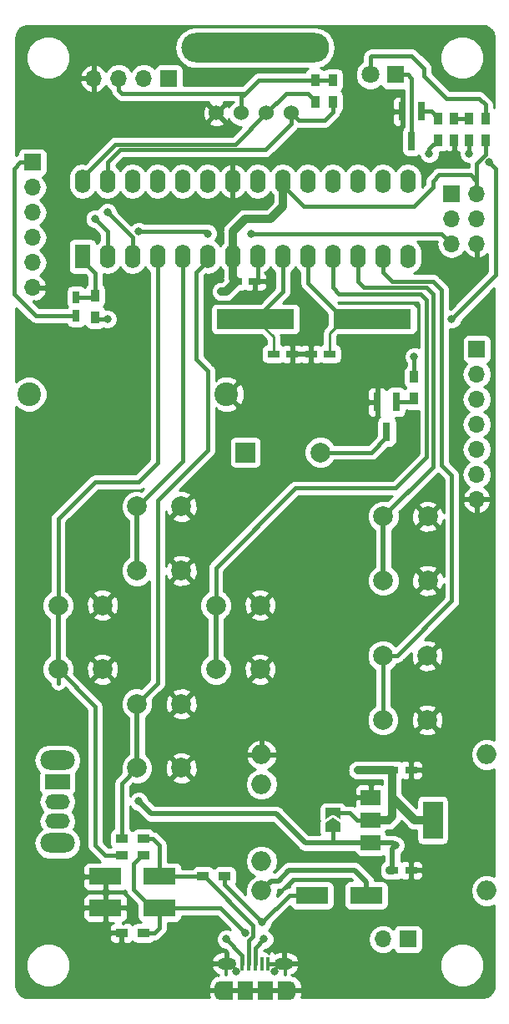
<source format=gtl>
G04 #@! TF.GenerationSoftware,KiCad,Pcbnew,(5.0.0)*
G04 #@! TF.CreationDate,2019-04-09T22:58:22-03:00*
G04 #@! TF.ProjectId,FranzBoy,4672616E7A426F792E6B696361645F70,rev?*
G04 #@! TF.SameCoordinates,Original*
G04 #@! TF.FileFunction,Copper,L1,Top,Signal*
G04 #@! TF.FilePolarity,Positive*
%FSLAX46Y46*%
G04 Gerber Fmt 4.6, Leading zero omitted, Abs format (unit mm)*
G04 Created by KiCad (PCBNEW (5.0.0)) date 04/09/19 22:58:22*
%MOMM*%
%LPD*%
G01*
G04 APERTURE LIST*
G04 #@! TA.AperFunction,ComponentPad*
%ADD10O,2.000000X2.000000*%
G04 #@! TD*
G04 #@! TA.AperFunction,ComponentPad*
%ADD11C,2.000000*%
G04 #@! TD*
G04 #@! TA.AperFunction,ComponentPad*
%ADD12R,2.000000X2.000000*%
G04 #@! TD*
G04 #@! TA.AperFunction,ComponentPad*
%ADD13O,1.600000X2.400000*%
G04 #@! TD*
G04 #@! TA.AperFunction,ComponentPad*
%ADD14R,1.600000X2.400000*%
G04 #@! TD*
G04 #@! TA.AperFunction,ComponentPad*
%ADD15O,1.700000X1.700000*%
G04 #@! TD*
G04 #@! TA.AperFunction,ComponentPad*
%ADD16R,1.700000X1.700000*%
G04 #@! TD*
G04 #@! TA.AperFunction,SMDPad,CuDef*
%ADD17R,0.900000X1.200000*%
G04 #@! TD*
G04 #@! TA.AperFunction,SMDPad,CuDef*
%ADD18R,0.750000X1.200000*%
G04 #@! TD*
G04 #@! TA.AperFunction,SMDPad,CuDef*
%ADD19R,1.200000X0.750000*%
G04 #@! TD*
G04 #@! TA.AperFunction,SMDPad,CuDef*
%ADD20R,7.875000X2.000000*%
G04 #@! TD*
G04 #@! TA.AperFunction,SMDPad,CuDef*
%ADD21R,0.800000X1.900000*%
G04 #@! TD*
G04 #@! TA.AperFunction,ComponentPad*
%ADD22C,1.524000*%
G04 #@! TD*
G04 #@! TA.AperFunction,SMDPad,CuDef*
%ADD23R,3.300000X1.700000*%
G04 #@! TD*
G04 #@! TA.AperFunction,SMDPad,CuDef*
%ADD24R,1.200000X0.900000*%
G04 #@! TD*
G04 #@! TA.AperFunction,SMDPad,CuDef*
%ADD25R,2.000000X1.500000*%
G04 #@! TD*
G04 #@! TA.AperFunction,SMDPad,CuDef*
%ADD26R,2.000000X3.800000*%
G04 #@! TD*
G04 #@! TA.AperFunction,ComponentPad*
%ADD27C,2.400000*%
G04 #@! TD*
G04 #@! TA.AperFunction,ComponentPad*
%ADD28R,2.500000X1.500000*%
G04 #@! TD*
G04 #@! TA.AperFunction,ComponentPad*
%ADD29O,2.500000X1.500000*%
G04 #@! TD*
G04 #@! TA.AperFunction,ComponentPad*
%ADD30O,3.500000X2.000000*%
G04 #@! TD*
G04 #@! TA.AperFunction,ComponentPad*
%ADD31O,15.000000X3.000000*%
G04 #@! TD*
G04 #@! TA.AperFunction,ComponentPad*
%ADD32C,1.800000*%
G04 #@! TD*
G04 #@! TA.AperFunction,ComponentPad*
%ADD33R,1.800000X1.800000*%
G04 #@! TD*
G04 #@! TA.AperFunction,SMDPad,CuDef*
%ADD34C,0.300000*%
G04 #@! TD*
G04 #@! TA.AperFunction,Conductor*
%ADD35C,0.100000*%
G04 #@! TD*
G04 #@! TA.AperFunction,SMDPad,CuDef*
%ADD36R,1.200000X1.900000*%
G04 #@! TD*
G04 #@! TA.AperFunction,ComponentPad*
%ADD37O,1.200000X1.900000*%
G04 #@! TD*
G04 #@! TA.AperFunction,SMDPad,CuDef*
%ADD38R,1.500000X1.900000*%
G04 #@! TD*
G04 #@! TA.AperFunction,SMDPad,CuDef*
%ADD39R,0.400000X1.350000*%
G04 #@! TD*
G04 #@! TA.AperFunction,ComponentPad*
%ADD40O,1.900000X1.200000*%
G04 #@! TD*
G04 #@! TA.AperFunction,ComponentPad*
%ADD41C,0.800000*%
G04 #@! TD*
G04 #@! TA.AperFunction,ViaPad*
%ADD42C,0.800000*%
G04 #@! TD*
G04 #@! TA.AperFunction,Conductor*
%ADD43C,0.381000*%
G04 #@! TD*
G04 #@! TA.AperFunction,Conductor*
%ADD44C,0.812800*%
G04 #@! TD*
G04 #@! TA.AperFunction,Conductor*
%ADD45C,0.508000*%
G04 #@! TD*
G04 #@! TA.AperFunction,Conductor*
%ADD46C,0.250000*%
G04 #@! TD*
G04 #@! TA.AperFunction,Conductor*
%ADD47C,0.254000*%
G04 #@! TD*
G04 APERTURE END LIST*
D10*
G04 #@! TO.P,U3,6*
G04 #@! TO.N,GND*
X135636000Y-154644000D03*
G04 #@! TO.P,U3,5*
G04 #@! TO.N,Net-(J3-Pad1)*
X135636000Y-157644000D03*
G04 #@! TO.P,U3,4*
G04 #@! TO.N,Net-(J3-Pad2)*
X135636000Y-165444000D03*
G04 #@! TO.P,U3,3*
G04 #@! TO.N,Net-(BT1-Pad1)*
X135636000Y-168444000D03*
G04 #@! TO.P,U3,2*
G04 #@! TO.N,N/C*
X158496000Y-154644000D03*
G04 #@! TO.P,U3,1*
X158496000Y-168444000D03*
G04 #@! TD*
D11*
G04 #@! TO.P,BZ1,2*
G04 #@! TO.N,Net-(BZ1-Pad2)*
X141600000Y-124000000D03*
D12*
G04 #@! TO.P,BZ1,1*
G04 #@! TO.N,VCC*
X134000000Y-124000000D03*
G04 #@! TD*
D13*
G04 #@! TO.P,U1,28*
G04 #@! TO.N,I2C_SCL*
X117475000Y-96520000D03*
G04 #@! TO.P,U1,14*
G04 #@! TO.N,D8*
X150495000Y-104140000D03*
G04 #@! TO.P,U1,27*
G04 #@! TO.N,I2C_SDA*
X120015000Y-96520000D03*
G04 #@! TO.P,U1,13*
G04 #@! TO.N,BT_B*
X147955000Y-104140000D03*
G04 #@! TO.P,U1,26*
G04 #@! TO.N,AN3*
X122555000Y-96520000D03*
G04 #@! TO.P,U1,12*
G04 #@! TO.N,BT_A*
X145415000Y-104140000D03*
G04 #@! TO.P,U1,25*
G04 #@! TO.N,AN2*
X125095000Y-96520000D03*
G04 #@! TO.P,U1,11*
G04 #@! TO.N,BT_RIGTH*
X142875000Y-104140000D03*
G04 #@! TO.P,U1,24*
G04 #@! TO.N,AN1*
X127635000Y-96520000D03*
G04 #@! TO.P,U1,10*
G04 #@! TO.N,Net-(C3-Pad2)*
X140335000Y-104140000D03*
G04 #@! TO.P,U1,23*
G04 #@! TO.N,AN0*
X130175000Y-96520000D03*
G04 #@! TO.P,U1,9*
G04 #@! TO.N,Net-(C2-Pad2)*
X137795000Y-104140000D03*
G04 #@! TO.P,U1,22*
G04 #@! TO.N,GND*
X132715000Y-96520000D03*
G04 #@! TO.P,U1,8*
X135255000Y-104140000D03*
G04 #@! TO.P,U1,21*
G04 #@! TO.N,N/C*
X135255000Y-96520000D03*
G04 #@! TO.P,U1,7*
G04 #@! TO.N,VCC*
X132715000Y-104140000D03*
G04 #@! TO.P,U1,20*
X137795000Y-96520000D03*
G04 #@! TO.P,U1,6*
G04 #@! TO.N,BT_DOWN*
X130175000Y-104140000D03*
G04 #@! TO.P,U1,19*
G04 #@! TO.N,SCK*
X140335000Y-96520000D03*
G04 #@! TO.P,U1,5*
G04 #@! TO.N,BT_UP*
X127635000Y-104140000D03*
G04 #@! TO.P,U1,18*
G04 #@! TO.N,MISO*
X142875000Y-96520000D03*
G04 #@! TO.P,U1,4*
G04 #@! TO.N,BT_LEFT*
X125095000Y-104140000D03*
G04 #@! TO.P,U1,17*
G04 #@! TO.N,MOSI*
X145415000Y-96520000D03*
G04 #@! TO.P,U1,3*
G04 #@! TO.N,RX*
X122555000Y-104140000D03*
G04 #@! TO.P,U1,16*
G04 #@! TO.N,IR*
X147955000Y-96520000D03*
G04 #@! TO.P,U1,2*
G04 #@! TO.N,TX*
X120015000Y-104140000D03*
G04 #@! TO.P,U1,15*
G04 #@! TO.N,BUZZER*
X150495000Y-96520000D03*
D14*
G04 #@! TO.P,U1,1*
G04 #@! TO.N,RST*
X117475000Y-104140000D03*
G04 #@! TD*
D11*
G04 #@! TO.P,SW1,1*
G04 #@! TO.N,BT_UP*
X123000000Y-129500000D03*
G04 #@! TO.P,SW1,2*
G04 #@! TO.N,GND*
X127500000Y-129500000D03*
G04 #@! TO.P,SW1,1*
G04 #@! TO.N,BT_UP*
X123000000Y-136000000D03*
G04 #@! TO.P,SW1,2*
G04 #@! TO.N,GND*
X127500000Y-136000000D03*
G04 #@! TD*
G04 #@! TO.P,SW2,2*
G04 #@! TO.N,GND*
X127500000Y-156000000D03*
G04 #@! TO.P,SW2,1*
G04 #@! TO.N,BT_DOWN*
X123000000Y-156000000D03*
G04 #@! TO.P,SW2,2*
G04 #@! TO.N,GND*
X127500000Y-149500000D03*
G04 #@! TO.P,SW2,1*
G04 #@! TO.N,BT_DOWN*
X123000000Y-149500000D03*
G04 #@! TD*
G04 #@! TO.P,SW3,1*
G04 #@! TO.N,BT_LEFT*
X115000000Y-139500000D03*
G04 #@! TO.P,SW3,2*
G04 #@! TO.N,GND*
X119500000Y-139500000D03*
G04 #@! TO.P,SW3,1*
G04 #@! TO.N,BT_LEFT*
X115000000Y-146000000D03*
G04 #@! TO.P,SW3,2*
G04 #@! TO.N,GND*
X119500000Y-146000000D03*
G04 #@! TD*
G04 #@! TO.P,SW4,2*
G04 #@! TO.N,GND*
X135500000Y-146000000D03*
G04 #@! TO.P,SW4,1*
G04 #@! TO.N,BT_RIGTH*
X131000000Y-146000000D03*
G04 #@! TO.P,SW4,2*
G04 #@! TO.N,GND*
X135500000Y-139500000D03*
G04 #@! TO.P,SW4,1*
G04 #@! TO.N,BT_RIGTH*
X131000000Y-139500000D03*
G04 #@! TD*
G04 #@! TO.P,SW5,1*
G04 #@! TO.N,BT_A*
X148000000Y-130500000D03*
G04 #@! TO.P,SW5,2*
G04 #@! TO.N,GND*
X152500000Y-130500000D03*
G04 #@! TO.P,SW5,1*
G04 #@! TO.N,BT_A*
X148000000Y-137000000D03*
G04 #@! TO.P,SW5,2*
G04 #@! TO.N,GND*
X152500000Y-137000000D03*
G04 #@! TD*
G04 #@! TO.P,SW6,2*
G04 #@! TO.N,GND*
X152455000Y-151130000D03*
G04 #@! TO.P,SW6,1*
G04 #@! TO.N,BT_B*
X147955000Y-151130000D03*
G04 #@! TO.P,SW6,2*
G04 #@! TO.N,GND*
X152455000Y-144630000D03*
G04 #@! TO.P,SW6,1*
G04 #@! TO.N,BT_B*
X147955000Y-144630000D03*
G04 #@! TD*
D15*
G04 #@! TO.P,ISP,6*
G04 #@! TO.N,GND*
X157480000Y-102870000D03*
G04 #@! TO.P,ISP,5*
G04 #@! TO.N,RST*
X154940000Y-102870000D03*
G04 #@! TO.P,ISP,4*
G04 #@! TO.N,MOSI*
X157480000Y-100330000D03*
G04 #@! TO.P,ISP,3*
G04 #@! TO.N,SCK*
X154940000Y-100330000D03*
G04 #@! TO.P,ISP,2*
G04 #@! TO.N,VCC*
X157480000Y-97790000D03*
D16*
G04 #@! TO.P,ISP,1*
G04 #@! TO.N,MISO*
X154940000Y-97790000D03*
G04 #@! TD*
D17*
G04 #@! TO.P,R1,2*
G04 #@! TO.N,RST*
X118745000Y-108120000D03*
G04 #@! TO.P,R1,1*
G04 #@! TO.N,VCC*
X118745000Y-110320000D03*
G04 #@! TD*
D18*
G04 #@! TO.P,C1,2*
G04 #@! TO.N,RST*
X116840000Y-108270000D03*
G04 #@! TO.P,C1,1*
G04 #@! TO.N,DTR*
X116840000Y-110170000D03*
G04 #@! TD*
D15*
G04 #@! TO.P,J2,6*
G04 #@! TO.N,GND*
X112395000Y-107315000D03*
G04 #@! TO.P,J2,5*
G04 #@! TO.N,N/C*
X112395000Y-104775000D03*
G04 #@! TO.P,J2,4*
G04 #@! TO.N,VCC*
X112395000Y-102235000D03*
G04 #@! TO.P,J2,3*
G04 #@! TO.N,TX*
X112395000Y-99695000D03*
G04 #@! TO.P,J2,2*
G04 #@! TO.N,RX*
X112395000Y-97155000D03*
D16*
G04 #@! TO.P,J2,1*
G04 #@! TO.N,DTR*
X112395000Y-94615000D03*
G04 #@! TD*
D19*
G04 #@! TO.P,C2,2*
G04 #@! TO.N,Net-(C2-Pad2)*
X136845000Y-114046000D03*
G04 #@! TO.P,C2,1*
G04 #@! TO.N,GND*
X138745000Y-114046000D03*
G04 #@! TD*
G04 #@! TO.P,C3,1*
G04 #@! TO.N,GND*
X140655000Y-114046000D03*
G04 #@! TO.P,C3,2*
G04 #@! TO.N,Net-(C3-Pad2)*
X142555000Y-114046000D03*
G04 #@! TD*
D20*
G04 #@! TO.P,Y1,2*
G04 #@! TO.N,Net-(C3-Pad2)*
X146907500Y-110490000D03*
G04 #@! TO.P,Y1,1*
G04 #@! TO.N,Net-(C2-Pad2)*
X135032500Y-110490000D03*
G04 #@! TD*
D21*
G04 #@! TO.P,Q1,3*
G04 #@! TO.N,Net-(BZ1-Pad2)*
X148336000Y-121896000D03*
G04 #@! TO.P,Q1,2*
G04 #@! TO.N,GND*
X147386000Y-118896000D03*
G04 #@! TO.P,Q1,1*
G04 #@! TO.N,Net-(Q1-Pad1)*
X149286000Y-118896000D03*
G04 #@! TD*
D19*
G04 #@! TO.P,C4,2*
G04 #@! TO.N,GND*
X134935000Y-106680000D03*
G04 #@! TO.P,C4,1*
G04 #@! TO.N,VCC*
X133035000Y-106680000D03*
G04 #@! TD*
D22*
G04 #@! TO.P,LCD1,4*
G04 #@! TO.N,GND*
X131064000Y-89598500D03*
G04 #@! TO.P,LCD1,3*
G04 #@! TO.N,VCC*
X133604000Y-89598500D03*
G04 #@! TO.P,LCD1,2*
G04 #@! TO.N,I2C_SCL*
X136144000Y-89598500D03*
G04 #@! TO.P,LCD1,1*
G04 #@! TO.N,I2C_SDA*
X138684000Y-89598500D03*
G04 #@! TD*
D17*
G04 #@! TO.P,R2,2*
G04 #@! TO.N,I2C_SDA*
X142875000Y-88476000D03*
G04 #@! TO.P,R2,1*
G04 #@! TO.N,VCC*
X142875000Y-86276000D03*
G04 #@! TD*
G04 #@! TO.P,R3,1*
G04 #@! TO.N,VCC*
X141097000Y-86276000D03*
G04 #@! TO.P,R3,2*
G04 #@! TO.N,I2C_SCL*
X141097000Y-88476000D03*
G04 #@! TD*
D19*
G04 #@! TO.P,C5,2*
G04 #@! TO.N,GND*
X150810000Y-166370000D03*
G04 #@! TO.P,C5,1*
G04 #@! TO.N,Net-(C5-Pad1)*
X148910000Y-166370000D03*
G04 #@! TD*
G04 #@! TO.P,C6,1*
G04 #@! TO.N,VCC*
X148910000Y-156210000D03*
G04 #@! TO.P,C6,2*
G04 #@! TO.N,GND*
X150810000Y-156210000D03*
G04 #@! TD*
D17*
G04 #@! TO.P,D1,2*
G04 #@! TO.N,Net-(D1-Pad2)*
X155194000Y-90140882D03*
G04 #@! TO.P,D1,1*
G04 #@! TO.N,GND*
X155194000Y-92340882D03*
G04 #@! TD*
G04 #@! TO.P,R4,2*
G04 #@! TO.N,SCK*
X156718000Y-92340882D03*
G04 #@! TO.P,R4,1*
G04 #@! TO.N,Net-(D1-Pad2)*
X156718000Y-90140882D03*
G04 #@! TD*
D23*
G04 #@! TO.P,D2,1*
G04 #@! TO.N,Net-(D2-Pad1)*
X125305000Y-167005000D03*
G04 #@! TO.P,D2,2*
G04 #@! TO.N,GND*
X119805000Y-167005000D03*
G04 #@! TD*
G04 #@! TO.P,D3,1*
G04 #@! TO.N,Net-(D3-Pad1)*
X125305000Y-170180000D03*
G04 #@! TO.P,D3,2*
G04 #@! TO.N,GND*
X119805000Y-170180000D03*
G04 #@! TD*
D24*
G04 #@! TO.P,R5,2*
G04 #@! TO.N,+5V*
X131910000Y-167005000D03*
G04 #@! TO.P,R5,1*
G04 #@! TO.N,Net-(D2-Pad1)*
X129710000Y-167005000D03*
G04 #@! TD*
G04 #@! TO.P,R6,1*
G04 #@! TO.N,GND*
X121455000Y-172720000D03*
G04 #@! TO.P,R6,2*
G04 #@! TO.N,Net-(D3-Pad1)*
X123655000Y-172720000D03*
G04 #@! TD*
G04 #@! TO.P,R7,2*
G04 #@! TO.N,BT_DOWN*
X121455000Y-163195000D03*
G04 #@! TO.P,R7,1*
G04 #@! TO.N,Net-(D2-Pad1)*
X123655000Y-163195000D03*
G04 #@! TD*
G04 #@! TO.P,R8,1*
G04 #@! TO.N,Net-(D3-Pad1)*
X123655000Y-164846000D03*
G04 #@! TO.P,R8,2*
G04 #@! TO.N,BT_LEFT*
X121455000Y-164846000D03*
G04 #@! TD*
D23*
G04 #@! TO.P,D4,2*
G04 #@! TO.N,+5V*
X140760000Y-168910000D03*
G04 #@! TO.P,D4,1*
G04 #@! TO.N,Net-(BT1-Pad1)*
X146260000Y-168910000D03*
G04 #@! TD*
D15*
G04 #@! TO.P,J3,2*
G04 #@! TO.N,Net-(J3-Pad2)*
X147955000Y-173355000D03*
D16*
G04 #@! TO.P,J3,1*
G04 #@! TO.N,Net-(J3-Pad1)*
X150495000Y-173355000D03*
G04 #@! TD*
D25*
G04 #@! TO.P,U2,1*
G04 #@! TO.N,GND*
X146710000Y-158990000D03*
G04 #@! TO.P,U2,3*
G04 #@! TO.N,Net-(C5-Pad1)*
X146710000Y-163590000D03*
G04 #@! TO.P,U2,2*
G04 #@! TO.N,VCC*
X146710000Y-161290000D03*
D26*
X153010000Y-161290000D03*
G04 #@! TD*
D27*
G04 #@! TO.P,BT1,2*
G04 #@! TO.N,GND*
X132080000Y-118110000D03*
G04 #@! TO.P,BT1,1*
G04 #@! TO.N,Net-(BT1-Pad1)*
X112080000Y-118110000D03*
G04 #@! TD*
D28*
G04 #@! TO.P,SW7,1*
G04 #@! TO.N,Net-(C5-Pad1)*
X114935000Y-157416500D03*
D29*
G04 #@! TO.P,SW7,2*
G04 #@! TO.N,Net-(BT1-Pad1)*
X114935000Y-159416500D03*
G04 #@! TO.P,SW7,3*
G04 #@! TO.N,N/C*
X114935000Y-161416500D03*
D30*
G04 #@! TO.P,SW7,*
G04 #@! TO.N,*
X114935000Y-155216500D03*
X114935000Y-163616500D03*
G04 #@! TD*
D31*
G04 #@! TO.P,REF\002A\002A,*
G04 #@! TO.N,*
X135000000Y-83000000D03*
G04 #@! TD*
D32*
G04 #@! TO.P,D5,2*
G04 #@! TO.N,Net-(D5-Pad2)*
X146685000Y-85725000D03*
D33*
G04 #@! TO.P,D5,1*
G04 #@! TO.N,Net-(D5-Pad1)*
X149225000Y-85725000D03*
G04 #@! TD*
D21*
G04 #@! TO.P,Q2,3*
G04 #@! TO.N,Net-(D5-Pad1)*
X150876000Y-92432000D03*
G04 #@! TO.P,Q2,2*
G04 #@! TO.N,GND*
X149926000Y-89432000D03*
G04 #@! TO.P,Q2,1*
G04 #@! TO.N,Net-(Q2-Pad1)*
X151826000Y-89432000D03*
G04 #@! TD*
D17*
G04 #@! TO.P,R9,2*
G04 #@! TO.N,BUZZER*
X151130000Y-116375000D03*
G04 #@! TO.P,R9,1*
G04 #@! TO.N,Net-(Q1-Pad1)*
X151130000Y-118575000D03*
G04 #@! TD*
G04 #@! TO.P,R10,2*
G04 #@! TO.N,IR*
X153574000Y-92340882D03*
G04 #@! TO.P,R10,1*
G04 #@! TO.N,Net-(Q2-Pad1)*
X153574000Y-90140882D03*
G04 #@! TD*
G04 #@! TO.P,R11,1*
G04 #@! TO.N,Net-(D5-Pad2)*
X158369000Y-90170000D03*
G04 #@! TO.P,R11,2*
G04 #@! TO.N,VCC*
X158369000Y-92370000D03*
G04 #@! TD*
D15*
G04 #@! TO.P,J5,4*
G04 #@! TO.N,GND*
X118618000Y-86106000D03*
G04 #@! TO.P,J5,3*
G04 #@! TO.N,VCC*
X121158000Y-86106000D03*
G04 #@! TO.P,J5,2*
G04 #@! TO.N,I2C_SCL*
X123698000Y-86106000D03*
D16*
G04 #@! TO.P,J5,1*
G04 #@! TO.N,I2C_SDA*
X126238000Y-86106000D03*
G04 #@! TD*
D15*
G04 #@! TO.P,J6,7*
G04 #@! TO.N,GND*
X157480000Y-128778000D03*
G04 #@! TO.P,J6,6*
G04 #@! TO.N,VCC*
X157480000Y-126238000D03*
G04 #@! TO.P,J6,5*
G04 #@! TO.N,AN3*
X157480000Y-123698000D03*
G04 #@! TO.P,J6,4*
G04 #@! TO.N,AN2*
X157480000Y-121158000D03*
G04 #@! TO.P,J6,3*
G04 #@! TO.N,AN1*
X157480000Y-118618000D03*
G04 #@! TO.P,J6,2*
G04 #@! TO.N,AN0*
X157480000Y-116078000D03*
D16*
G04 #@! TO.P,J6,1*
G04 #@! TO.N,D8*
X157480000Y-113538000D03*
G04 #@! TD*
D34*
G04 #@! TO.P,JP1,2*
G04 #@! TO.N,VCC*
X142875000Y-160565000D03*
D35*
G04 #@! TD*
G04 #@! TO.N,VCC*
G04 #@! TO.C,JP1*
G36*
X143625000Y-160065000D02*
X143625000Y-161215000D01*
X142875000Y-160715000D01*
X142125000Y-161215000D01*
X142125000Y-160065000D01*
X143625000Y-160065000D01*
X143625000Y-160065000D01*
G37*
D34*
G04 #@! TO.P,JP1,1*
G04 #@! TO.N,Net-(C5-Pad1)*
X142875000Y-162015000D03*
D35*
G04 #@! TD*
G04 #@! TO.N,Net-(C5-Pad1)*
G04 #@! TO.C,JP1*
G36*
X142875000Y-161015000D02*
X143625000Y-161515000D01*
X143625000Y-162515000D01*
X142125000Y-162515000D01*
X142125000Y-161515000D01*
X142875000Y-161015000D01*
X142875000Y-161015000D01*
G37*
D36*
G04 #@! TO.P,J4,6*
G04 #@! TO.N,GND*
X132101000Y-178529500D03*
X137901000Y-178529500D03*
D37*
X138501000Y-178529500D03*
X131501000Y-178529500D03*
D38*
X134001000Y-178529500D03*
D39*
G04 #@! TO.P,J4,3*
G04 #@! TO.N,Net-(D3-Pad1)*
X135001000Y-175829500D03*
G04 #@! TO.P,J4,4*
G04 #@! TO.N,N/C*
X135651000Y-175829500D03*
G04 #@! TO.P,J4,5*
G04 #@! TO.N,GND*
X136301000Y-175829500D03*
G04 #@! TO.P,J4,1*
G04 #@! TO.N,+5V*
X133701000Y-175829500D03*
G04 #@! TO.P,J4,2*
G04 #@! TO.N,Net-(D2-Pad1)*
X134351000Y-175829500D03*
D38*
G04 #@! TO.P,J4,6*
G04 #@! TO.N,GND*
X136001000Y-178529500D03*
D40*
X137901000Y-175829500D03*
X132101000Y-175829500D03*
D41*
G04 #@! TO.P,J4,7*
G04 #@! TO.N,N/C*
X136951000Y-176629500D03*
X133051000Y-176629500D03*
G04 #@! TD*
D42*
G04 #@! TO.N,RST*
X123190000Y-101600000D03*
X134620000Y-101819010D03*
X130175000Y-101819010D03*
G04 #@! TO.N,SCK*
X156718000Y-93726000D03*
G04 #@! TO.N,VCC*
X120015000Y-110490000D03*
X131572000Y-107696000D03*
X145415000Y-156210000D03*
G04 #@! TO.N,TX*
X118745000Y-100330000D03*
G04 #@! TO.N,RX*
X120015000Y-99695000D03*
G04 #@! TO.N,BUZZER*
X151130000Y-114300000D03*
X158750000Y-94615000D03*
X154940000Y-110490000D03*
G04 #@! TO.N,Net-(D3-Pad1)*
X133985000Y-172720000D03*
X135890000Y-173355000D03*
G04 #@! TO.N,+5V*
X132080000Y-173355000D03*
X135714500Y-171640500D03*
G04 #@! TO.N,Net-(C5-Pad1)*
X149225000Y-163830000D03*
X123190000Y-159385000D03*
G04 #@! TO.N,IR*
X152654000Y-93726000D03*
G04 #@! TD*
D43*
G04 #@! TO.N,Net-(BZ1-Pad2)*
X148336000Y-122446000D02*
X148336000Y-121896000D01*
X146782000Y-124000000D02*
X148336000Y-122446000D01*
X141600000Y-124000000D02*
X146782000Y-124000000D01*
G04 #@! TO.N,GND*
X135255000Y-106360000D02*
X134935000Y-106680000D01*
X135255000Y-104140000D02*
X135255000Y-106360000D01*
X155194000Y-92340882D02*
X155194000Y-92190882D01*
X136301000Y-175829500D02*
X137901000Y-175829500D01*
G04 #@! TO.N,RST*
X117475000Y-104540000D02*
X118745000Y-105810000D01*
X117475000Y-104140000D02*
X117475000Y-104540000D01*
X118745000Y-105810000D02*
X118745000Y-108120000D01*
X118595000Y-108270000D02*
X118745000Y-108120000D01*
X116840000Y-108270000D02*
X118595000Y-108270000D01*
X135185685Y-101819010D02*
X134620000Y-101819010D01*
X129955990Y-101600000D02*
X130175000Y-101819010D01*
X123190000Y-101600000D02*
X129955990Y-101600000D01*
X154940000Y-102870000D02*
X153889010Y-101819010D01*
X153889010Y-101819010D02*
X135185685Y-101819010D01*
G04 #@! TO.N,MOSI*
X145415000Y-96520000D02*
X145415000Y-96920000D01*
G04 #@! TO.N,SCK*
X140335000Y-96520000D02*
X140335000Y-96920000D01*
X140335000Y-96120000D02*
X140335000Y-96520000D01*
X156718000Y-92340882D02*
X156718000Y-93726000D01*
G04 #@! TO.N,VCC*
X137795000Y-96920000D02*
X139935000Y-99060000D01*
X139935000Y-99060000D02*
X151130000Y-99060000D01*
X151130000Y-99060000D02*
X153035000Y-97155000D01*
X153035000Y-97155000D02*
X153035000Y-96520000D01*
X153035000Y-96520000D02*
X153670000Y-95885000D01*
X118915000Y-110490000D02*
X118745000Y-110320000D01*
X120015000Y-110490000D02*
X118915000Y-110490000D01*
D44*
X148910000Y-159002800D02*
X148910000Y-156210000D01*
X153010000Y-161290000D02*
X151197200Y-161290000D01*
X151197200Y-161290000D02*
X148910000Y-159002800D01*
X148910000Y-160902800D02*
X148910000Y-159002800D01*
X148522800Y-161290000D02*
X148910000Y-160902800D01*
X146710000Y-161290000D02*
X148522800Y-161290000D01*
X132019000Y-107696000D02*
X133035000Y-106680000D01*
X131572000Y-107696000D02*
X132019000Y-107696000D01*
X132715000Y-106360000D02*
X133035000Y-106680000D01*
X132715000Y-104140000D02*
X132715000Y-106360000D01*
X137795000Y-96520000D02*
X137795000Y-99060000D01*
X137795000Y-99060000D02*
X136525000Y-100330000D01*
X136525000Y-100330000D02*
X133985000Y-100330000D01*
X133985000Y-100330000D02*
X132715000Y-101600000D01*
X132715000Y-101600000D02*
X132715000Y-104140000D01*
X145415000Y-156210000D02*
X148910000Y-156210000D01*
D43*
X133604000Y-89598500D02*
X133604000Y-88011000D01*
X135339000Y-86276000D02*
X141097000Y-86276000D01*
X141097000Y-86276000D02*
X142875000Y-86276000D01*
X153670000Y-95885000D02*
X156845000Y-95885000D01*
X157480000Y-96520000D02*
X157480000Y-97790000D01*
X156845000Y-95885000D02*
X157480000Y-96520000D01*
X158369000Y-92370000D02*
X158369000Y-93826058D01*
X157480000Y-94715058D02*
X157480000Y-96520000D01*
X158369000Y-93826058D02*
X157480000Y-94715058D01*
X121479919Y-87630000D02*
X133985000Y-87630000D01*
X121158000Y-87308081D02*
X121479919Y-87630000D01*
X121158000Y-86106000D02*
X121158000Y-87308081D01*
X133604000Y-88011000D02*
X133985000Y-87630000D01*
X133985000Y-87630000D02*
X135339000Y-86276000D01*
X144604000Y-160565000D02*
X142875000Y-160565000D01*
X146710000Y-161290000D02*
X145329000Y-161290000D01*
X145329000Y-161290000D02*
X144604000Y-160565000D01*
G04 #@! TO.N,DTR*
X111164000Y-94615000D02*
X110529000Y-95250000D01*
X112395000Y-94615000D02*
X111164000Y-94615000D01*
X110529000Y-95250000D02*
X110529000Y-107989000D01*
X112710000Y-110170000D02*
X116840000Y-110170000D01*
X110529000Y-107989000D02*
X112710000Y-110170000D01*
G04 #@! TO.N,TX*
X118745000Y-100330000D02*
X120015000Y-101600000D01*
X120015000Y-101600000D02*
X120015000Y-104140000D01*
X118745000Y-100330000D02*
X118745000Y-100330000D01*
G04 #@! TO.N,RX*
X120015000Y-99695000D02*
X120015000Y-99695000D01*
X122555000Y-104140000D02*
X122555000Y-102235000D01*
X122555000Y-102235000D02*
X120015000Y-99695000D01*
G04 #@! TO.N,Net-(C2-Pad2)*
X137795000Y-107727500D02*
X135032500Y-110490000D01*
X137795000Y-104140000D02*
X137795000Y-107727500D01*
D45*
X134300000Y-111222500D02*
X135032500Y-110490000D01*
D46*
X136845000Y-112302500D02*
X135032500Y-110490000D01*
X136845000Y-114046000D02*
X136845000Y-112302500D01*
D43*
G04 #@! TO.N,Net-(C3-Pad2)*
X140335000Y-106855000D02*
X143970000Y-110490000D01*
X140335000Y-104140000D02*
X140335000Y-106855000D01*
D45*
X147005000Y-110587500D02*
X146907500Y-110490000D01*
D46*
X143970000Y-110490000D02*
X146907500Y-110490000D01*
X142555000Y-111905000D02*
X143970000Y-110490000D01*
X142555000Y-114046000D02*
X142555000Y-111905000D01*
D43*
G04 #@! TO.N,BUZZER*
X151130000Y-116375000D02*
X151130000Y-114300000D01*
X158750000Y-94615000D02*
X159385000Y-95250000D01*
X159385000Y-95250000D02*
X159385000Y-106045000D01*
X159385000Y-106045000D02*
X154940000Y-110490000D01*
G04 #@! TO.N,BT_UP*
X123999999Y-128500001D02*
X123000000Y-129500000D01*
X127635000Y-124865000D02*
X123999999Y-128500001D01*
X127635000Y-104140000D02*
X127635000Y-124865000D01*
D45*
X123000000Y-129500000D02*
X123000000Y-136000000D01*
G04 #@! TO.N,BT_DOWN*
X123000000Y-156000000D02*
X123000000Y-154585787D01*
D43*
X121455000Y-157545000D02*
X123000000Y-156000000D01*
X121455000Y-163195000D02*
X121455000Y-157545000D01*
D45*
X123000000Y-154585787D02*
X123000000Y-149500000D01*
D43*
X130175000Y-104140000D02*
X130175000Y-104540000D01*
X130175000Y-104540000D02*
X128994000Y-105721000D01*
X128994000Y-105721000D02*
X128994000Y-114575672D01*
X125095000Y-147405000D02*
X123999999Y-148500001D01*
X123999999Y-148500001D02*
X123000000Y-149500000D01*
X125095000Y-128905000D02*
X125095000Y-147405000D01*
X130175000Y-123825000D02*
X125095000Y-128905000D01*
X130175000Y-115756672D02*
X130175000Y-123825000D01*
X128994000Y-114575672D02*
X130175000Y-115756672D01*
G04 #@! TO.N,BT_LEFT*
X125095000Y-104140000D02*
X125095000Y-125095000D01*
X125095000Y-125095000D02*
X123190000Y-127000000D01*
X123190000Y-127000000D02*
X118745000Y-127000000D01*
X115000000Y-130745000D02*
X115000000Y-139500000D01*
X118745000Y-127000000D02*
X115000000Y-130745000D01*
D45*
X115000000Y-139500000D02*
X115000000Y-146000000D01*
D43*
X121455000Y-164846000D02*
X121305000Y-164846000D01*
X121455000Y-164846000D02*
X119761000Y-164846000D01*
X119761000Y-164846000D02*
X118745000Y-163830000D01*
X118745000Y-149745000D02*
X115000000Y-146000000D01*
X118745000Y-163830000D02*
X118745000Y-149745000D01*
X115000000Y-147414213D02*
X115000000Y-146000000D01*
G04 #@! TO.N,BT_RIGTH*
X139065000Y-127635000D02*
X131000000Y-135700000D01*
X149225000Y-127635000D02*
X139065000Y-127635000D01*
X142875000Y-107315000D02*
X143510000Y-107950000D01*
X142875000Y-104140000D02*
X142875000Y-107315000D01*
X131000000Y-135700000D02*
X131000000Y-139500000D01*
X143510000Y-107950000D02*
X151765000Y-107950000D01*
X151765000Y-107950000D02*
X152400000Y-108585000D01*
X152400000Y-108585000D02*
X152400000Y-124460000D01*
X152400000Y-124460000D02*
X149225000Y-127635000D01*
D45*
X131000000Y-146000000D02*
X131000000Y-139500000D01*
D43*
G04 #@! TO.N,BT_A*
X153035000Y-125465000D02*
X148000000Y-130500000D01*
X153035000Y-107950000D02*
X153035000Y-125465000D01*
X152400000Y-107315000D02*
X153035000Y-107950000D01*
X146050000Y-107315000D02*
X152400000Y-107315000D01*
X145415000Y-104140000D02*
X145415000Y-106680000D01*
X145415000Y-106680000D02*
X146050000Y-107315000D01*
D45*
X148000000Y-130500000D02*
X148000000Y-137000000D01*
D43*
G04 #@! TO.N,BT_B*
X147955000Y-105721000D02*
X148914000Y-106680000D01*
X147955000Y-104140000D02*
X147955000Y-105721000D01*
X148914000Y-106680000D02*
X153035000Y-106680000D01*
X153035000Y-106680000D02*
X153890501Y-107535501D01*
X153890501Y-107535501D02*
X153890501Y-125315501D01*
X153890501Y-125315501D02*
X154940000Y-126365000D01*
X147955000Y-144630000D02*
X149375000Y-144630000D01*
X154940000Y-139065000D02*
X154940000Y-138430000D01*
X149375000Y-144630000D02*
X154940000Y-139065000D01*
X154940000Y-126365000D02*
X154940000Y-138430000D01*
X147955000Y-146044213D02*
X147955000Y-151130000D01*
X147955000Y-144630000D02*
X147955000Y-146044213D01*
G04 #@! TO.N,I2C_SCL*
X136144000Y-89598500D02*
X132978511Y-92763989D01*
X132978511Y-92763989D02*
X120831011Y-92763989D01*
X117475000Y-96120000D02*
X117475000Y-96520000D01*
X120831011Y-92763989D02*
X117475000Y-96120000D01*
X136144000Y-89598500D02*
X138112500Y-87630000D01*
X141097000Y-88476000D02*
X141097000Y-88392000D01*
X140335000Y-87630000D02*
X138112500Y-87630000D01*
X141097000Y-88392000D02*
X140335000Y-87630000D01*
G04 #@! TO.N,I2C_SDA*
X138684000Y-90676130D02*
X136015130Y-93345000D01*
X138684000Y-89598500D02*
X138684000Y-90676130D01*
X120015000Y-94615000D02*
X120015000Y-96520000D01*
X121285000Y-93345000D02*
X120015000Y-94615000D01*
X136015130Y-93345000D02*
X125095000Y-93345000D01*
X125095000Y-93345000D02*
X121285000Y-93345000D01*
X142875000Y-89535000D02*
X142875000Y-88476000D01*
X142049501Y-90360499D02*
X142875000Y-89535000D01*
X139445999Y-90360499D02*
X142049501Y-90360499D01*
X138684000Y-89598500D02*
X139445999Y-90360499D01*
D45*
G04 #@! TO.N,Net-(BT1-Pad1)*
X146260000Y-167552000D02*
X146260000Y-168910000D01*
X145078000Y-166370000D02*
X146260000Y-167552000D01*
X138430000Y-166370000D02*
X145078000Y-166370000D01*
X137355999Y-167444001D02*
X138430000Y-166370000D01*
X136635999Y-167444001D02*
X137355999Y-167444001D01*
X135636000Y-168444000D02*
X136635999Y-167444001D01*
D43*
G04 #@! TO.N,Net-(D1-Pad2)*
X155194000Y-90140882D02*
X156718000Y-90140882D01*
G04 #@! TO.N,Net-(D2-Pad1)*
X129587000Y-167005000D02*
X127336000Y-167005000D01*
X124636000Y-163195000D02*
X125305000Y-163864000D01*
X123655000Y-163195000D02*
X124636000Y-163195000D01*
X125305000Y-163864000D02*
X125305000Y-165774000D01*
X125305000Y-165774000D02*
X125305000Y-167005000D01*
X127336000Y-167005000D02*
X125305000Y-167005000D01*
X134775502Y-171920502D02*
X129860000Y-167005000D01*
X129860000Y-167005000D02*
X129710000Y-167005000D01*
X134775502Y-173099442D02*
X134775502Y-171920502D01*
X134351000Y-173523944D02*
X134775502Y-173099442D01*
X134351000Y-175829500D02*
X134351000Y-173523944D01*
G04 #@! TO.N,Net-(D3-Pad1)*
X123505000Y-164846000D02*
X122682000Y-165669000D01*
X123655000Y-164846000D02*
X123505000Y-164846000D01*
X124505000Y-170180000D02*
X125305000Y-170180000D01*
X122682000Y-168357000D02*
X124505000Y-170180000D01*
X122682000Y-165669000D02*
X122682000Y-168357000D01*
X125305000Y-170180000D02*
X125305000Y-172192500D01*
X124777500Y-172720000D02*
X123655000Y-172720000D01*
X125305000Y-172192500D02*
X124777500Y-172720000D01*
X127336000Y-170180000D02*
X125305000Y-170180000D01*
X130407500Y-170180000D02*
X127336000Y-170180000D01*
X131445000Y-170180000D02*
X133985000Y-172720000D01*
X130407500Y-170180000D02*
X131445000Y-170180000D01*
X135001000Y-174244000D02*
X135890000Y-173355000D01*
X135001000Y-175829500D02*
X135001000Y-174244000D01*
G04 #@! TO.N,+5V*
X131910000Y-167836000D02*
X135714500Y-171640500D01*
X131910000Y-167005000D02*
X131910000Y-167836000D01*
X140760000Y-168910000D02*
X138729000Y-168910000D01*
X133701000Y-175829500D02*
X133701000Y-174976000D01*
X133701000Y-174976000D02*
X132080000Y-173355000D01*
X138445000Y-168910000D02*
X140760000Y-168910000D01*
X135714500Y-171640500D02*
X138445000Y-168910000D01*
D44*
G04 #@! TO.N,Net-(C5-Pad1)*
X148910000Y-166370000D02*
X148685000Y-166370000D01*
D45*
X148985000Y-163590000D02*
X147570408Y-163590000D01*
X149225000Y-163830000D02*
X148985000Y-163590000D01*
X148910000Y-164145000D02*
X149225000Y-163830000D01*
X148910000Y-166370000D02*
X148910000Y-164145000D01*
X140095000Y-163590000D02*
X137160000Y-160655000D01*
X137160000Y-160655000D02*
X124460000Y-160655000D01*
X124460000Y-160655000D02*
X123190000Y-159385000D01*
D43*
X142875000Y-162015000D02*
X142875000Y-163590000D01*
D45*
X146710000Y-163590000D02*
X142875000Y-163590000D01*
X142875000Y-163590000D02*
X140095000Y-163590000D01*
D43*
G04 #@! TO.N,Net-(D5-Pad2)*
X146685000Y-85725000D02*
X146685000Y-83947000D01*
X146685000Y-83947000D02*
X146812000Y-83820000D01*
X146812000Y-83820000D02*
X150876000Y-83820000D01*
X150876000Y-83820000D02*
X152146000Y-85090000D01*
X152146000Y-85090000D02*
X152146000Y-85852000D01*
X152146000Y-85852000D02*
X154432000Y-88138000D01*
X154432000Y-88138000D02*
X157734000Y-88138000D01*
X158369000Y-88773000D02*
X158369000Y-90170000D01*
X157734000Y-88138000D02*
X158369000Y-88773000D01*
G04 #@! TO.N,Net-(D5-Pad1)*
X150506000Y-85725000D02*
X149225000Y-85725000D01*
X150876000Y-86095000D02*
X150506000Y-85725000D01*
X150876000Y-92432000D02*
X150876000Y-86095000D01*
G04 #@! TO.N,Net-(Q1-Pad1)*
X149225000Y-118835000D02*
X149286000Y-118896000D01*
X149286000Y-118896000D02*
X149286000Y-119446000D01*
X150809000Y-118896000D02*
X151130000Y-118575000D01*
X149286000Y-118896000D02*
X150809000Y-118896000D01*
G04 #@! TO.N,Net-(Q2-Pad1)*
X152865118Y-89432000D02*
X153574000Y-90140882D01*
X151826000Y-89432000D02*
X152865118Y-89432000D01*
G04 #@! TO.N,IR*
X152654000Y-93260882D02*
X153574000Y-92340882D01*
X152654000Y-93726000D02*
X152654000Y-93260882D01*
G04 #@! TD*
D47*
G04 #@! TO.N,GND*
G36*
X136760424Y-105574577D02*
X136969500Y-105714277D01*
X136969501Y-107385566D01*
X135512508Y-108842560D01*
X131095000Y-108842560D01*
X130847235Y-108891843D01*
X130637191Y-109032191D01*
X130496843Y-109242235D01*
X130447560Y-109490000D01*
X130447560Y-111490000D01*
X130496843Y-111737765D01*
X130637191Y-111947809D01*
X130847235Y-112088157D01*
X131095000Y-112137440D01*
X135605138Y-112137440D01*
X136085001Y-112617303D01*
X136085001Y-113055386D01*
X135997235Y-113072843D01*
X135787191Y-113213191D01*
X135646843Y-113423235D01*
X135597560Y-113671000D01*
X135597560Y-114421000D01*
X135646843Y-114668765D01*
X135787191Y-114878809D01*
X135997235Y-115019157D01*
X136245000Y-115068440D01*
X137445000Y-115068440D01*
X137692765Y-115019157D01*
X137784102Y-114958127D01*
X137785302Y-114959327D01*
X138018691Y-115056000D01*
X138459250Y-115056000D01*
X138618000Y-114897250D01*
X138618000Y-114173000D01*
X138872000Y-114173000D01*
X138872000Y-114897250D01*
X139030750Y-115056000D01*
X139471309Y-115056000D01*
X139700000Y-114961273D01*
X139928691Y-115056000D01*
X140369250Y-115056000D01*
X140528000Y-114897250D01*
X140528000Y-114173000D01*
X138872000Y-114173000D01*
X138618000Y-114173000D01*
X138598000Y-114173000D01*
X138598000Y-113919000D01*
X138618000Y-113919000D01*
X138618000Y-113194750D01*
X138872000Y-113194750D01*
X138872000Y-113919000D01*
X140528000Y-113919000D01*
X140528000Y-113194750D01*
X140369250Y-113036000D01*
X139928691Y-113036000D01*
X139700000Y-113130727D01*
X139471309Y-113036000D01*
X139030750Y-113036000D01*
X138872000Y-113194750D01*
X138618000Y-113194750D01*
X138459250Y-113036000D01*
X138018691Y-113036000D01*
X137785302Y-113132673D01*
X137784102Y-113133873D01*
X137692765Y-113072843D01*
X137605000Y-113055386D01*
X137605000Y-112377346D01*
X137619888Y-112302499D01*
X137605000Y-112227652D01*
X137605000Y-112227648D01*
X137587056Y-112137440D01*
X138970000Y-112137440D01*
X139217765Y-112088157D01*
X139427809Y-111947809D01*
X139568157Y-111737765D01*
X139617440Y-111490000D01*
X139617440Y-109490000D01*
X139568157Y-109242235D01*
X139427809Y-109032191D01*
X139217765Y-108891843D01*
X138970000Y-108842560D01*
X137847373Y-108842560D01*
X138321226Y-108368707D01*
X138390152Y-108322652D01*
X138572604Y-108049594D01*
X138620500Y-107808803D01*
X138620500Y-107808802D01*
X138636672Y-107727500D01*
X138620500Y-107646199D01*
X138620500Y-105714278D01*
X138829577Y-105574577D01*
X139065000Y-105222241D01*
X139300424Y-105574577D01*
X139509501Y-105714277D01*
X139509501Y-106773694D01*
X139493328Y-106855000D01*
X139551476Y-107147328D01*
X139557397Y-107177094D01*
X139739849Y-107450152D01*
X139808775Y-107496207D01*
X142322560Y-110009993D01*
X142322560Y-111062639D01*
X142070528Y-111314671D01*
X142007072Y-111357071D01*
X141964672Y-111420527D01*
X141964671Y-111420528D01*
X141839097Y-111608463D01*
X141780112Y-111905000D01*
X141795001Y-111979852D01*
X141795000Y-113055386D01*
X141707235Y-113072843D01*
X141615898Y-113133873D01*
X141614698Y-113132673D01*
X141381309Y-113036000D01*
X140940750Y-113036000D01*
X140782000Y-113194750D01*
X140782000Y-113919000D01*
X140802000Y-113919000D01*
X140802000Y-114173000D01*
X140782000Y-114173000D01*
X140782000Y-114897250D01*
X140940750Y-115056000D01*
X141381309Y-115056000D01*
X141614698Y-114959327D01*
X141615898Y-114958127D01*
X141707235Y-115019157D01*
X141955000Y-115068440D01*
X143155000Y-115068440D01*
X143402765Y-115019157D01*
X143612809Y-114878809D01*
X143753157Y-114668765D01*
X143802440Y-114421000D01*
X143802440Y-113671000D01*
X143753157Y-113423235D01*
X143612809Y-113213191D01*
X143402765Y-113072843D01*
X143315000Y-113055386D01*
X143315000Y-112219801D01*
X143397361Y-112137440D01*
X150845000Y-112137440D01*
X151092765Y-112088157D01*
X151302809Y-111947809D01*
X151443157Y-111737765D01*
X151492440Y-111490000D01*
X151492440Y-109490000D01*
X151443157Y-109242235D01*
X151302809Y-109032191D01*
X151092765Y-108891843D01*
X150845000Y-108842560D01*
X143489993Y-108842560D01*
X143421501Y-108774069D01*
X143510000Y-108791672D01*
X143591303Y-108775500D01*
X151423068Y-108775500D01*
X151574500Y-108926933D01*
X151574500Y-113363842D01*
X151335874Y-113265000D01*
X150924126Y-113265000D01*
X150543720Y-113422569D01*
X150252569Y-113713720D01*
X150095000Y-114094126D01*
X150095000Y-114505874D01*
X150252569Y-114886280D01*
X150304501Y-114938212D01*
X150304501Y-115262193D01*
X150222191Y-115317191D01*
X150081843Y-115527235D01*
X150032560Y-115775000D01*
X150032560Y-116975000D01*
X150081843Y-117222765D01*
X150222191Y-117432809D01*
X150285334Y-117475000D01*
X150222191Y-117517191D01*
X150192689Y-117561344D01*
X150143809Y-117488191D01*
X149933765Y-117347843D01*
X149686000Y-117298560D01*
X148886000Y-117298560D01*
X148638235Y-117347843D01*
X148428191Y-117488191D01*
X148338987Y-117621694D01*
X148324327Y-117586302D01*
X148145699Y-117407673D01*
X147912310Y-117311000D01*
X147671750Y-117311000D01*
X147513000Y-117469750D01*
X147513000Y-118769000D01*
X147533000Y-118769000D01*
X147533000Y-119023000D01*
X147513000Y-119023000D01*
X147513000Y-120322250D01*
X147598531Y-120407781D01*
X147478191Y-120488191D01*
X147337843Y-120698235D01*
X147288560Y-120946000D01*
X147288560Y-122326007D01*
X146440068Y-123174500D01*
X143027778Y-123174500D01*
X142986086Y-123073847D01*
X142526153Y-122613914D01*
X141925222Y-122365000D01*
X141274778Y-122365000D01*
X140673847Y-122613914D01*
X140213914Y-123073847D01*
X139965000Y-123674778D01*
X139965000Y-124325222D01*
X140213914Y-124926153D01*
X140673847Y-125386086D01*
X141274778Y-125635000D01*
X141925222Y-125635000D01*
X142526153Y-125386086D01*
X142986086Y-124926153D01*
X143027778Y-124825500D01*
X146700699Y-124825500D01*
X146782000Y-124841672D01*
X146863301Y-124825500D01*
X146863303Y-124825500D01*
X147104094Y-124777604D01*
X147377152Y-124595152D01*
X147423209Y-124526223D01*
X148455993Y-123493440D01*
X148736000Y-123493440D01*
X148983765Y-123444157D01*
X149193809Y-123303809D01*
X149334157Y-123093765D01*
X149383440Y-122846000D01*
X149383440Y-120946000D01*
X149334157Y-120698235D01*
X149197316Y-120493440D01*
X149686000Y-120493440D01*
X149933765Y-120444157D01*
X150143809Y-120303809D01*
X150284157Y-120093765D01*
X150333440Y-119846000D01*
X150333440Y-119721500D01*
X150354925Y-119721500D01*
X150432235Y-119773157D01*
X150680000Y-119822440D01*
X151574501Y-119822440D01*
X151574501Y-124118066D01*
X148883068Y-126809500D01*
X139146297Y-126809500D01*
X139064999Y-126793329D01*
X138983701Y-126809500D01*
X138983697Y-126809500D01*
X138742906Y-126857396D01*
X138742904Y-126857397D01*
X138742905Y-126857397D01*
X138538772Y-126993794D01*
X138538771Y-126993795D01*
X138469848Y-127039848D01*
X138423795Y-127108771D01*
X130473777Y-135058791D01*
X130404848Y-135104848D01*
X130222396Y-135377907D01*
X130182076Y-135580613D01*
X130158328Y-135700000D01*
X130174500Y-135781302D01*
X130174501Y-138072222D01*
X130073847Y-138113914D01*
X129613914Y-138573847D01*
X129365000Y-139174778D01*
X129365000Y-139825222D01*
X129613914Y-140426153D01*
X130073847Y-140886086D01*
X130111001Y-140901476D01*
X130111000Y-144598525D01*
X130073847Y-144613914D01*
X129613914Y-145073847D01*
X129365000Y-145674778D01*
X129365000Y-146325222D01*
X129613914Y-146926153D01*
X130073847Y-147386086D01*
X130674778Y-147635000D01*
X131325222Y-147635000D01*
X131926153Y-147386086D01*
X132159707Y-147152532D01*
X134527073Y-147152532D01*
X134625736Y-147419387D01*
X135235461Y-147645908D01*
X135885460Y-147621856D01*
X136374264Y-147419387D01*
X136472927Y-147152532D01*
X135500000Y-146179605D01*
X134527073Y-147152532D01*
X132159707Y-147152532D01*
X132386086Y-146926153D01*
X132635000Y-146325222D01*
X132635000Y-145735461D01*
X133854092Y-145735461D01*
X133878144Y-146385460D01*
X134080613Y-146874264D01*
X134347468Y-146972927D01*
X135320395Y-146000000D01*
X135679605Y-146000000D01*
X136652532Y-146972927D01*
X136919387Y-146874264D01*
X137145908Y-146264539D01*
X137121856Y-145614540D01*
X136919387Y-145125736D01*
X136652532Y-145027073D01*
X135679605Y-146000000D01*
X135320395Y-146000000D01*
X134347468Y-145027073D01*
X134080613Y-145125736D01*
X133854092Y-145735461D01*
X132635000Y-145735461D01*
X132635000Y-145674778D01*
X132386086Y-145073847D01*
X132159707Y-144847468D01*
X134527073Y-144847468D01*
X135500000Y-145820395D01*
X136472927Y-144847468D01*
X136374264Y-144580613D01*
X135764539Y-144354092D01*
X135114540Y-144378144D01*
X134625736Y-144580613D01*
X134527073Y-144847468D01*
X132159707Y-144847468D01*
X131926153Y-144613914D01*
X131889000Y-144598525D01*
X131889000Y-140901475D01*
X131926153Y-140886086D01*
X132159707Y-140652532D01*
X134527073Y-140652532D01*
X134625736Y-140919387D01*
X135235461Y-141145908D01*
X135885460Y-141121856D01*
X136374264Y-140919387D01*
X136472927Y-140652532D01*
X135500000Y-139679605D01*
X134527073Y-140652532D01*
X132159707Y-140652532D01*
X132386086Y-140426153D01*
X132635000Y-139825222D01*
X132635000Y-139235461D01*
X133854092Y-139235461D01*
X133878144Y-139885460D01*
X134080613Y-140374264D01*
X134347468Y-140472927D01*
X135320395Y-139500000D01*
X135679605Y-139500000D01*
X136652532Y-140472927D01*
X136919387Y-140374264D01*
X137145908Y-139764539D01*
X137121856Y-139114540D01*
X136919387Y-138625736D01*
X136652532Y-138527073D01*
X135679605Y-139500000D01*
X135320395Y-139500000D01*
X134347468Y-138527073D01*
X134080613Y-138625736D01*
X133854092Y-139235461D01*
X132635000Y-139235461D01*
X132635000Y-139174778D01*
X132386086Y-138573847D01*
X132159707Y-138347468D01*
X134527073Y-138347468D01*
X135500000Y-139320395D01*
X136472927Y-138347468D01*
X136374264Y-138080613D01*
X135764539Y-137854092D01*
X135114540Y-137878144D01*
X134625736Y-138080613D01*
X134527073Y-138347468D01*
X132159707Y-138347468D01*
X131926153Y-138113914D01*
X131825500Y-138072222D01*
X131825500Y-136041932D01*
X139406934Y-128460500D01*
X148872068Y-128460500D01*
X148425876Y-128906692D01*
X148325222Y-128865000D01*
X147674778Y-128865000D01*
X147073847Y-129113914D01*
X146613914Y-129573847D01*
X146365000Y-130174778D01*
X146365000Y-130825222D01*
X146613914Y-131426153D01*
X147073847Y-131886086D01*
X147111000Y-131901475D01*
X147111001Y-135598524D01*
X147073847Y-135613914D01*
X146613914Y-136073847D01*
X146365000Y-136674778D01*
X146365000Y-137325222D01*
X146613914Y-137926153D01*
X147073847Y-138386086D01*
X147674778Y-138635000D01*
X148325222Y-138635000D01*
X148926153Y-138386086D01*
X149159707Y-138152532D01*
X151527073Y-138152532D01*
X151625736Y-138419387D01*
X152235461Y-138645908D01*
X152885460Y-138621856D01*
X153374264Y-138419387D01*
X153472927Y-138152532D01*
X152500000Y-137179605D01*
X151527073Y-138152532D01*
X149159707Y-138152532D01*
X149386086Y-137926153D01*
X149635000Y-137325222D01*
X149635000Y-136735461D01*
X150854092Y-136735461D01*
X150878144Y-137385460D01*
X151080613Y-137874264D01*
X151347468Y-137972927D01*
X152320395Y-137000000D01*
X151347468Y-136027073D01*
X151080613Y-136125736D01*
X150854092Y-136735461D01*
X149635000Y-136735461D01*
X149635000Y-136674778D01*
X149386086Y-136073847D01*
X149159707Y-135847468D01*
X151527073Y-135847468D01*
X152500000Y-136820395D01*
X153472927Y-135847468D01*
X153374264Y-135580613D01*
X152764539Y-135354092D01*
X152114540Y-135378144D01*
X151625736Y-135580613D01*
X151527073Y-135847468D01*
X149159707Y-135847468D01*
X148926153Y-135613914D01*
X148889000Y-135598525D01*
X148889000Y-131901475D01*
X148926153Y-131886086D01*
X149159707Y-131652532D01*
X151527073Y-131652532D01*
X151625736Y-131919387D01*
X152235461Y-132145908D01*
X152885460Y-132121856D01*
X153374264Y-131919387D01*
X153472927Y-131652532D01*
X152500000Y-130679605D01*
X151527073Y-131652532D01*
X149159707Y-131652532D01*
X149386086Y-131426153D01*
X149635000Y-130825222D01*
X149635000Y-130235461D01*
X150854092Y-130235461D01*
X150878144Y-130885460D01*
X151080613Y-131374264D01*
X151347468Y-131472927D01*
X152320395Y-130500000D01*
X151347468Y-129527073D01*
X151080613Y-129625736D01*
X150854092Y-130235461D01*
X149635000Y-130235461D01*
X149635000Y-130174778D01*
X149593308Y-130074124D01*
X150319964Y-129347468D01*
X151527073Y-129347468D01*
X152500000Y-130320395D01*
X153472927Y-129347468D01*
X153374264Y-129080613D01*
X152764539Y-128854092D01*
X152114540Y-128878144D01*
X151625736Y-129080613D01*
X151527073Y-129347468D01*
X150319964Y-129347468D01*
X153537500Y-126129933D01*
X154114500Y-126706933D01*
X154114500Y-130096782D01*
X153919387Y-129625736D01*
X153652532Y-129527073D01*
X152679605Y-130500000D01*
X153652532Y-131472927D01*
X153919387Y-131374264D01*
X154114500Y-130849079D01*
X154114501Y-136596783D01*
X153919387Y-136125736D01*
X153652532Y-136027073D01*
X152679605Y-137000000D01*
X153652532Y-137972927D01*
X153919387Y-137874264D01*
X154114501Y-137349077D01*
X154114501Y-138348692D01*
X154114500Y-138348697D01*
X154114500Y-138723066D01*
X149237403Y-143600164D01*
X148881153Y-143243914D01*
X148280222Y-142995000D01*
X147629778Y-142995000D01*
X147028847Y-143243914D01*
X146568914Y-143703847D01*
X146320000Y-144304778D01*
X146320000Y-144955222D01*
X146568914Y-145556153D01*
X147028847Y-146016086D01*
X147129500Y-146057778D01*
X147129501Y-149702222D01*
X147028847Y-149743914D01*
X146568914Y-150203847D01*
X146320000Y-150804778D01*
X146320000Y-151455222D01*
X146568914Y-152056153D01*
X147028847Y-152516086D01*
X147629778Y-152765000D01*
X148280222Y-152765000D01*
X148881153Y-152516086D01*
X149114707Y-152282532D01*
X151482073Y-152282532D01*
X151580736Y-152549387D01*
X152190461Y-152775908D01*
X152840460Y-152751856D01*
X153329264Y-152549387D01*
X153427927Y-152282532D01*
X152455000Y-151309605D01*
X151482073Y-152282532D01*
X149114707Y-152282532D01*
X149341086Y-152056153D01*
X149590000Y-151455222D01*
X149590000Y-150865461D01*
X150809092Y-150865461D01*
X150833144Y-151515460D01*
X151035613Y-152004264D01*
X151302468Y-152102927D01*
X152275395Y-151130000D01*
X152634605Y-151130000D01*
X153607532Y-152102927D01*
X153874387Y-152004264D01*
X154100908Y-151394539D01*
X154076856Y-150744540D01*
X153874387Y-150255736D01*
X153607532Y-150157073D01*
X152634605Y-151130000D01*
X152275395Y-151130000D01*
X151302468Y-150157073D01*
X151035613Y-150255736D01*
X150809092Y-150865461D01*
X149590000Y-150865461D01*
X149590000Y-150804778D01*
X149341086Y-150203847D01*
X149114707Y-149977468D01*
X151482073Y-149977468D01*
X152455000Y-150950395D01*
X153427927Y-149977468D01*
X153329264Y-149710613D01*
X152719539Y-149484092D01*
X152069540Y-149508144D01*
X151580736Y-149710613D01*
X151482073Y-149977468D01*
X149114707Y-149977468D01*
X148881153Y-149743914D01*
X148780500Y-149702222D01*
X148780500Y-146057778D01*
X148881153Y-146016086D01*
X149114707Y-145782532D01*
X151482073Y-145782532D01*
X151580736Y-146049387D01*
X152190461Y-146275908D01*
X152840460Y-146251856D01*
X153329264Y-146049387D01*
X153427927Y-145782532D01*
X152455000Y-144809605D01*
X151482073Y-145782532D01*
X149114707Y-145782532D01*
X149341086Y-145556153D01*
X149376176Y-145471438D01*
X149456301Y-145455500D01*
X149456303Y-145455500D01*
X149697094Y-145407604D01*
X149970152Y-145225152D01*
X150016209Y-145156223D01*
X150810346Y-144362087D01*
X150809092Y-144365461D01*
X150833144Y-145015460D01*
X151035613Y-145504264D01*
X151302468Y-145602927D01*
X152275395Y-144630000D01*
X152634605Y-144630000D01*
X153607532Y-145602927D01*
X153874387Y-145504264D01*
X154100908Y-144894539D01*
X154076856Y-144244540D01*
X153874387Y-143755736D01*
X153607532Y-143657073D01*
X152634605Y-144630000D01*
X152275395Y-144630000D01*
X152261253Y-144615858D01*
X152440858Y-144436253D01*
X152455000Y-144450395D01*
X153427927Y-143477468D01*
X153329264Y-143210613D01*
X152719539Y-142984092D01*
X152167930Y-143004503D01*
X155466229Y-139706205D01*
X155535152Y-139660152D01*
X155587838Y-139581303D01*
X155700665Y-139412445D01*
X155717604Y-139387094D01*
X155765500Y-139146303D01*
X155765500Y-139146299D01*
X155781671Y-139065001D01*
X155765500Y-138983703D01*
X155765500Y-129134890D01*
X156038524Y-129134890D01*
X156208355Y-129544924D01*
X156598642Y-129973183D01*
X157123108Y-130219486D01*
X157353000Y-130098819D01*
X157353000Y-128905000D01*
X157607000Y-128905000D01*
X157607000Y-130098819D01*
X157836892Y-130219486D01*
X158361358Y-129973183D01*
X158751645Y-129544924D01*
X158921476Y-129134890D01*
X158800155Y-128905000D01*
X157607000Y-128905000D01*
X157353000Y-128905000D01*
X156159845Y-128905000D01*
X156038524Y-129134890D01*
X155765500Y-129134890D01*
X155765500Y-126446303D01*
X155781672Y-126365000D01*
X155717604Y-126042905D01*
X155626586Y-125906689D01*
X155535152Y-125769848D01*
X155466226Y-125723793D01*
X154716001Y-124973569D01*
X154716001Y-116078000D01*
X155965908Y-116078000D01*
X156081161Y-116657418D01*
X156409375Y-117148625D01*
X156707761Y-117348000D01*
X156409375Y-117547375D01*
X156081161Y-118038582D01*
X155965908Y-118618000D01*
X156081161Y-119197418D01*
X156409375Y-119688625D01*
X156707761Y-119888000D01*
X156409375Y-120087375D01*
X156081161Y-120578582D01*
X155965908Y-121158000D01*
X156081161Y-121737418D01*
X156409375Y-122228625D01*
X156707761Y-122428000D01*
X156409375Y-122627375D01*
X156081161Y-123118582D01*
X155965908Y-123698000D01*
X156081161Y-124277418D01*
X156409375Y-124768625D01*
X156707761Y-124968000D01*
X156409375Y-125167375D01*
X156081161Y-125658582D01*
X155965908Y-126238000D01*
X156081161Y-126817418D01*
X156409375Y-127308625D01*
X156728478Y-127521843D01*
X156598642Y-127582817D01*
X156208355Y-128011076D01*
X156038524Y-128421110D01*
X156159845Y-128651000D01*
X157353000Y-128651000D01*
X157353000Y-128631000D01*
X157607000Y-128631000D01*
X157607000Y-128651000D01*
X158800155Y-128651000D01*
X158921476Y-128421110D01*
X158751645Y-128011076D01*
X158361358Y-127582817D01*
X158231522Y-127521843D01*
X158550625Y-127308625D01*
X158878839Y-126817418D01*
X158994092Y-126238000D01*
X158878839Y-125658582D01*
X158550625Y-125167375D01*
X158252239Y-124968000D01*
X158550625Y-124768625D01*
X158878839Y-124277418D01*
X158994092Y-123698000D01*
X158878839Y-123118582D01*
X158550625Y-122627375D01*
X158252239Y-122428000D01*
X158550625Y-122228625D01*
X158878839Y-121737418D01*
X158994092Y-121158000D01*
X158878839Y-120578582D01*
X158550625Y-120087375D01*
X158252239Y-119888000D01*
X158550625Y-119688625D01*
X158878839Y-119197418D01*
X158994092Y-118618000D01*
X158878839Y-118038582D01*
X158550625Y-117547375D01*
X158252239Y-117348000D01*
X158550625Y-117148625D01*
X158878839Y-116657418D01*
X158994092Y-116078000D01*
X158878839Y-115498582D01*
X158550625Y-115007375D01*
X158532381Y-114995184D01*
X158577765Y-114986157D01*
X158787809Y-114845809D01*
X158928157Y-114635765D01*
X158977440Y-114388000D01*
X158977440Y-112688000D01*
X158928157Y-112440235D01*
X158787809Y-112230191D01*
X158577765Y-112089843D01*
X158330000Y-112040560D01*
X156630000Y-112040560D01*
X156382235Y-112089843D01*
X156172191Y-112230191D01*
X156031843Y-112440235D01*
X155982560Y-112688000D01*
X155982560Y-114388000D01*
X156031843Y-114635765D01*
X156172191Y-114845809D01*
X156382235Y-114986157D01*
X156427619Y-114995184D01*
X156409375Y-115007375D01*
X156081161Y-115498582D01*
X155965908Y-116078000D01*
X154716001Y-116078000D01*
X154716001Y-111517492D01*
X154734126Y-111525000D01*
X155145874Y-111525000D01*
X155526280Y-111367431D01*
X155817431Y-111076280D01*
X155975000Y-110695874D01*
X155975000Y-110622432D01*
X159265001Y-107332432D01*
X159265000Y-153191432D01*
X159133945Y-153103864D01*
X158657031Y-153009000D01*
X158334969Y-153009000D01*
X157858055Y-153103864D01*
X157317231Y-153465231D01*
X156955864Y-154006055D01*
X156828969Y-154644000D01*
X156955864Y-155281945D01*
X157317231Y-155822769D01*
X157858055Y-156184136D01*
X158334969Y-156279000D01*
X158657031Y-156279000D01*
X159133945Y-156184136D01*
X159265000Y-156096568D01*
X159265000Y-166991432D01*
X159133945Y-166903864D01*
X158657031Y-166809000D01*
X158334969Y-166809000D01*
X157858055Y-166903864D01*
X157317231Y-167265231D01*
X156955864Y-167806055D01*
X156828969Y-168444000D01*
X156955864Y-169081945D01*
X157317231Y-169622769D01*
X157858055Y-169984136D01*
X158334969Y-170079000D01*
X158657031Y-170079000D01*
X159133945Y-169984136D01*
X159265000Y-169896568D01*
X159265000Y-177947636D01*
X159206956Y-178352938D01*
X159059385Y-178677504D01*
X158826650Y-178947606D01*
X158527459Y-179141532D01*
X158161525Y-179250970D01*
X157972727Y-179265000D01*
X139656370Y-179265000D01*
X139736000Y-179006500D01*
X139736000Y-178656500D01*
X136128000Y-178656500D01*
X136128000Y-178676500D01*
X135874000Y-178676500D01*
X135874000Y-178656500D01*
X134128000Y-178656500D01*
X134128000Y-178676500D01*
X133874000Y-178676500D01*
X133874000Y-178656500D01*
X130266000Y-178656500D01*
X130266000Y-179006500D01*
X130345630Y-179265000D01*
X112052364Y-179265000D01*
X111647062Y-179206956D01*
X111322496Y-179059385D01*
X111052394Y-178826650D01*
X110858468Y-178527459D01*
X110749030Y-178161525D01*
X110735000Y-177972727D01*
X110735000Y-175555431D01*
X111765000Y-175555431D01*
X111765000Y-176444569D01*
X112105259Y-177266026D01*
X112733974Y-177894741D01*
X113555431Y-178235000D01*
X114444569Y-178235000D01*
X115266026Y-177894741D01*
X115894741Y-177266026D01*
X116235000Y-176444569D01*
X116235000Y-175555431D01*
X116216966Y-175511891D01*
X130557538Y-175511891D01*
X130682269Y-175702500D01*
X131974000Y-175702500D01*
X131974000Y-174594500D01*
X131624000Y-174594500D01*
X131161053Y-174737110D01*
X130787920Y-175046026D01*
X130561408Y-175474219D01*
X130557538Y-175511891D01*
X116216966Y-175511891D01*
X115894741Y-174733974D01*
X115266026Y-174105259D01*
X114444569Y-173765000D01*
X113555431Y-173765000D01*
X112733974Y-174105259D01*
X112105259Y-174733974D01*
X111765000Y-175555431D01*
X110735000Y-175555431D01*
X110735000Y-173005750D01*
X120220000Y-173005750D01*
X120220000Y-173296310D01*
X120316673Y-173529699D01*
X120495302Y-173708327D01*
X120728691Y-173805000D01*
X121169250Y-173805000D01*
X121328000Y-173646250D01*
X121328000Y-172847000D01*
X120378750Y-172847000D01*
X120220000Y-173005750D01*
X110735000Y-173005750D01*
X110735000Y-170465750D01*
X117520000Y-170465750D01*
X117520000Y-171156310D01*
X117616673Y-171389699D01*
X117795302Y-171568327D01*
X118028691Y-171665000D01*
X119519250Y-171665000D01*
X119678000Y-171506250D01*
X119678000Y-170307000D01*
X117678750Y-170307000D01*
X117520000Y-170465750D01*
X110735000Y-170465750D01*
X110735000Y-169203690D01*
X117520000Y-169203690D01*
X117520000Y-169894250D01*
X117678750Y-170053000D01*
X119678000Y-170053000D01*
X119678000Y-168853750D01*
X119932000Y-168853750D01*
X119932000Y-170053000D01*
X121931250Y-170053000D01*
X122090000Y-169894250D01*
X122090000Y-169203690D01*
X121993327Y-168970301D01*
X121814698Y-168791673D01*
X121581309Y-168695000D01*
X120090750Y-168695000D01*
X119932000Y-168853750D01*
X119678000Y-168853750D01*
X119519250Y-168695000D01*
X118028691Y-168695000D01*
X117795302Y-168791673D01*
X117616673Y-168970301D01*
X117520000Y-169203690D01*
X110735000Y-169203690D01*
X110735000Y-167290750D01*
X117520000Y-167290750D01*
X117520000Y-167981310D01*
X117616673Y-168214699D01*
X117795302Y-168393327D01*
X118028691Y-168490000D01*
X119519250Y-168490000D01*
X119678000Y-168331250D01*
X119678000Y-167132000D01*
X117678750Y-167132000D01*
X117520000Y-167290750D01*
X110735000Y-167290750D01*
X110735000Y-155216500D01*
X112517969Y-155216500D01*
X112644864Y-155854445D01*
X113006231Y-156395269D01*
X113081506Y-156445566D01*
X113037560Y-156666500D01*
X113037560Y-158166500D01*
X113086843Y-158414265D01*
X113227191Y-158624309D01*
X113276559Y-158657296D01*
X113130359Y-158876100D01*
X113022867Y-159416500D01*
X113130359Y-159956900D01*
X113436471Y-160415029D01*
X113438673Y-160416500D01*
X113436471Y-160417971D01*
X113130359Y-160876100D01*
X113022867Y-161416500D01*
X113130359Y-161956900D01*
X113314161Y-162231979D01*
X113006231Y-162437731D01*
X112644864Y-162978555D01*
X112517969Y-163616500D01*
X112644864Y-164254445D01*
X113006231Y-164795269D01*
X113547055Y-165156636D01*
X114023969Y-165251500D01*
X115846031Y-165251500D01*
X116322945Y-165156636D01*
X116863769Y-164795269D01*
X117225136Y-164254445D01*
X117352031Y-163616500D01*
X117225136Y-162978555D01*
X116863769Y-162437731D01*
X116555839Y-162231979D01*
X116739641Y-161956900D01*
X116847133Y-161416500D01*
X116739641Y-160876100D01*
X116433529Y-160417971D01*
X116431327Y-160416500D01*
X116433529Y-160415029D01*
X116739641Y-159956900D01*
X116847133Y-159416500D01*
X116739641Y-158876100D01*
X116593441Y-158657296D01*
X116642809Y-158624309D01*
X116783157Y-158414265D01*
X116832440Y-158166500D01*
X116832440Y-156666500D01*
X116788494Y-156445566D01*
X116863769Y-156395269D01*
X117225136Y-155854445D01*
X117352031Y-155216500D01*
X117225136Y-154578555D01*
X116863769Y-154037731D01*
X116322945Y-153676364D01*
X115846031Y-153581500D01*
X114023969Y-153581500D01*
X113547055Y-153676364D01*
X113006231Y-154037731D01*
X112644864Y-154578555D01*
X112517969Y-155216500D01*
X110735000Y-155216500D01*
X110735000Y-119360082D01*
X111040556Y-119665638D01*
X111714996Y-119945000D01*
X112445004Y-119945000D01*
X113119444Y-119665638D01*
X113635638Y-119149444D01*
X113915000Y-118475004D01*
X113915000Y-117744996D01*
X113635638Y-117070556D01*
X113119444Y-116554362D01*
X112445004Y-116275000D01*
X111714996Y-116275000D01*
X111040556Y-116554362D01*
X110735000Y-116859918D01*
X110735000Y-109362432D01*
X112068793Y-110696226D01*
X112114848Y-110765152D01*
X112251689Y-110856586D01*
X112387905Y-110947604D01*
X112710000Y-111011672D01*
X112791303Y-110995500D01*
X115862414Y-110995500D01*
X115866843Y-111017765D01*
X116007191Y-111227809D01*
X116217235Y-111368157D01*
X116465000Y-111417440D01*
X117215000Y-111417440D01*
X117462765Y-111368157D01*
X117672809Y-111227809D01*
X117704886Y-111179802D01*
X117837191Y-111377809D01*
X118047235Y-111518157D01*
X118295000Y-111567440D01*
X119195000Y-111567440D01*
X119442765Y-111518157D01*
X119576642Y-111428702D01*
X119809126Y-111525000D01*
X120220874Y-111525000D01*
X120601280Y-111367431D01*
X120892431Y-111076280D01*
X121050000Y-110695874D01*
X121050000Y-110284126D01*
X120892431Y-109903720D01*
X120601280Y-109612569D01*
X120220874Y-109455000D01*
X119809126Y-109455000D01*
X119787599Y-109463917D01*
X119652809Y-109262191D01*
X119589666Y-109220000D01*
X119652809Y-109177809D01*
X119793157Y-108967765D01*
X119842440Y-108720000D01*
X119842440Y-107520000D01*
X119793157Y-107272235D01*
X119652809Y-107062191D01*
X119570500Y-107007193D01*
X119570500Y-105914696D01*
X120015000Y-106003113D01*
X120574909Y-105891740D01*
X121049577Y-105574577D01*
X121285000Y-105222241D01*
X121520424Y-105574577D01*
X121995092Y-105891740D01*
X122555000Y-106003113D01*
X123114909Y-105891740D01*
X123589577Y-105574577D01*
X123825000Y-105222241D01*
X124060424Y-105574577D01*
X124269500Y-105714277D01*
X124269501Y-124753066D01*
X122848068Y-126174500D01*
X118826303Y-126174500D01*
X118745000Y-126158328D01*
X118422905Y-126222396D01*
X118331161Y-126283698D01*
X118149848Y-126404848D01*
X118103793Y-126473774D01*
X114473777Y-130103791D01*
X114404848Y-130149848D01*
X114222396Y-130422907D01*
X114176721Y-130652532D01*
X114158328Y-130745000D01*
X114174500Y-130826302D01*
X114174501Y-138072222D01*
X114073847Y-138113914D01*
X113613914Y-138573847D01*
X113365000Y-139174778D01*
X113365000Y-139825222D01*
X113613914Y-140426153D01*
X114073847Y-140886086D01*
X114111000Y-140901475D01*
X114111001Y-144598524D01*
X114073847Y-144613914D01*
X113613914Y-145073847D01*
X113365000Y-145674778D01*
X113365000Y-146325222D01*
X113613914Y-146926153D01*
X114073847Y-147386086D01*
X114174500Y-147427778D01*
X114174500Y-147495515D01*
X114222396Y-147736306D01*
X114404848Y-148009365D01*
X114677906Y-148191817D01*
X115000000Y-148255885D01*
X115322093Y-148191817D01*
X115595152Y-148009365D01*
X115693999Y-147861431D01*
X117919501Y-150086934D01*
X117919500Y-163748698D01*
X117903328Y-163830000D01*
X117919500Y-163911301D01*
X117919500Y-163911302D01*
X117967396Y-164152093D01*
X118149848Y-164425152D01*
X118218777Y-164471209D01*
X119119793Y-165372226D01*
X119165848Y-165441152D01*
X119283852Y-165520000D01*
X118028691Y-165520000D01*
X117795302Y-165616673D01*
X117616673Y-165795301D01*
X117520000Y-166028690D01*
X117520000Y-166719250D01*
X117678750Y-166878000D01*
X119678000Y-166878000D01*
X119678000Y-166858000D01*
X119932000Y-166858000D01*
X119932000Y-166878000D01*
X119952000Y-166878000D01*
X119952000Y-167132000D01*
X119932000Y-167132000D01*
X119932000Y-168331250D01*
X120090750Y-168490000D01*
X121581309Y-168490000D01*
X121814698Y-168393327D01*
X121842103Y-168365922D01*
X121891370Y-168613604D01*
X121904397Y-168679094D01*
X122086849Y-168952152D01*
X122155775Y-168998207D01*
X123007560Y-169849992D01*
X123007560Y-171030000D01*
X123056843Y-171277765D01*
X123197191Y-171487809D01*
X123398859Y-171622560D01*
X123055000Y-171622560D01*
X122807235Y-171671843D01*
X122597191Y-171812191D01*
X122556346Y-171873320D01*
X122414698Y-171731673D01*
X122181309Y-171635000D01*
X121740750Y-171635000D01*
X121582002Y-171793748D01*
X121582002Y-171664713D01*
X121814698Y-171568327D01*
X121993327Y-171389699D01*
X122090000Y-171156310D01*
X122090000Y-170465750D01*
X121931250Y-170307000D01*
X119932000Y-170307000D01*
X119932000Y-171506250D01*
X120090750Y-171665000D01*
X120656265Y-171665000D01*
X120495302Y-171731673D01*
X120316673Y-171910301D01*
X120220000Y-172143690D01*
X120220000Y-172434250D01*
X120378750Y-172593000D01*
X121328000Y-172593000D01*
X121328000Y-172573000D01*
X121582000Y-172573000D01*
X121582000Y-172593000D01*
X121602000Y-172593000D01*
X121602000Y-172847000D01*
X121582000Y-172847000D01*
X121582000Y-173646250D01*
X121740750Y-173805000D01*
X122181309Y-173805000D01*
X122414698Y-173708327D01*
X122556346Y-173566680D01*
X122597191Y-173627809D01*
X122807235Y-173768157D01*
X123055000Y-173817440D01*
X124255000Y-173817440D01*
X124502765Y-173768157D01*
X124712809Y-173627809D01*
X124759406Y-173558073D01*
X124777500Y-173561672D01*
X124858801Y-173545500D01*
X124858803Y-173545500D01*
X125099594Y-173497604D01*
X125372652Y-173315152D01*
X125418709Y-173246224D01*
X125831225Y-172833707D01*
X125900152Y-172787652D01*
X126082604Y-172514594D01*
X126130500Y-172273803D01*
X126146672Y-172192500D01*
X126130500Y-172111197D01*
X126130500Y-171677440D01*
X126955000Y-171677440D01*
X127202765Y-171628157D01*
X127412809Y-171487809D01*
X127553157Y-171277765D01*
X127602440Y-171030000D01*
X127602440Y-171005500D01*
X131103068Y-171005500D01*
X132510687Y-172413120D01*
X132285874Y-172320000D01*
X131874126Y-172320000D01*
X131493720Y-172477569D01*
X131202569Y-172768720D01*
X131045000Y-173149126D01*
X131045000Y-173560874D01*
X131202569Y-173941280D01*
X131493720Y-174232431D01*
X131874126Y-174390000D01*
X131947568Y-174390000D01*
X132228000Y-174670432D01*
X132228000Y-175702500D01*
X132248000Y-175702500D01*
X132248000Y-175956500D01*
X132228000Y-175956500D01*
X132228000Y-175988789D01*
X132173569Y-176043220D01*
X132016000Y-176423626D01*
X132016000Y-176835374D01*
X132061201Y-176944500D01*
X131974000Y-176944500D01*
X131974000Y-175956500D01*
X130682269Y-175956500D01*
X130557538Y-176147109D01*
X130561408Y-176184781D01*
X130787920Y-176612974D01*
X131161053Y-176921890D01*
X131314878Y-176969275D01*
X131218672Y-177009125D01*
X131183391Y-176986038D01*
X131145719Y-176989908D01*
X130717526Y-177216420D01*
X130408610Y-177589553D01*
X130266000Y-178052500D01*
X130266000Y-178402500D01*
X133874000Y-178402500D01*
X133874000Y-178382500D01*
X134128000Y-178382500D01*
X134128000Y-178402500D01*
X135874000Y-178402500D01*
X135874000Y-178382500D01*
X136128000Y-178382500D01*
X136128000Y-178402500D01*
X139736000Y-178402500D01*
X139736000Y-178052500D01*
X139593390Y-177589553D01*
X139284474Y-177216420D01*
X138856281Y-176989908D01*
X138818609Y-176986038D01*
X138783328Y-177009125D01*
X138687122Y-176969275D01*
X138840947Y-176921890D01*
X139214080Y-176612974D01*
X139440592Y-176184781D01*
X139444462Y-176147109D01*
X139319731Y-175956500D01*
X138028000Y-175956500D01*
X138028000Y-176944500D01*
X137940799Y-176944500D01*
X137986000Y-176835374D01*
X137986000Y-176423626D01*
X137828431Y-176043220D01*
X137774000Y-175988789D01*
X137774000Y-175956500D01*
X137754000Y-175956500D01*
X137754000Y-175702500D01*
X137774000Y-175702500D01*
X137774000Y-174594500D01*
X138028000Y-174594500D01*
X138028000Y-175702500D01*
X139319731Y-175702500D01*
X139415970Y-175555431D01*
X153765000Y-175555431D01*
X153765000Y-176444569D01*
X154105259Y-177266026D01*
X154733974Y-177894741D01*
X155555431Y-178235000D01*
X156444569Y-178235000D01*
X157266026Y-177894741D01*
X157894741Y-177266026D01*
X158235000Y-176444569D01*
X158235000Y-175555431D01*
X157894741Y-174733974D01*
X157266026Y-174105259D01*
X156444569Y-173765000D01*
X155555431Y-173765000D01*
X154733974Y-174105259D01*
X154105259Y-174733974D01*
X153765000Y-175555431D01*
X139415970Y-175555431D01*
X139444462Y-175511891D01*
X139440592Y-175474219D01*
X139214080Y-175046026D01*
X138840947Y-174737110D01*
X138378000Y-174594500D01*
X138028000Y-174594500D01*
X137774000Y-174594500D01*
X137424000Y-174594500D01*
X136976788Y-174732263D01*
X136860698Y-174616173D01*
X136627309Y-174519500D01*
X136559750Y-174519500D01*
X136401000Y-174678250D01*
X136401000Y-174834664D01*
X136308809Y-174696691D01*
X136098765Y-174556343D01*
X136074208Y-174551458D01*
X136042250Y-174519500D01*
X135974691Y-174519500D01*
X135954853Y-174527717D01*
X135896351Y-174516081D01*
X136022432Y-174390000D01*
X136095874Y-174390000D01*
X136476280Y-174232431D01*
X136767431Y-173941280D01*
X136925000Y-173560874D01*
X136925000Y-173355000D01*
X146440908Y-173355000D01*
X146556161Y-173934418D01*
X146884375Y-174425625D01*
X147375582Y-174753839D01*
X147808744Y-174840000D01*
X148101256Y-174840000D01*
X148534418Y-174753839D01*
X149025625Y-174425625D01*
X149037816Y-174407381D01*
X149046843Y-174452765D01*
X149187191Y-174662809D01*
X149397235Y-174803157D01*
X149645000Y-174852440D01*
X151345000Y-174852440D01*
X151592765Y-174803157D01*
X151802809Y-174662809D01*
X151943157Y-174452765D01*
X151992440Y-174205000D01*
X151992440Y-172505000D01*
X151943157Y-172257235D01*
X151802809Y-172047191D01*
X151592765Y-171906843D01*
X151345000Y-171857560D01*
X149645000Y-171857560D01*
X149397235Y-171906843D01*
X149187191Y-172047191D01*
X149046843Y-172257235D01*
X149037816Y-172302619D01*
X149025625Y-172284375D01*
X148534418Y-171956161D01*
X148101256Y-171870000D01*
X147808744Y-171870000D01*
X147375582Y-171956161D01*
X146884375Y-172284375D01*
X146556161Y-172775582D01*
X146440908Y-173355000D01*
X136925000Y-173355000D01*
X136925000Y-173149126D01*
X136767431Y-172768720D01*
X136476280Y-172477569D01*
X136380723Y-172437988D01*
X136591931Y-172226780D01*
X136749500Y-171846374D01*
X136749500Y-171772932D01*
X138512974Y-170009458D01*
X138652191Y-170217809D01*
X138862235Y-170358157D01*
X139110000Y-170407440D01*
X142410000Y-170407440D01*
X142657765Y-170358157D01*
X142867809Y-170217809D01*
X143008157Y-170007765D01*
X143057440Y-169760000D01*
X143057440Y-168060000D01*
X143008157Y-167812235D01*
X142867809Y-167602191D01*
X142657765Y-167461843D01*
X142410000Y-167412560D01*
X139110000Y-167412560D01*
X138862235Y-167461843D01*
X138652191Y-167602191D01*
X138511843Y-167812235D01*
X138462560Y-168060000D01*
X138462560Y-168071822D01*
X138444999Y-168068329D01*
X138363701Y-168084500D01*
X138363697Y-168084500D01*
X138122906Y-168132396D01*
X137849848Y-168314848D01*
X137803793Y-168383774D01*
X137193645Y-168993923D01*
X137303031Y-168444000D01*
X137281467Y-168335591D01*
X137355999Y-168350417D01*
X137443554Y-168333001D01*
X137443555Y-168333001D01*
X137702869Y-168281420D01*
X137996932Y-168084934D01*
X138046530Y-168010705D01*
X138798236Y-167259000D01*
X144709765Y-167259000D01*
X144863325Y-167412560D01*
X144610000Y-167412560D01*
X144362235Y-167461843D01*
X144152191Y-167602191D01*
X144011843Y-167812235D01*
X143962560Y-168060000D01*
X143962560Y-169760000D01*
X144011843Y-170007765D01*
X144152191Y-170217809D01*
X144362235Y-170358157D01*
X144610000Y-170407440D01*
X147910000Y-170407440D01*
X148157765Y-170358157D01*
X148367809Y-170217809D01*
X148508157Y-170007765D01*
X148557440Y-169760000D01*
X148557440Y-168060000D01*
X148508157Y-167812235D01*
X148367809Y-167602191D01*
X148157765Y-167461843D01*
X147910000Y-167412560D01*
X147138680Y-167412560D01*
X147097419Y-167205130D01*
X146900933Y-166911067D01*
X146826707Y-166861471D01*
X145768531Y-165803296D01*
X145718933Y-165729067D01*
X145424870Y-165532581D01*
X145165556Y-165481000D01*
X145165555Y-165481000D01*
X145078000Y-165463584D01*
X144990445Y-165481000D01*
X138517555Y-165481000D01*
X138430000Y-165463584D01*
X138342445Y-165481000D01*
X138342444Y-165481000D01*
X138083130Y-165532581D01*
X137789067Y-165729067D01*
X137739471Y-165803294D01*
X136987764Y-166555001D01*
X136860050Y-166555001D01*
X137176136Y-166081945D01*
X137303031Y-165444000D01*
X137176136Y-164806055D01*
X136814769Y-164265231D01*
X136273945Y-163903864D01*
X135797031Y-163809000D01*
X135474969Y-163809000D01*
X134998055Y-163903864D01*
X134457231Y-164265231D01*
X134095864Y-164806055D01*
X133968969Y-165444000D01*
X134095864Y-166081945D01*
X134457231Y-166622769D01*
X134937987Y-166944000D01*
X134457231Y-167265231D01*
X134095864Y-167806055D01*
X133968969Y-168444000D01*
X134039372Y-168797939D01*
X133042484Y-167801051D01*
X133108157Y-167702765D01*
X133157440Y-167455000D01*
X133157440Y-166555000D01*
X133108157Y-166307235D01*
X132967809Y-166097191D01*
X132757765Y-165956843D01*
X132510000Y-165907560D01*
X131310000Y-165907560D01*
X131062235Y-165956843D01*
X130852191Y-166097191D01*
X130810000Y-166160334D01*
X130767809Y-166097191D01*
X130557765Y-165956843D01*
X130310000Y-165907560D01*
X129110000Y-165907560D01*
X128862235Y-165956843D01*
X128652191Y-166097191D01*
X128597193Y-166179500D01*
X127602440Y-166179500D01*
X127602440Y-166155000D01*
X127553157Y-165907235D01*
X127412809Y-165697191D01*
X127202765Y-165556843D01*
X126955000Y-165507560D01*
X126130500Y-165507560D01*
X126130500Y-163945303D01*
X126146672Y-163864000D01*
X126082604Y-163541905D01*
X125946206Y-163337773D01*
X125900152Y-163268848D01*
X125831226Y-163222793D01*
X125277209Y-162668777D01*
X125231152Y-162599848D01*
X124958094Y-162417396D01*
X124775548Y-162381086D01*
X124712809Y-162287191D01*
X124502765Y-162146843D01*
X124255000Y-162097560D01*
X123055000Y-162097560D01*
X122807235Y-162146843D01*
X122597191Y-162287191D01*
X122555000Y-162350334D01*
X122512809Y-162287191D01*
X122302765Y-162146843D01*
X122280500Y-162142414D01*
X122280500Y-159893858D01*
X122312569Y-159971280D01*
X122603720Y-160262431D01*
X122956196Y-160408431D01*
X123769470Y-161221706D01*
X123819067Y-161295933D01*
X124113130Y-161492419D01*
X124372444Y-161544000D01*
X124372448Y-161544000D01*
X124459999Y-161561415D01*
X124547550Y-161544000D01*
X136791765Y-161544000D01*
X139404470Y-164156706D01*
X139454067Y-164230933D01*
X139748130Y-164427419D01*
X140007444Y-164479000D01*
X140007445Y-164479000D01*
X140095000Y-164496416D01*
X140182555Y-164479000D01*
X145090209Y-164479000D01*
X145111843Y-164587765D01*
X145252191Y-164797809D01*
X145462235Y-164938157D01*
X145710000Y-164987440D01*
X147710000Y-164987440D01*
X147957765Y-164938157D01*
X148021001Y-164895904D01*
X148021000Y-165424395D01*
X147852191Y-165537191D01*
X147711843Y-165747235D01*
X147662560Y-165995000D01*
X147662560Y-166172114D01*
X147623198Y-166370000D01*
X147662560Y-166567886D01*
X147662560Y-166745000D01*
X147711843Y-166992765D01*
X147852191Y-167202809D01*
X148062235Y-167343157D01*
X148310000Y-167392440D01*
X148487114Y-167392440D01*
X148582432Y-167411400D01*
X149012568Y-167411400D01*
X149107886Y-167392440D01*
X149510000Y-167392440D01*
X149757765Y-167343157D01*
X149849102Y-167282127D01*
X149850302Y-167283327D01*
X150083691Y-167380000D01*
X150524250Y-167380000D01*
X150683000Y-167221250D01*
X150683000Y-166497000D01*
X150937000Y-166497000D01*
X150937000Y-167221250D01*
X151095750Y-167380000D01*
X151536309Y-167380000D01*
X151769698Y-167283327D01*
X151948327Y-167104699D01*
X152045000Y-166871310D01*
X152045000Y-166655750D01*
X151886250Y-166497000D01*
X150937000Y-166497000D01*
X150683000Y-166497000D01*
X150663000Y-166497000D01*
X150663000Y-166243000D01*
X150683000Y-166243000D01*
X150683000Y-165518750D01*
X150937000Y-165518750D01*
X150937000Y-166243000D01*
X151886250Y-166243000D01*
X152045000Y-166084250D01*
X152045000Y-165868690D01*
X151948327Y-165635301D01*
X151769698Y-165456673D01*
X151536309Y-165360000D01*
X151095750Y-165360000D01*
X150937000Y-165518750D01*
X150683000Y-165518750D01*
X150524250Y-165360000D01*
X150083691Y-165360000D01*
X149850302Y-165456673D01*
X149849102Y-165457873D01*
X149799000Y-165424396D01*
X149799000Y-164712518D01*
X149811280Y-164707431D01*
X150102431Y-164416280D01*
X150260000Y-164035874D01*
X150260000Y-163624126D01*
X150102431Y-163243720D01*
X149811280Y-162952569D01*
X149430874Y-162795000D01*
X149395355Y-162795000D01*
X149331870Y-162752581D01*
X149072556Y-162701000D01*
X149072555Y-162701000D01*
X148985000Y-162683584D01*
X148897445Y-162701000D01*
X148329791Y-162701000D01*
X148308157Y-162592235D01*
X148206436Y-162440000D01*
X148279001Y-162331400D01*
X148420236Y-162331400D01*
X148522800Y-162351801D01*
X148625364Y-162331400D01*
X148625368Y-162331400D01*
X148929134Y-162270977D01*
X149273607Y-162040807D01*
X149331708Y-161953853D01*
X149573854Y-161711707D01*
X149660807Y-161653607D01*
X149831935Y-161397497D01*
X150388294Y-161953856D01*
X150446393Y-162040807D01*
X150533344Y-162098906D01*
X150533345Y-162098907D01*
X150673507Y-162192560D01*
X150790866Y-162270977D01*
X151094632Y-162331400D01*
X151094636Y-162331400D01*
X151197199Y-162351801D01*
X151299762Y-162331400D01*
X151362560Y-162331400D01*
X151362560Y-163190000D01*
X151411843Y-163437765D01*
X151552191Y-163647809D01*
X151762235Y-163788157D01*
X152010000Y-163837440D01*
X154010000Y-163837440D01*
X154257765Y-163788157D01*
X154467809Y-163647809D01*
X154608157Y-163437765D01*
X154657440Y-163190000D01*
X154657440Y-159390000D01*
X154608157Y-159142235D01*
X154467809Y-158932191D01*
X154257765Y-158791843D01*
X154010000Y-158742560D01*
X152010000Y-158742560D01*
X151762235Y-158791843D01*
X151552191Y-158932191D01*
X151411843Y-159142235D01*
X151362560Y-159390000D01*
X151362560Y-159982598D01*
X149951400Y-158571439D01*
X149951400Y-157165203D01*
X150083691Y-157220000D01*
X150524250Y-157220000D01*
X150683000Y-157061250D01*
X150683000Y-156337000D01*
X150937000Y-156337000D01*
X150937000Y-157061250D01*
X151095750Y-157220000D01*
X151536309Y-157220000D01*
X151769698Y-157123327D01*
X151948327Y-156944699D01*
X152045000Y-156711310D01*
X152045000Y-156495750D01*
X151886250Y-156337000D01*
X150937000Y-156337000D01*
X150683000Y-156337000D01*
X150663000Y-156337000D01*
X150663000Y-156083000D01*
X150683000Y-156083000D01*
X150683000Y-155358750D01*
X150937000Y-155358750D01*
X150937000Y-156083000D01*
X151886250Y-156083000D01*
X152045000Y-155924250D01*
X152045000Y-155708690D01*
X151948327Y-155475301D01*
X151769698Y-155296673D01*
X151536309Y-155200000D01*
X151095750Y-155200000D01*
X150937000Y-155358750D01*
X150683000Y-155358750D01*
X150524250Y-155200000D01*
X150083691Y-155200000D01*
X149850302Y-155296673D01*
X149849102Y-155297873D01*
X149757765Y-155236843D01*
X149510000Y-155187560D01*
X149107886Y-155187560D01*
X149012568Y-155168600D01*
X148910000Y-155148198D01*
X148807433Y-155168600D01*
X145312432Y-155168600D01*
X145280257Y-155175000D01*
X145209126Y-155175000D01*
X145143409Y-155202221D01*
X145008666Y-155229023D01*
X144894438Y-155305348D01*
X144828720Y-155332569D01*
X144778421Y-155382868D01*
X144664193Y-155459193D01*
X144587868Y-155573421D01*
X144537569Y-155623720D01*
X144510348Y-155689438D01*
X144434023Y-155803666D01*
X144407221Y-155938409D01*
X144380000Y-156004126D01*
X144380000Y-156075257D01*
X144353198Y-156210000D01*
X144380000Y-156344743D01*
X144380000Y-156415874D01*
X144407221Y-156481591D01*
X144434023Y-156616334D01*
X144510348Y-156730562D01*
X144537569Y-156796280D01*
X144587868Y-156846579D01*
X144664193Y-156960807D01*
X144778421Y-157037132D01*
X144828720Y-157087431D01*
X144894438Y-157114652D01*
X145008666Y-157190977D01*
X145143409Y-157217779D01*
X145209126Y-157245000D01*
X145280257Y-157245000D01*
X145312432Y-157251400D01*
X147868601Y-157251400D01*
X147868600Y-157618376D01*
X147836309Y-157605000D01*
X146995750Y-157605000D01*
X146837000Y-157763750D01*
X146837000Y-158863000D01*
X146857000Y-158863000D01*
X146857000Y-159117000D01*
X146837000Y-159117000D01*
X146837000Y-159137000D01*
X146583000Y-159137000D01*
X146583000Y-159117000D01*
X145233750Y-159117000D01*
X145075000Y-159275750D01*
X145075000Y-159866310D01*
X145086788Y-159894769D01*
X144926094Y-159787396D01*
X144685303Y-159739500D01*
X144685301Y-159739500D01*
X144604000Y-159723328D01*
X144522699Y-159739500D01*
X144171216Y-159739500D01*
X144082809Y-159607191D01*
X143872765Y-159466843D01*
X143625000Y-159417560D01*
X142125000Y-159417560D01*
X141877235Y-159466843D01*
X141667191Y-159607191D01*
X141526843Y-159817235D01*
X141477560Y-160065000D01*
X141477560Y-161215000D01*
X141513574Y-161333945D01*
X141477560Y-161515000D01*
X141477560Y-162515000D01*
X141514557Y-162701000D01*
X140463236Y-162701000D01*
X137850531Y-160088296D01*
X137800933Y-160014067D01*
X137506870Y-159817581D01*
X137247556Y-159766000D01*
X137247555Y-159766000D01*
X137160000Y-159748584D01*
X137072445Y-159766000D01*
X124828236Y-159766000D01*
X124213431Y-159151196D01*
X124067431Y-158798720D01*
X123776280Y-158507569D01*
X123395874Y-158350000D01*
X122984126Y-158350000D01*
X122603720Y-158507569D01*
X122312569Y-158798720D01*
X122280500Y-158876142D01*
X122280500Y-157886932D01*
X122574124Y-157593308D01*
X122674778Y-157635000D01*
X123325222Y-157635000D01*
X123926153Y-157386086D01*
X124159707Y-157152532D01*
X126527073Y-157152532D01*
X126625736Y-157419387D01*
X127235461Y-157645908D01*
X127287024Y-157644000D01*
X133968969Y-157644000D01*
X134095864Y-158281945D01*
X134457231Y-158822769D01*
X134998055Y-159184136D01*
X135474969Y-159279000D01*
X135797031Y-159279000D01*
X136273945Y-159184136D01*
X136814769Y-158822769D01*
X137176136Y-158281945D01*
X137209603Y-158113690D01*
X145075000Y-158113690D01*
X145075000Y-158704250D01*
X145233750Y-158863000D01*
X146583000Y-158863000D01*
X146583000Y-157763750D01*
X146424250Y-157605000D01*
X145583691Y-157605000D01*
X145350302Y-157701673D01*
X145171673Y-157880301D01*
X145075000Y-158113690D01*
X137209603Y-158113690D01*
X137303031Y-157644000D01*
X137176136Y-157006055D01*
X136814769Y-156465231D01*
X136284404Y-156110853D01*
X136595994Y-155967505D01*
X137029402Y-155499385D01*
X137226124Y-155024434D01*
X137106777Y-154771000D01*
X135763000Y-154771000D01*
X135763000Y-154791000D01*
X135509000Y-154791000D01*
X135509000Y-154771000D01*
X134165223Y-154771000D01*
X134045876Y-155024434D01*
X134242598Y-155499385D01*
X134676006Y-155967505D01*
X134987596Y-156110853D01*
X134457231Y-156465231D01*
X134095864Y-157006055D01*
X133968969Y-157644000D01*
X127287024Y-157644000D01*
X127885460Y-157621856D01*
X128374264Y-157419387D01*
X128472927Y-157152532D01*
X127500000Y-156179605D01*
X126527073Y-157152532D01*
X124159707Y-157152532D01*
X124386086Y-156926153D01*
X124635000Y-156325222D01*
X124635000Y-155735461D01*
X125854092Y-155735461D01*
X125878144Y-156385460D01*
X126080613Y-156874264D01*
X126347468Y-156972927D01*
X127320395Y-156000000D01*
X127679605Y-156000000D01*
X128652532Y-156972927D01*
X128919387Y-156874264D01*
X129145908Y-156264539D01*
X129121856Y-155614540D01*
X128919387Y-155125736D01*
X128652532Y-155027073D01*
X127679605Y-156000000D01*
X127320395Y-156000000D01*
X126347468Y-155027073D01*
X126080613Y-155125736D01*
X125854092Y-155735461D01*
X124635000Y-155735461D01*
X124635000Y-155674778D01*
X124386086Y-155073847D01*
X124159707Y-154847468D01*
X126527073Y-154847468D01*
X127500000Y-155820395D01*
X128472927Y-154847468D01*
X128374264Y-154580613D01*
X127764539Y-154354092D01*
X127114540Y-154378144D01*
X126625736Y-154580613D01*
X126527073Y-154847468D01*
X124159707Y-154847468D01*
X123926153Y-154613914D01*
X123889000Y-154598525D01*
X123889000Y-154263566D01*
X134045876Y-154263566D01*
X134165223Y-154517000D01*
X135509000Y-154517000D01*
X135509000Y-153172681D01*
X135763000Y-153172681D01*
X135763000Y-154517000D01*
X137106777Y-154517000D01*
X137226124Y-154263566D01*
X137029402Y-153788615D01*
X136595994Y-153320495D01*
X136016435Y-153053867D01*
X135763000Y-153172681D01*
X135509000Y-153172681D01*
X135255565Y-153053867D01*
X134676006Y-153320495D01*
X134242598Y-153788615D01*
X134045876Y-154263566D01*
X123889000Y-154263566D01*
X123889000Y-150901475D01*
X123926153Y-150886086D01*
X124159707Y-150652532D01*
X126527073Y-150652532D01*
X126625736Y-150919387D01*
X127235461Y-151145908D01*
X127885460Y-151121856D01*
X128374264Y-150919387D01*
X128472927Y-150652532D01*
X127500000Y-149679605D01*
X126527073Y-150652532D01*
X124159707Y-150652532D01*
X124386086Y-150426153D01*
X124635000Y-149825222D01*
X124635000Y-149235461D01*
X125854092Y-149235461D01*
X125878144Y-149885460D01*
X126080613Y-150374264D01*
X126347468Y-150472927D01*
X127320395Y-149500000D01*
X127679605Y-149500000D01*
X128652532Y-150472927D01*
X128919387Y-150374264D01*
X129145908Y-149764539D01*
X129121856Y-149114540D01*
X128919387Y-148625736D01*
X128652532Y-148527073D01*
X127679605Y-149500000D01*
X127320395Y-149500000D01*
X126347468Y-148527073D01*
X126080613Y-148625736D01*
X125854092Y-149235461D01*
X124635000Y-149235461D01*
X124635000Y-149174778D01*
X124593308Y-149074125D01*
X124641205Y-149026228D01*
X124641207Y-149026225D01*
X125319964Y-148347468D01*
X126527073Y-148347468D01*
X127500000Y-149320395D01*
X128472927Y-148347468D01*
X128374264Y-148080613D01*
X127764539Y-147854092D01*
X127114540Y-147878144D01*
X126625736Y-148080613D01*
X126527073Y-148347468D01*
X125319964Y-148347468D01*
X125621226Y-148046207D01*
X125690152Y-148000152D01*
X125872604Y-147727094D01*
X125920500Y-147486303D01*
X125920500Y-147486299D01*
X125936671Y-147405001D01*
X125920500Y-147323703D01*
X125920500Y-137152532D01*
X126527073Y-137152532D01*
X126625736Y-137419387D01*
X127235461Y-137645908D01*
X127885460Y-137621856D01*
X128374264Y-137419387D01*
X128472927Y-137152532D01*
X127500000Y-136179605D01*
X126527073Y-137152532D01*
X125920500Y-137152532D01*
X125920500Y-136487717D01*
X126080613Y-136874264D01*
X126347468Y-136972927D01*
X127320395Y-136000000D01*
X127679605Y-136000000D01*
X128652532Y-136972927D01*
X128919387Y-136874264D01*
X129145908Y-136264539D01*
X129121856Y-135614540D01*
X128919387Y-135125736D01*
X128652532Y-135027073D01*
X127679605Y-136000000D01*
X127320395Y-136000000D01*
X126347468Y-135027073D01*
X126080613Y-135125736D01*
X125920500Y-135556711D01*
X125920500Y-134847468D01*
X126527073Y-134847468D01*
X127500000Y-135820395D01*
X128472927Y-134847468D01*
X128374264Y-134580613D01*
X127764539Y-134354092D01*
X127114540Y-134378144D01*
X126625736Y-134580613D01*
X126527073Y-134847468D01*
X125920500Y-134847468D01*
X125920500Y-130652532D01*
X126527073Y-130652532D01*
X126625736Y-130919387D01*
X127235461Y-131145908D01*
X127885460Y-131121856D01*
X128374264Y-130919387D01*
X128472927Y-130652532D01*
X127500000Y-129679605D01*
X126527073Y-130652532D01*
X125920500Y-130652532D01*
X125920500Y-129987717D01*
X126080613Y-130374264D01*
X126347468Y-130472927D01*
X127320395Y-129500000D01*
X127679605Y-129500000D01*
X128652532Y-130472927D01*
X128919387Y-130374264D01*
X129145908Y-129764539D01*
X129121856Y-129114540D01*
X128919387Y-128625736D01*
X128652532Y-128527073D01*
X127679605Y-129500000D01*
X127320395Y-129500000D01*
X127306253Y-129485858D01*
X127485858Y-129306253D01*
X127500000Y-129320395D01*
X128472927Y-128347468D01*
X128374264Y-128080613D01*
X127764539Y-127854092D01*
X127296003Y-127871429D01*
X130701226Y-124466207D01*
X130770152Y-124420152D01*
X130952604Y-124147094D01*
X131000500Y-123906303D01*
X131000500Y-123906302D01*
X131016672Y-123825000D01*
X131000500Y-123743699D01*
X131000500Y-123000000D01*
X132352560Y-123000000D01*
X132352560Y-125000000D01*
X132401843Y-125247765D01*
X132542191Y-125457809D01*
X132752235Y-125598157D01*
X133000000Y-125647440D01*
X135000000Y-125647440D01*
X135247765Y-125598157D01*
X135457809Y-125457809D01*
X135598157Y-125247765D01*
X135647440Y-125000000D01*
X135647440Y-123000000D01*
X135598157Y-122752235D01*
X135457809Y-122542191D01*
X135247765Y-122401843D01*
X135000000Y-122352560D01*
X133000000Y-122352560D01*
X132752235Y-122401843D01*
X132542191Y-122542191D01*
X132401843Y-122752235D01*
X132352560Y-123000000D01*
X131000500Y-123000000D01*
X131000500Y-119496097D01*
X131085565Y-119694788D01*
X131767734Y-119954707D01*
X132497443Y-119933786D01*
X133074435Y-119694788D01*
X133197570Y-119407175D01*
X132080000Y-118289605D01*
X132065858Y-118303748D01*
X131886253Y-118124143D01*
X131900395Y-118110000D01*
X132259605Y-118110000D01*
X133377175Y-119227570D01*
X133484199Y-119181750D01*
X146351000Y-119181750D01*
X146351000Y-119972309D01*
X146447673Y-120205698D01*
X146626301Y-120384327D01*
X146859690Y-120481000D01*
X147100250Y-120481000D01*
X147259000Y-120322250D01*
X147259000Y-119023000D01*
X146509750Y-119023000D01*
X146351000Y-119181750D01*
X133484199Y-119181750D01*
X133664788Y-119104435D01*
X133924707Y-118422266D01*
X133907431Y-117819691D01*
X146351000Y-117819691D01*
X146351000Y-118610250D01*
X146509750Y-118769000D01*
X147259000Y-118769000D01*
X147259000Y-117469750D01*
X147100250Y-117311000D01*
X146859690Y-117311000D01*
X146626301Y-117407673D01*
X146447673Y-117586302D01*
X146351000Y-117819691D01*
X133907431Y-117819691D01*
X133903786Y-117692557D01*
X133664788Y-117115565D01*
X133377175Y-116992430D01*
X132259605Y-118110000D01*
X131900395Y-118110000D01*
X131886253Y-118095858D01*
X132065858Y-117916253D01*
X132080000Y-117930395D01*
X133197570Y-116812825D01*
X133074435Y-116525212D01*
X132392266Y-116265293D01*
X131662557Y-116286214D01*
X131085565Y-116525212D01*
X131000500Y-116723903D01*
X131000500Y-115837969D01*
X131016671Y-115756671D01*
X131000500Y-115675373D01*
X131000500Y-115675369D01*
X130952604Y-115434578D01*
X130770152Y-115161520D01*
X130701226Y-115115465D01*
X129819500Y-114233740D01*
X129819500Y-106062932D01*
X129928376Y-105954056D01*
X130175000Y-106003113D01*
X130734909Y-105891740D01*
X131209577Y-105574577D01*
X131445000Y-105222241D01*
X131673601Y-105564365D01*
X131673601Y-106257432D01*
X131653199Y-106360000D01*
X131691199Y-106551040D01*
X131587639Y-106654600D01*
X131469432Y-106654600D01*
X131437257Y-106661000D01*
X131366126Y-106661000D01*
X131300409Y-106688221D01*
X131165666Y-106715023D01*
X131051438Y-106791348D01*
X130985720Y-106818569D01*
X130935421Y-106868868D01*
X130821193Y-106945193D01*
X130744868Y-107059421D01*
X130694569Y-107109720D01*
X130667348Y-107175438D01*
X130591023Y-107289666D01*
X130564221Y-107424409D01*
X130537000Y-107490126D01*
X130537000Y-107561257D01*
X130510198Y-107696000D01*
X130537000Y-107830743D01*
X130537000Y-107901874D01*
X130564221Y-107967591D01*
X130591023Y-108102334D01*
X130667348Y-108216562D01*
X130694569Y-108282280D01*
X130744868Y-108332579D01*
X130821193Y-108446807D01*
X130935421Y-108523132D01*
X130985720Y-108573431D01*
X131051438Y-108600652D01*
X131165666Y-108676977D01*
X131300409Y-108703779D01*
X131366126Y-108731000D01*
X131437257Y-108731000D01*
X131469432Y-108737400D01*
X131916436Y-108737400D01*
X132019000Y-108757801D01*
X132121564Y-108737400D01*
X132121568Y-108737400D01*
X132425334Y-108676977D01*
X132769807Y-108446807D01*
X132827908Y-108359854D01*
X133485322Y-107702440D01*
X133635000Y-107702440D01*
X133882765Y-107653157D01*
X133974102Y-107592127D01*
X133975302Y-107593327D01*
X134208691Y-107690000D01*
X134649250Y-107690000D01*
X134808000Y-107531250D01*
X134808000Y-106807000D01*
X135062000Y-106807000D01*
X135062000Y-107531250D01*
X135220750Y-107690000D01*
X135661309Y-107690000D01*
X135894698Y-107593327D01*
X136073327Y-107414699D01*
X136170000Y-107181310D01*
X136170000Y-106965750D01*
X136011250Y-106807000D01*
X135062000Y-106807000D01*
X134808000Y-106807000D01*
X134788000Y-106807000D01*
X134788000Y-106553000D01*
X134808000Y-106553000D01*
X134808000Y-106533000D01*
X135062000Y-106533000D01*
X135062000Y-106553000D01*
X136011250Y-106553000D01*
X136170000Y-106394250D01*
X136170000Y-106178690D01*
X136073327Y-105945301D01*
X135916620Y-105788594D01*
X136179896Y-105644500D01*
X136522501Y-105218501D01*
X136760424Y-105574577D01*
X136760424Y-105574577D01*
G37*
X136760424Y-105574577D02*
X136969500Y-105714277D01*
X136969501Y-107385566D01*
X135512508Y-108842560D01*
X131095000Y-108842560D01*
X130847235Y-108891843D01*
X130637191Y-109032191D01*
X130496843Y-109242235D01*
X130447560Y-109490000D01*
X130447560Y-111490000D01*
X130496843Y-111737765D01*
X130637191Y-111947809D01*
X130847235Y-112088157D01*
X131095000Y-112137440D01*
X135605138Y-112137440D01*
X136085001Y-112617303D01*
X136085001Y-113055386D01*
X135997235Y-113072843D01*
X135787191Y-113213191D01*
X135646843Y-113423235D01*
X135597560Y-113671000D01*
X135597560Y-114421000D01*
X135646843Y-114668765D01*
X135787191Y-114878809D01*
X135997235Y-115019157D01*
X136245000Y-115068440D01*
X137445000Y-115068440D01*
X137692765Y-115019157D01*
X137784102Y-114958127D01*
X137785302Y-114959327D01*
X138018691Y-115056000D01*
X138459250Y-115056000D01*
X138618000Y-114897250D01*
X138618000Y-114173000D01*
X138872000Y-114173000D01*
X138872000Y-114897250D01*
X139030750Y-115056000D01*
X139471309Y-115056000D01*
X139700000Y-114961273D01*
X139928691Y-115056000D01*
X140369250Y-115056000D01*
X140528000Y-114897250D01*
X140528000Y-114173000D01*
X138872000Y-114173000D01*
X138618000Y-114173000D01*
X138598000Y-114173000D01*
X138598000Y-113919000D01*
X138618000Y-113919000D01*
X138618000Y-113194750D01*
X138872000Y-113194750D01*
X138872000Y-113919000D01*
X140528000Y-113919000D01*
X140528000Y-113194750D01*
X140369250Y-113036000D01*
X139928691Y-113036000D01*
X139700000Y-113130727D01*
X139471309Y-113036000D01*
X139030750Y-113036000D01*
X138872000Y-113194750D01*
X138618000Y-113194750D01*
X138459250Y-113036000D01*
X138018691Y-113036000D01*
X137785302Y-113132673D01*
X137784102Y-113133873D01*
X137692765Y-113072843D01*
X137605000Y-113055386D01*
X137605000Y-112377346D01*
X137619888Y-112302499D01*
X137605000Y-112227652D01*
X137605000Y-112227648D01*
X137587056Y-112137440D01*
X138970000Y-112137440D01*
X139217765Y-112088157D01*
X139427809Y-111947809D01*
X139568157Y-111737765D01*
X139617440Y-111490000D01*
X139617440Y-109490000D01*
X139568157Y-109242235D01*
X139427809Y-109032191D01*
X139217765Y-108891843D01*
X138970000Y-108842560D01*
X137847373Y-108842560D01*
X138321226Y-108368707D01*
X138390152Y-108322652D01*
X138572604Y-108049594D01*
X138620500Y-107808803D01*
X138620500Y-107808802D01*
X138636672Y-107727500D01*
X138620500Y-107646199D01*
X138620500Y-105714278D01*
X138829577Y-105574577D01*
X139065000Y-105222241D01*
X139300424Y-105574577D01*
X139509501Y-105714277D01*
X139509501Y-106773694D01*
X139493328Y-106855000D01*
X139551476Y-107147328D01*
X139557397Y-107177094D01*
X139739849Y-107450152D01*
X139808775Y-107496207D01*
X142322560Y-110009993D01*
X142322560Y-111062639D01*
X142070528Y-111314671D01*
X142007072Y-111357071D01*
X141964672Y-111420527D01*
X141964671Y-111420528D01*
X141839097Y-111608463D01*
X141780112Y-111905000D01*
X141795001Y-111979852D01*
X141795000Y-113055386D01*
X141707235Y-113072843D01*
X141615898Y-113133873D01*
X141614698Y-113132673D01*
X141381309Y-113036000D01*
X140940750Y-113036000D01*
X140782000Y-113194750D01*
X140782000Y-113919000D01*
X140802000Y-113919000D01*
X140802000Y-114173000D01*
X140782000Y-114173000D01*
X140782000Y-114897250D01*
X140940750Y-115056000D01*
X141381309Y-115056000D01*
X141614698Y-114959327D01*
X141615898Y-114958127D01*
X141707235Y-115019157D01*
X141955000Y-115068440D01*
X143155000Y-115068440D01*
X143402765Y-115019157D01*
X143612809Y-114878809D01*
X143753157Y-114668765D01*
X143802440Y-114421000D01*
X143802440Y-113671000D01*
X143753157Y-113423235D01*
X143612809Y-113213191D01*
X143402765Y-113072843D01*
X143315000Y-113055386D01*
X143315000Y-112219801D01*
X143397361Y-112137440D01*
X150845000Y-112137440D01*
X151092765Y-112088157D01*
X151302809Y-111947809D01*
X151443157Y-111737765D01*
X151492440Y-111490000D01*
X151492440Y-109490000D01*
X151443157Y-109242235D01*
X151302809Y-109032191D01*
X151092765Y-108891843D01*
X150845000Y-108842560D01*
X143489993Y-108842560D01*
X143421501Y-108774069D01*
X143510000Y-108791672D01*
X143591303Y-108775500D01*
X151423068Y-108775500D01*
X151574500Y-108926933D01*
X151574500Y-113363842D01*
X151335874Y-113265000D01*
X150924126Y-113265000D01*
X150543720Y-113422569D01*
X150252569Y-113713720D01*
X150095000Y-114094126D01*
X150095000Y-114505874D01*
X150252569Y-114886280D01*
X150304501Y-114938212D01*
X150304501Y-115262193D01*
X150222191Y-115317191D01*
X150081843Y-115527235D01*
X150032560Y-115775000D01*
X150032560Y-116975000D01*
X150081843Y-117222765D01*
X150222191Y-117432809D01*
X150285334Y-117475000D01*
X150222191Y-117517191D01*
X150192689Y-117561344D01*
X150143809Y-117488191D01*
X149933765Y-117347843D01*
X149686000Y-117298560D01*
X148886000Y-117298560D01*
X148638235Y-117347843D01*
X148428191Y-117488191D01*
X148338987Y-117621694D01*
X148324327Y-117586302D01*
X148145699Y-117407673D01*
X147912310Y-117311000D01*
X147671750Y-117311000D01*
X147513000Y-117469750D01*
X147513000Y-118769000D01*
X147533000Y-118769000D01*
X147533000Y-119023000D01*
X147513000Y-119023000D01*
X147513000Y-120322250D01*
X147598531Y-120407781D01*
X147478191Y-120488191D01*
X147337843Y-120698235D01*
X147288560Y-120946000D01*
X147288560Y-122326007D01*
X146440068Y-123174500D01*
X143027778Y-123174500D01*
X142986086Y-123073847D01*
X142526153Y-122613914D01*
X141925222Y-122365000D01*
X141274778Y-122365000D01*
X140673847Y-122613914D01*
X140213914Y-123073847D01*
X139965000Y-123674778D01*
X139965000Y-124325222D01*
X140213914Y-124926153D01*
X140673847Y-125386086D01*
X141274778Y-125635000D01*
X141925222Y-125635000D01*
X142526153Y-125386086D01*
X142986086Y-124926153D01*
X143027778Y-124825500D01*
X146700699Y-124825500D01*
X146782000Y-124841672D01*
X146863301Y-124825500D01*
X146863303Y-124825500D01*
X147104094Y-124777604D01*
X147377152Y-124595152D01*
X147423209Y-124526223D01*
X148455993Y-123493440D01*
X148736000Y-123493440D01*
X148983765Y-123444157D01*
X149193809Y-123303809D01*
X149334157Y-123093765D01*
X149383440Y-122846000D01*
X149383440Y-120946000D01*
X149334157Y-120698235D01*
X149197316Y-120493440D01*
X149686000Y-120493440D01*
X149933765Y-120444157D01*
X150143809Y-120303809D01*
X150284157Y-120093765D01*
X150333440Y-119846000D01*
X150333440Y-119721500D01*
X150354925Y-119721500D01*
X150432235Y-119773157D01*
X150680000Y-119822440D01*
X151574501Y-119822440D01*
X151574501Y-124118066D01*
X148883068Y-126809500D01*
X139146297Y-126809500D01*
X139064999Y-126793329D01*
X138983701Y-126809500D01*
X138983697Y-126809500D01*
X138742906Y-126857396D01*
X138742904Y-126857397D01*
X138742905Y-126857397D01*
X138538772Y-126993794D01*
X138538771Y-126993795D01*
X138469848Y-127039848D01*
X138423795Y-127108771D01*
X130473777Y-135058791D01*
X130404848Y-135104848D01*
X130222396Y-135377907D01*
X130182076Y-135580613D01*
X130158328Y-135700000D01*
X130174500Y-135781302D01*
X130174501Y-138072222D01*
X130073847Y-138113914D01*
X129613914Y-138573847D01*
X129365000Y-139174778D01*
X129365000Y-139825222D01*
X129613914Y-140426153D01*
X130073847Y-140886086D01*
X130111001Y-140901476D01*
X130111000Y-144598525D01*
X130073847Y-144613914D01*
X129613914Y-145073847D01*
X129365000Y-145674778D01*
X129365000Y-146325222D01*
X129613914Y-146926153D01*
X130073847Y-147386086D01*
X130674778Y-147635000D01*
X131325222Y-147635000D01*
X131926153Y-147386086D01*
X132159707Y-147152532D01*
X134527073Y-147152532D01*
X134625736Y-147419387D01*
X135235461Y-147645908D01*
X135885460Y-147621856D01*
X136374264Y-147419387D01*
X136472927Y-147152532D01*
X135500000Y-146179605D01*
X134527073Y-147152532D01*
X132159707Y-147152532D01*
X132386086Y-146926153D01*
X132635000Y-146325222D01*
X132635000Y-145735461D01*
X133854092Y-145735461D01*
X133878144Y-146385460D01*
X134080613Y-146874264D01*
X134347468Y-146972927D01*
X135320395Y-146000000D01*
X135679605Y-146000000D01*
X136652532Y-146972927D01*
X136919387Y-146874264D01*
X137145908Y-146264539D01*
X137121856Y-145614540D01*
X136919387Y-145125736D01*
X136652532Y-145027073D01*
X135679605Y-146000000D01*
X135320395Y-146000000D01*
X134347468Y-145027073D01*
X134080613Y-145125736D01*
X133854092Y-145735461D01*
X132635000Y-145735461D01*
X132635000Y-145674778D01*
X132386086Y-145073847D01*
X132159707Y-144847468D01*
X134527073Y-144847468D01*
X135500000Y-145820395D01*
X136472927Y-144847468D01*
X136374264Y-144580613D01*
X135764539Y-144354092D01*
X135114540Y-144378144D01*
X134625736Y-144580613D01*
X134527073Y-144847468D01*
X132159707Y-144847468D01*
X131926153Y-144613914D01*
X131889000Y-144598525D01*
X131889000Y-140901475D01*
X131926153Y-140886086D01*
X132159707Y-140652532D01*
X134527073Y-140652532D01*
X134625736Y-140919387D01*
X135235461Y-141145908D01*
X135885460Y-141121856D01*
X136374264Y-140919387D01*
X136472927Y-140652532D01*
X135500000Y-139679605D01*
X134527073Y-140652532D01*
X132159707Y-140652532D01*
X132386086Y-140426153D01*
X132635000Y-139825222D01*
X132635000Y-139235461D01*
X133854092Y-139235461D01*
X133878144Y-139885460D01*
X134080613Y-140374264D01*
X134347468Y-140472927D01*
X135320395Y-139500000D01*
X135679605Y-139500000D01*
X136652532Y-140472927D01*
X136919387Y-140374264D01*
X137145908Y-139764539D01*
X137121856Y-139114540D01*
X136919387Y-138625736D01*
X136652532Y-138527073D01*
X135679605Y-139500000D01*
X135320395Y-139500000D01*
X134347468Y-138527073D01*
X134080613Y-138625736D01*
X133854092Y-139235461D01*
X132635000Y-139235461D01*
X132635000Y-139174778D01*
X132386086Y-138573847D01*
X132159707Y-138347468D01*
X134527073Y-138347468D01*
X135500000Y-139320395D01*
X136472927Y-138347468D01*
X136374264Y-138080613D01*
X135764539Y-137854092D01*
X135114540Y-137878144D01*
X134625736Y-138080613D01*
X134527073Y-138347468D01*
X132159707Y-138347468D01*
X131926153Y-138113914D01*
X131825500Y-138072222D01*
X131825500Y-136041932D01*
X139406934Y-128460500D01*
X148872068Y-128460500D01*
X148425876Y-128906692D01*
X148325222Y-128865000D01*
X147674778Y-128865000D01*
X147073847Y-129113914D01*
X146613914Y-129573847D01*
X146365000Y-130174778D01*
X146365000Y-130825222D01*
X146613914Y-131426153D01*
X147073847Y-131886086D01*
X147111000Y-131901475D01*
X147111001Y-135598524D01*
X147073847Y-135613914D01*
X146613914Y-136073847D01*
X146365000Y-136674778D01*
X146365000Y-137325222D01*
X146613914Y-137926153D01*
X147073847Y-138386086D01*
X147674778Y-138635000D01*
X148325222Y-138635000D01*
X148926153Y-138386086D01*
X149159707Y-138152532D01*
X151527073Y-138152532D01*
X151625736Y-138419387D01*
X152235461Y-138645908D01*
X152885460Y-138621856D01*
X153374264Y-138419387D01*
X153472927Y-138152532D01*
X152500000Y-137179605D01*
X151527073Y-138152532D01*
X149159707Y-138152532D01*
X149386086Y-137926153D01*
X149635000Y-137325222D01*
X149635000Y-136735461D01*
X150854092Y-136735461D01*
X150878144Y-137385460D01*
X151080613Y-137874264D01*
X151347468Y-137972927D01*
X152320395Y-137000000D01*
X151347468Y-136027073D01*
X151080613Y-136125736D01*
X150854092Y-136735461D01*
X149635000Y-136735461D01*
X149635000Y-136674778D01*
X149386086Y-136073847D01*
X149159707Y-135847468D01*
X151527073Y-135847468D01*
X152500000Y-136820395D01*
X153472927Y-135847468D01*
X153374264Y-135580613D01*
X152764539Y-135354092D01*
X152114540Y-135378144D01*
X151625736Y-135580613D01*
X151527073Y-135847468D01*
X149159707Y-135847468D01*
X148926153Y-135613914D01*
X148889000Y-135598525D01*
X148889000Y-131901475D01*
X148926153Y-131886086D01*
X149159707Y-131652532D01*
X151527073Y-131652532D01*
X151625736Y-131919387D01*
X152235461Y-132145908D01*
X152885460Y-132121856D01*
X153374264Y-131919387D01*
X153472927Y-131652532D01*
X152500000Y-130679605D01*
X151527073Y-131652532D01*
X149159707Y-131652532D01*
X149386086Y-131426153D01*
X149635000Y-130825222D01*
X149635000Y-130235461D01*
X150854092Y-130235461D01*
X150878144Y-130885460D01*
X151080613Y-131374264D01*
X151347468Y-131472927D01*
X152320395Y-130500000D01*
X151347468Y-129527073D01*
X151080613Y-129625736D01*
X150854092Y-130235461D01*
X149635000Y-130235461D01*
X149635000Y-130174778D01*
X149593308Y-130074124D01*
X150319964Y-129347468D01*
X151527073Y-129347468D01*
X152500000Y-130320395D01*
X153472927Y-129347468D01*
X153374264Y-129080613D01*
X152764539Y-128854092D01*
X152114540Y-128878144D01*
X151625736Y-129080613D01*
X151527073Y-129347468D01*
X150319964Y-129347468D01*
X153537500Y-126129933D01*
X154114500Y-126706933D01*
X154114500Y-130096782D01*
X153919387Y-129625736D01*
X153652532Y-129527073D01*
X152679605Y-130500000D01*
X153652532Y-131472927D01*
X153919387Y-131374264D01*
X154114500Y-130849079D01*
X154114501Y-136596783D01*
X153919387Y-136125736D01*
X153652532Y-136027073D01*
X152679605Y-137000000D01*
X153652532Y-137972927D01*
X153919387Y-137874264D01*
X154114501Y-137349077D01*
X154114501Y-138348692D01*
X154114500Y-138348697D01*
X154114500Y-138723066D01*
X149237403Y-143600164D01*
X148881153Y-143243914D01*
X148280222Y-142995000D01*
X147629778Y-142995000D01*
X147028847Y-143243914D01*
X146568914Y-143703847D01*
X146320000Y-144304778D01*
X146320000Y-144955222D01*
X146568914Y-145556153D01*
X147028847Y-146016086D01*
X147129500Y-146057778D01*
X147129501Y-149702222D01*
X147028847Y-149743914D01*
X146568914Y-150203847D01*
X146320000Y-150804778D01*
X146320000Y-151455222D01*
X146568914Y-152056153D01*
X147028847Y-152516086D01*
X147629778Y-152765000D01*
X148280222Y-152765000D01*
X148881153Y-152516086D01*
X149114707Y-152282532D01*
X151482073Y-152282532D01*
X151580736Y-152549387D01*
X152190461Y-152775908D01*
X152840460Y-152751856D01*
X153329264Y-152549387D01*
X153427927Y-152282532D01*
X152455000Y-151309605D01*
X151482073Y-152282532D01*
X149114707Y-152282532D01*
X149341086Y-152056153D01*
X149590000Y-151455222D01*
X149590000Y-150865461D01*
X150809092Y-150865461D01*
X150833144Y-151515460D01*
X151035613Y-152004264D01*
X151302468Y-152102927D01*
X152275395Y-151130000D01*
X152634605Y-151130000D01*
X153607532Y-152102927D01*
X153874387Y-152004264D01*
X154100908Y-151394539D01*
X154076856Y-150744540D01*
X153874387Y-150255736D01*
X153607532Y-150157073D01*
X152634605Y-151130000D01*
X152275395Y-151130000D01*
X151302468Y-150157073D01*
X151035613Y-150255736D01*
X150809092Y-150865461D01*
X149590000Y-150865461D01*
X149590000Y-150804778D01*
X149341086Y-150203847D01*
X149114707Y-149977468D01*
X151482073Y-149977468D01*
X152455000Y-150950395D01*
X153427927Y-149977468D01*
X153329264Y-149710613D01*
X152719539Y-149484092D01*
X152069540Y-149508144D01*
X151580736Y-149710613D01*
X151482073Y-149977468D01*
X149114707Y-149977468D01*
X148881153Y-149743914D01*
X148780500Y-149702222D01*
X148780500Y-146057778D01*
X148881153Y-146016086D01*
X149114707Y-145782532D01*
X151482073Y-145782532D01*
X151580736Y-146049387D01*
X152190461Y-146275908D01*
X152840460Y-146251856D01*
X153329264Y-146049387D01*
X153427927Y-145782532D01*
X152455000Y-144809605D01*
X151482073Y-145782532D01*
X149114707Y-145782532D01*
X149341086Y-145556153D01*
X149376176Y-145471438D01*
X149456301Y-145455500D01*
X149456303Y-145455500D01*
X149697094Y-145407604D01*
X149970152Y-145225152D01*
X150016209Y-145156223D01*
X150810346Y-144362087D01*
X150809092Y-144365461D01*
X150833144Y-145015460D01*
X151035613Y-145504264D01*
X151302468Y-145602927D01*
X152275395Y-144630000D01*
X152634605Y-144630000D01*
X153607532Y-145602927D01*
X153874387Y-145504264D01*
X154100908Y-144894539D01*
X154076856Y-144244540D01*
X153874387Y-143755736D01*
X153607532Y-143657073D01*
X152634605Y-144630000D01*
X152275395Y-144630000D01*
X152261253Y-144615858D01*
X152440858Y-144436253D01*
X152455000Y-144450395D01*
X153427927Y-143477468D01*
X153329264Y-143210613D01*
X152719539Y-142984092D01*
X152167930Y-143004503D01*
X155466229Y-139706205D01*
X155535152Y-139660152D01*
X155587838Y-139581303D01*
X155700665Y-139412445D01*
X155717604Y-139387094D01*
X155765500Y-139146303D01*
X155765500Y-139146299D01*
X155781671Y-139065001D01*
X155765500Y-138983703D01*
X155765500Y-129134890D01*
X156038524Y-129134890D01*
X156208355Y-129544924D01*
X156598642Y-129973183D01*
X157123108Y-130219486D01*
X157353000Y-130098819D01*
X157353000Y-128905000D01*
X157607000Y-128905000D01*
X157607000Y-130098819D01*
X157836892Y-130219486D01*
X158361358Y-129973183D01*
X158751645Y-129544924D01*
X158921476Y-129134890D01*
X158800155Y-128905000D01*
X157607000Y-128905000D01*
X157353000Y-128905000D01*
X156159845Y-128905000D01*
X156038524Y-129134890D01*
X155765500Y-129134890D01*
X155765500Y-126446303D01*
X155781672Y-126365000D01*
X155717604Y-126042905D01*
X155626586Y-125906689D01*
X155535152Y-125769848D01*
X155466226Y-125723793D01*
X154716001Y-124973569D01*
X154716001Y-116078000D01*
X155965908Y-116078000D01*
X156081161Y-116657418D01*
X156409375Y-117148625D01*
X156707761Y-117348000D01*
X156409375Y-117547375D01*
X156081161Y-118038582D01*
X155965908Y-118618000D01*
X156081161Y-119197418D01*
X156409375Y-119688625D01*
X156707761Y-119888000D01*
X156409375Y-120087375D01*
X156081161Y-120578582D01*
X155965908Y-121158000D01*
X156081161Y-121737418D01*
X156409375Y-122228625D01*
X156707761Y-122428000D01*
X156409375Y-122627375D01*
X156081161Y-123118582D01*
X155965908Y-123698000D01*
X156081161Y-124277418D01*
X156409375Y-124768625D01*
X156707761Y-124968000D01*
X156409375Y-125167375D01*
X156081161Y-125658582D01*
X155965908Y-126238000D01*
X156081161Y-126817418D01*
X156409375Y-127308625D01*
X156728478Y-127521843D01*
X156598642Y-127582817D01*
X156208355Y-128011076D01*
X156038524Y-128421110D01*
X156159845Y-128651000D01*
X157353000Y-128651000D01*
X157353000Y-128631000D01*
X157607000Y-128631000D01*
X157607000Y-128651000D01*
X158800155Y-128651000D01*
X158921476Y-128421110D01*
X158751645Y-128011076D01*
X158361358Y-127582817D01*
X158231522Y-127521843D01*
X158550625Y-127308625D01*
X158878839Y-126817418D01*
X158994092Y-126238000D01*
X158878839Y-125658582D01*
X158550625Y-125167375D01*
X158252239Y-124968000D01*
X158550625Y-124768625D01*
X158878839Y-124277418D01*
X158994092Y-123698000D01*
X158878839Y-123118582D01*
X158550625Y-122627375D01*
X158252239Y-122428000D01*
X158550625Y-122228625D01*
X158878839Y-121737418D01*
X158994092Y-121158000D01*
X158878839Y-120578582D01*
X158550625Y-120087375D01*
X158252239Y-119888000D01*
X158550625Y-119688625D01*
X158878839Y-119197418D01*
X158994092Y-118618000D01*
X158878839Y-118038582D01*
X158550625Y-117547375D01*
X158252239Y-117348000D01*
X158550625Y-117148625D01*
X158878839Y-116657418D01*
X158994092Y-116078000D01*
X158878839Y-115498582D01*
X158550625Y-115007375D01*
X158532381Y-114995184D01*
X158577765Y-114986157D01*
X158787809Y-114845809D01*
X158928157Y-114635765D01*
X158977440Y-114388000D01*
X158977440Y-112688000D01*
X158928157Y-112440235D01*
X158787809Y-112230191D01*
X158577765Y-112089843D01*
X158330000Y-112040560D01*
X156630000Y-112040560D01*
X156382235Y-112089843D01*
X156172191Y-112230191D01*
X156031843Y-112440235D01*
X155982560Y-112688000D01*
X155982560Y-114388000D01*
X156031843Y-114635765D01*
X156172191Y-114845809D01*
X156382235Y-114986157D01*
X156427619Y-114995184D01*
X156409375Y-115007375D01*
X156081161Y-115498582D01*
X155965908Y-116078000D01*
X154716001Y-116078000D01*
X154716001Y-111517492D01*
X154734126Y-111525000D01*
X155145874Y-111525000D01*
X155526280Y-111367431D01*
X155817431Y-111076280D01*
X155975000Y-110695874D01*
X155975000Y-110622432D01*
X159265001Y-107332432D01*
X159265000Y-153191432D01*
X159133945Y-153103864D01*
X158657031Y-153009000D01*
X158334969Y-153009000D01*
X157858055Y-153103864D01*
X157317231Y-153465231D01*
X156955864Y-154006055D01*
X156828969Y-154644000D01*
X156955864Y-155281945D01*
X157317231Y-155822769D01*
X157858055Y-156184136D01*
X158334969Y-156279000D01*
X158657031Y-156279000D01*
X159133945Y-156184136D01*
X159265000Y-156096568D01*
X159265000Y-166991432D01*
X159133945Y-166903864D01*
X158657031Y-166809000D01*
X158334969Y-166809000D01*
X157858055Y-166903864D01*
X157317231Y-167265231D01*
X156955864Y-167806055D01*
X156828969Y-168444000D01*
X156955864Y-169081945D01*
X157317231Y-169622769D01*
X157858055Y-169984136D01*
X158334969Y-170079000D01*
X158657031Y-170079000D01*
X159133945Y-169984136D01*
X159265000Y-169896568D01*
X159265000Y-177947636D01*
X159206956Y-178352938D01*
X159059385Y-178677504D01*
X158826650Y-178947606D01*
X158527459Y-179141532D01*
X158161525Y-179250970D01*
X157972727Y-179265000D01*
X139656370Y-179265000D01*
X139736000Y-179006500D01*
X139736000Y-178656500D01*
X136128000Y-178656500D01*
X136128000Y-178676500D01*
X135874000Y-178676500D01*
X135874000Y-178656500D01*
X134128000Y-178656500D01*
X134128000Y-178676500D01*
X133874000Y-178676500D01*
X133874000Y-178656500D01*
X130266000Y-178656500D01*
X130266000Y-179006500D01*
X130345630Y-179265000D01*
X112052364Y-179265000D01*
X111647062Y-179206956D01*
X111322496Y-179059385D01*
X111052394Y-178826650D01*
X110858468Y-178527459D01*
X110749030Y-178161525D01*
X110735000Y-177972727D01*
X110735000Y-175555431D01*
X111765000Y-175555431D01*
X111765000Y-176444569D01*
X112105259Y-177266026D01*
X112733974Y-177894741D01*
X113555431Y-178235000D01*
X114444569Y-178235000D01*
X115266026Y-177894741D01*
X115894741Y-177266026D01*
X116235000Y-176444569D01*
X116235000Y-175555431D01*
X116216966Y-175511891D01*
X130557538Y-175511891D01*
X130682269Y-175702500D01*
X131974000Y-175702500D01*
X131974000Y-174594500D01*
X131624000Y-174594500D01*
X131161053Y-174737110D01*
X130787920Y-175046026D01*
X130561408Y-175474219D01*
X130557538Y-175511891D01*
X116216966Y-175511891D01*
X115894741Y-174733974D01*
X115266026Y-174105259D01*
X114444569Y-173765000D01*
X113555431Y-173765000D01*
X112733974Y-174105259D01*
X112105259Y-174733974D01*
X111765000Y-175555431D01*
X110735000Y-175555431D01*
X110735000Y-173005750D01*
X120220000Y-173005750D01*
X120220000Y-173296310D01*
X120316673Y-173529699D01*
X120495302Y-173708327D01*
X120728691Y-173805000D01*
X121169250Y-173805000D01*
X121328000Y-173646250D01*
X121328000Y-172847000D01*
X120378750Y-172847000D01*
X120220000Y-173005750D01*
X110735000Y-173005750D01*
X110735000Y-170465750D01*
X117520000Y-170465750D01*
X117520000Y-171156310D01*
X117616673Y-171389699D01*
X117795302Y-171568327D01*
X118028691Y-171665000D01*
X119519250Y-171665000D01*
X119678000Y-171506250D01*
X119678000Y-170307000D01*
X117678750Y-170307000D01*
X117520000Y-170465750D01*
X110735000Y-170465750D01*
X110735000Y-169203690D01*
X117520000Y-169203690D01*
X117520000Y-169894250D01*
X117678750Y-170053000D01*
X119678000Y-170053000D01*
X119678000Y-168853750D01*
X119932000Y-168853750D01*
X119932000Y-170053000D01*
X121931250Y-170053000D01*
X122090000Y-169894250D01*
X122090000Y-169203690D01*
X121993327Y-168970301D01*
X121814698Y-168791673D01*
X121581309Y-168695000D01*
X120090750Y-168695000D01*
X119932000Y-168853750D01*
X119678000Y-168853750D01*
X119519250Y-168695000D01*
X118028691Y-168695000D01*
X117795302Y-168791673D01*
X117616673Y-168970301D01*
X117520000Y-169203690D01*
X110735000Y-169203690D01*
X110735000Y-167290750D01*
X117520000Y-167290750D01*
X117520000Y-167981310D01*
X117616673Y-168214699D01*
X117795302Y-168393327D01*
X118028691Y-168490000D01*
X119519250Y-168490000D01*
X119678000Y-168331250D01*
X119678000Y-167132000D01*
X117678750Y-167132000D01*
X117520000Y-167290750D01*
X110735000Y-167290750D01*
X110735000Y-155216500D01*
X112517969Y-155216500D01*
X112644864Y-155854445D01*
X113006231Y-156395269D01*
X113081506Y-156445566D01*
X113037560Y-156666500D01*
X113037560Y-158166500D01*
X113086843Y-158414265D01*
X113227191Y-158624309D01*
X113276559Y-158657296D01*
X113130359Y-158876100D01*
X113022867Y-159416500D01*
X113130359Y-159956900D01*
X113436471Y-160415029D01*
X113438673Y-160416500D01*
X113436471Y-160417971D01*
X113130359Y-160876100D01*
X113022867Y-161416500D01*
X113130359Y-161956900D01*
X113314161Y-162231979D01*
X113006231Y-162437731D01*
X112644864Y-162978555D01*
X112517969Y-163616500D01*
X112644864Y-164254445D01*
X113006231Y-164795269D01*
X113547055Y-165156636D01*
X114023969Y-165251500D01*
X115846031Y-165251500D01*
X116322945Y-165156636D01*
X116863769Y-164795269D01*
X117225136Y-164254445D01*
X117352031Y-163616500D01*
X117225136Y-162978555D01*
X116863769Y-162437731D01*
X116555839Y-162231979D01*
X116739641Y-161956900D01*
X116847133Y-161416500D01*
X116739641Y-160876100D01*
X116433529Y-160417971D01*
X116431327Y-160416500D01*
X116433529Y-160415029D01*
X116739641Y-159956900D01*
X116847133Y-159416500D01*
X116739641Y-158876100D01*
X116593441Y-158657296D01*
X116642809Y-158624309D01*
X116783157Y-158414265D01*
X116832440Y-158166500D01*
X116832440Y-156666500D01*
X116788494Y-156445566D01*
X116863769Y-156395269D01*
X117225136Y-155854445D01*
X117352031Y-155216500D01*
X117225136Y-154578555D01*
X116863769Y-154037731D01*
X116322945Y-153676364D01*
X115846031Y-153581500D01*
X114023969Y-153581500D01*
X113547055Y-153676364D01*
X113006231Y-154037731D01*
X112644864Y-154578555D01*
X112517969Y-155216500D01*
X110735000Y-155216500D01*
X110735000Y-119360082D01*
X111040556Y-119665638D01*
X111714996Y-119945000D01*
X112445004Y-119945000D01*
X113119444Y-119665638D01*
X113635638Y-119149444D01*
X113915000Y-118475004D01*
X113915000Y-117744996D01*
X113635638Y-117070556D01*
X113119444Y-116554362D01*
X112445004Y-116275000D01*
X111714996Y-116275000D01*
X111040556Y-116554362D01*
X110735000Y-116859918D01*
X110735000Y-109362432D01*
X112068793Y-110696226D01*
X112114848Y-110765152D01*
X112251689Y-110856586D01*
X112387905Y-110947604D01*
X112710000Y-111011672D01*
X112791303Y-110995500D01*
X115862414Y-110995500D01*
X115866843Y-111017765D01*
X116007191Y-111227809D01*
X116217235Y-111368157D01*
X116465000Y-111417440D01*
X117215000Y-111417440D01*
X117462765Y-111368157D01*
X117672809Y-111227809D01*
X117704886Y-111179802D01*
X117837191Y-111377809D01*
X118047235Y-111518157D01*
X118295000Y-111567440D01*
X119195000Y-111567440D01*
X119442765Y-111518157D01*
X119576642Y-111428702D01*
X119809126Y-111525000D01*
X120220874Y-111525000D01*
X120601280Y-111367431D01*
X120892431Y-111076280D01*
X121050000Y-110695874D01*
X121050000Y-110284126D01*
X120892431Y-109903720D01*
X120601280Y-109612569D01*
X120220874Y-109455000D01*
X119809126Y-109455000D01*
X119787599Y-109463917D01*
X119652809Y-109262191D01*
X119589666Y-109220000D01*
X119652809Y-109177809D01*
X119793157Y-108967765D01*
X119842440Y-108720000D01*
X119842440Y-107520000D01*
X119793157Y-107272235D01*
X119652809Y-107062191D01*
X119570500Y-107007193D01*
X119570500Y-105914696D01*
X120015000Y-106003113D01*
X120574909Y-105891740D01*
X121049577Y-105574577D01*
X121285000Y-105222241D01*
X121520424Y-105574577D01*
X121995092Y-105891740D01*
X122555000Y-106003113D01*
X123114909Y-105891740D01*
X123589577Y-105574577D01*
X123825000Y-105222241D01*
X124060424Y-105574577D01*
X124269500Y-105714277D01*
X124269501Y-124753066D01*
X122848068Y-126174500D01*
X118826303Y-126174500D01*
X118745000Y-126158328D01*
X118422905Y-126222396D01*
X118331161Y-126283698D01*
X118149848Y-126404848D01*
X118103793Y-126473774D01*
X114473777Y-130103791D01*
X114404848Y-130149848D01*
X114222396Y-130422907D01*
X114176721Y-130652532D01*
X114158328Y-130745000D01*
X114174500Y-130826302D01*
X114174501Y-138072222D01*
X114073847Y-138113914D01*
X113613914Y-138573847D01*
X113365000Y-139174778D01*
X113365000Y-139825222D01*
X113613914Y-140426153D01*
X114073847Y-140886086D01*
X114111000Y-140901475D01*
X114111001Y-144598524D01*
X114073847Y-144613914D01*
X113613914Y-145073847D01*
X113365000Y-145674778D01*
X113365000Y-146325222D01*
X113613914Y-146926153D01*
X114073847Y-147386086D01*
X114174500Y-147427778D01*
X114174500Y-147495515D01*
X114222396Y-147736306D01*
X114404848Y-148009365D01*
X114677906Y-148191817D01*
X115000000Y-148255885D01*
X115322093Y-148191817D01*
X115595152Y-148009365D01*
X115693999Y-147861431D01*
X117919501Y-150086934D01*
X117919500Y-163748698D01*
X117903328Y-163830000D01*
X117919500Y-163911301D01*
X117919500Y-163911302D01*
X117967396Y-164152093D01*
X118149848Y-164425152D01*
X118218777Y-164471209D01*
X119119793Y-165372226D01*
X119165848Y-165441152D01*
X119283852Y-165520000D01*
X118028691Y-165520000D01*
X117795302Y-165616673D01*
X117616673Y-165795301D01*
X117520000Y-166028690D01*
X117520000Y-166719250D01*
X117678750Y-166878000D01*
X119678000Y-166878000D01*
X119678000Y-166858000D01*
X119932000Y-166858000D01*
X119932000Y-166878000D01*
X119952000Y-166878000D01*
X119952000Y-167132000D01*
X119932000Y-167132000D01*
X119932000Y-168331250D01*
X120090750Y-168490000D01*
X121581309Y-168490000D01*
X121814698Y-168393327D01*
X121842103Y-168365922D01*
X121891370Y-168613604D01*
X121904397Y-168679094D01*
X122086849Y-168952152D01*
X122155775Y-168998207D01*
X123007560Y-169849992D01*
X123007560Y-171030000D01*
X123056843Y-171277765D01*
X123197191Y-171487809D01*
X123398859Y-171622560D01*
X123055000Y-171622560D01*
X122807235Y-171671843D01*
X122597191Y-171812191D01*
X122556346Y-171873320D01*
X122414698Y-171731673D01*
X122181309Y-171635000D01*
X121740750Y-171635000D01*
X121582002Y-171793748D01*
X121582002Y-171664713D01*
X121814698Y-171568327D01*
X121993327Y-171389699D01*
X122090000Y-171156310D01*
X122090000Y-170465750D01*
X121931250Y-170307000D01*
X119932000Y-170307000D01*
X119932000Y-171506250D01*
X120090750Y-171665000D01*
X120656265Y-171665000D01*
X120495302Y-171731673D01*
X120316673Y-171910301D01*
X120220000Y-172143690D01*
X120220000Y-172434250D01*
X120378750Y-172593000D01*
X121328000Y-172593000D01*
X121328000Y-172573000D01*
X121582000Y-172573000D01*
X121582000Y-172593000D01*
X121602000Y-172593000D01*
X121602000Y-172847000D01*
X121582000Y-172847000D01*
X121582000Y-173646250D01*
X121740750Y-173805000D01*
X122181309Y-173805000D01*
X122414698Y-173708327D01*
X122556346Y-173566680D01*
X122597191Y-173627809D01*
X122807235Y-173768157D01*
X123055000Y-173817440D01*
X124255000Y-173817440D01*
X124502765Y-173768157D01*
X124712809Y-173627809D01*
X124759406Y-173558073D01*
X124777500Y-173561672D01*
X124858801Y-173545500D01*
X124858803Y-173545500D01*
X125099594Y-173497604D01*
X125372652Y-173315152D01*
X125418709Y-173246224D01*
X125831225Y-172833707D01*
X125900152Y-172787652D01*
X126082604Y-172514594D01*
X126130500Y-172273803D01*
X126146672Y-172192500D01*
X126130500Y-172111197D01*
X126130500Y-171677440D01*
X126955000Y-171677440D01*
X127202765Y-171628157D01*
X127412809Y-171487809D01*
X127553157Y-171277765D01*
X127602440Y-171030000D01*
X127602440Y-171005500D01*
X131103068Y-171005500D01*
X132510687Y-172413120D01*
X132285874Y-172320000D01*
X131874126Y-172320000D01*
X131493720Y-172477569D01*
X131202569Y-172768720D01*
X131045000Y-173149126D01*
X131045000Y-173560874D01*
X131202569Y-173941280D01*
X131493720Y-174232431D01*
X131874126Y-174390000D01*
X131947568Y-174390000D01*
X132228000Y-174670432D01*
X132228000Y-175702500D01*
X132248000Y-175702500D01*
X132248000Y-175956500D01*
X132228000Y-175956500D01*
X132228000Y-175988789D01*
X132173569Y-176043220D01*
X132016000Y-176423626D01*
X132016000Y-176835374D01*
X132061201Y-176944500D01*
X131974000Y-176944500D01*
X131974000Y-175956500D01*
X130682269Y-175956500D01*
X130557538Y-176147109D01*
X130561408Y-176184781D01*
X130787920Y-176612974D01*
X131161053Y-176921890D01*
X131314878Y-176969275D01*
X131218672Y-177009125D01*
X131183391Y-176986038D01*
X131145719Y-176989908D01*
X130717526Y-177216420D01*
X130408610Y-177589553D01*
X130266000Y-178052500D01*
X130266000Y-178402500D01*
X133874000Y-178402500D01*
X133874000Y-178382500D01*
X134128000Y-178382500D01*
X134128000Y-178402500D01*
X135874000Y-178402500D01*
X135874000Y-178382500D01*
X136128000Y-178382500D01*
X136128000Y-178402500D01*
X139736000Y-178402500D01*
X139736000Y-178052500D01*
X139593390Y-177589553D01*
X139284474Y-177216420D01*
X138856281Y-176989908D01*
X138818609Y-176986038D01*
X138783328Y-177009125D01*
X138687122Y-176969275D01*
X138840947Y-176921890D01*
X139214080Y-176612974D01*
X139440592Y-176184781D01*
X139444462Y-176147109D01*
X139319731Y-175956500D01*
X138028000Y-175956500D01*
X138028000Y-176944500D01*
X137940799Y-176944500D01*
X137986000Y-176835374D01*
X137986000Y-176423626D01*
X137828431Y-176043220D01*
X137774000Y-175988789D01*
X137774000Y-175956500D01*
X137754000Y-175956500D01*
X137754000Y-175702500D01*
X137774000Y-175702500D01*
X137774000Y-174594500D01*
X138028000Y-174594500D01*
X138028000Y-175702500D01*
X139319731Y-175702500D01*
X139415970Y-175555431D01*
X153765000Y-175555431D01*
X153765000Y-176444569D01*
X154105259Y-177266026D01*
X154733974Y-177894741D01*
X155555431Y-178235000D01*
X156444569Y-178235000D01*
X157266026Y-177894741D01*
X157894741Y-177266026D01*
X158235000Y-176444569D01*
X158235000Y-175555431D01*
X157894741Y-174733974D01*
X157266026Y-174105259D01*
X156444569Y-173765000D01*
X155555431Y-173765000D01*
X154733974Y-174105259D01*
X154105259Y-174733974D01*
X153765000Y-175555431D01*
X139415970Y-175555431D01*
X139444462Y-175511891D01*
X139440592Y-175474219D01*
X139214080Y-175046026D01*
X138840947Y-174737110D01*
X138378000Y-174594500D01*
X138028000Y-174594500D01*
X137774000Y-174594500D01*
X137424000Y-174594500D01*
X136976788Y-174732263D01*
X136860698Y-174616173D01*
X136627309Y-174519500D01*
X136559750Y-174519500D01*
X136401000Y-174678250D01*
X136401000Y-174834664D01*
X136308809Y-174696691D01*
X136098765Y-174556343D01*
X136074208Y-174551458D01*
X136042250Y-174519500D01*
X135974691Y-174519500D01*
X135954853Y-174527717D01*
X135896351Y-174516081D01*
X136022432Y-174390000D01*
X136095874Y-174390000D01*
X136476280Y-174232431D01*
X136767431Y-173941280D01*
X136925000Y-173560874D01*
X136925000Y-173355000D01*
X146440908Y-173355000D01*
X146556161Y-173934418D01*
X146884375Y-174425625D01*
X147375582Y-174753839D01*
X147808744Y-174840000D01*
X148101256Y-174840000D01*
X148534418Y-174753839D01*
X149025625Y-174425625D01*
X149037816Y-174407381D01*
X149046843Y-174452765D01*
X149187191Y-174662809D01*
X149397235Y-174803157D01*
X149645000Y-174852440D01*
X151345000Y-174852440D01*
X151592765Y-174803157D01*
X151802809Y-174662809D01*
X151943157Y-174452765D01*
X151992440Y-174205000D01*
X151992440Y-172505000D01*
X151943157Y-172257235D01*
X151802809Y-172047191D01*
X151592765Y-171906843D01*
X151345000Y-171857560D01*
X149645000Y-171857560D01*
X149397235Y-171906843D01*
X149187191Y-172047191D01*
X149046843Y-172257235D01*
X149037816Y-172302619D01*
X149025625Y-172284375D01*
X148534418Y-171956161D01*
X148101256Y-171870000D01*
X147808744Y-171870000D01*
X147375582Y-171956161D01*
X146884375Y-172284375D01*
X146556161Y-172775582D01*
X146440908Y-173355000D01*
X136925000Y-173355000D01*
X136925000Y-173149126D01*
X136767431Y-172768720D01*
X136476280Y-172477569D01*
X136380723Y-172437988D01*
X136591931Y-172226780D01*
X136749500Y-171846374D01*
X136749500Y-171772932D01*
X138512974Y-170009458D01*
X138652191Y-170217809D01*
X138862235Y-170358157D01*
X139110000Y-170407440D01*
X142410000Y-170407440D01*
X142657765Y-170358157D01*
X142867809Y-170217809D01*
X143008157Y-170007765D01*
X143057440Y-169760000D01*
X143057440Y-168060000D01*
X143008157Y-167812235D01*
X142867809Y-167602191D01*
X142657765Y-167461843D01*
X142410000Y-167412560D01*
X139110000Y-167412560D01*
X138862235Y-167461843D01*
X138652191Y-167602191D01*
X138511843Y-167812235D01*
X138462560Y-168060000D01*
X138462560Y-168071822D01*
X138444999Y-168068329D01*
X138363701Y-168084500D01*
X138363697Y-168084500D01*
X138122906Y-168132396D01*
X137849848Y-168314848D01*
X137803793Y-168383774D01*
X137193645Y-168993923D01*
X137303031Y-168444000D01*
X137281467Y-168335591D01*
X137355999Y-168350417D01*
X137443554Y-168333001D01*
X137443555Y-168333001D01*
X137702869Y-168281420D01*
X137996932Y-168084934D01*
X138046530Y-168010705D01*
X138798236Y-167259000D01*
X144709765Y-167259000D01*
X144863325Y-167412560D01*
X144610000Y-167412560D01*
X144362235Y-167461843D01*
X144152191Y-167602191D01*
X144011843Y-167812235D01*
X143962560Y-168060000D01*
X143962560Y-169760000D01*
X144011843Y-170007765D01*
X144152191Y-170217809D01*
X144362235Y-170358157D01*
X144610000Y-170407440D01*
X147910000Y-170407440D01*
X148157765Y-170358157D01*
X148367809Y-170217809D01*
X148508157Y-170007765D01*
X148557440Y-169760000D01*
X148557440Y-168060000D01*
X148508157Y-167812235D01*
X148367809Y-167602191D01*
X148157765Y-167461843D01*
X147910000Y-167412560D01*
X147138680Y-167412560D01*
X147097419Y-167205130D01*
X146900933Y-166911067D01*
X146826707Y-166861471D01*
X145768531Y-165803296D01*
X145718933Y-165729067D01*
X145424870Y-165532581D01*
X145165556Y-165481000D01*
X145165555Y-165481000D01*
X145078000Y-165463584D01*
X144990445Y-165481000D01*
X138517555Y-165481000D01*
X138430000Y-165463584D01*
X138342445Y-165481000D01*
X138342444Y-165481000D01*
X138083130Y-165532581D01*
X137789067Y-165729067D01*
X137739471Y-165803294D01*
X136987764Y-166555001D01*
X136860050Y-166555001D01*
X137176136Y-166081945D01*
X137303031Y-165444000D01*
X137176136Y-164806055D01*
X136814769Y-164265231D01*
X136273945Y-163903864D01*
X135797031Y-163809000D01*
X135474969Y-163809000D01*
X134998055Y-163903864D01*
X134457231Y-164265231D01*
X134095864Y-164806055D01*
X133968969Y-165444000D01*
X134095864Y-166081945D01*
X134457231Y-166622769D01*
X134937987Y-166944000D01*
X134457231Y-167265231D01*
X134095864Y-167806055D01*
X133968969Y-168444000D01*
X134039372Y-168797939D01*
X133042484Y-167801051D01*
X133108157Y-167702765D01*
X133157440Y-167455000D01*
X133157440Y-166555000D01*
X133108157Y-166307235D01*
X132967809Y-166097191D01*
X132757765Y-165956843D01*
X132510000Y-165907560D01*
X131310000Y-165907560D01*
X131062235Y-165956843D01*
X130852191Y-166097191D01*
X130810000Y-166160334D01*
X130767809Y-166097191D01*
X130557765Y-165956843D01*
X130310000Y-165907560D01*
X129110000Y-165907560D01*
X128862235Y-165956843D01*
X128652191Y-166097191D01*
X128597193Y-166179500D01*
X127602440Y-166179500D01*
X127602440Y-166155000D01*
X127553157Y-165907235D01*
X127412809Y-165697191D01*
X127202765Y-165556843D01*
X126955000Y-165507560D01*
X126130500Y-165507560D01*
X126130500Y-163945303D01*
X126146672Y-163864000D01*
X126082604Y-163541905D01*
X125946206Y-163337773D01*
X125900152Y-163268848D01*
X125831226Y-163222793D01*
X125277209Y-162668777D01*
X125231152Y-162599848D01*
X124958094Y-162417396D01*
X124775548Y-162381086D01*
X124712809Y-162287191D01*
X124502765Y-162146843D01*
X124255000Y-162097560D01*
X123055000Y-162097560D01*
X122807235Y-162146843D01*
X122597191Y-162287191D01*
X122555000Y-162350334D01*
X122512809Y-162287191D01*
X122302765Y-162146843D01*
X122280500Y-162142414D01*
X122280500Y-159893858D01*
X122312569Y-159971280D01*
X122603720Y-160262431D01*
X122956196Y-160408431D01*
X123769470Y-161221706D01*
X123819067Y-161295933D01*
X124113130Y-161492419D01*
X124372444Y-161544000D01*
X124372448Y-161544000D01*
X124459999Y-161561415D01*
X124547550Y-161544000D01*
X136791765Y-161544000D01*
X139404470Y-164156706D01*
X139454067Y-164230933D01*
X139748130Y-164427419D01*
X140007444Y-164479000D01*
X140007445Y-164479000D01*
X140095000Y-164496416D01*
X140182555Y-164479000D01*
X145090209Y-164479000D01*
X145111843Y-164587765D01*
X145252191Y-164797809D01*
X145462235Y-164938157D01*
X145710000Y-164987440D01*
X147710000Y-164987440D01*
X147957765Y-164938157D01*
X148021001Y-164895904D01*
X148021000Y-165424395D01*
X147852191Y-165537191D01*
X147711843Y-165747235D01*
X147662560Y-165995000D01*
X147662560Y-166172114D01*
X147623198Y-166370000D01*
X147662560Y-166567886D01*
X147662560Y-166745000D01*
X147711843Y-166992765D01*
X147852191Y-167202809D01*
X148062235Y-167343157D01*
X148310000Y-167392440D01*
X148487114Y-167392440D01*
X148582432Y-167411400D01*
X149012568Y-167411400D01*
X149107886Y-167392440D01*
X149510000Y-167392440D01*
X149757765Y-167343157D01*
X149849102Y-167282127D01*
X149850302Y-167283327D01*
X150083691Y-167380000D01*
X150524250Y-167380000D01*
X150683000Y-167221250D01*
X150683000Y-166497000D01*
X150937000Y-166497000D01*
X150937000Y-167221250D01*
X151095750Y-167380000D01*
X151536309Y-167380000D01*
X151769698Y-167283327D01*
X151948327Y-167104699D01*
X152045000Y-166871310D01*
X152045000Y-166655750D01*
X151886250Y-166497000D01*
X150937000Y-166497000D01*
X150683000Y-166497000D01*
X150663000Y-166497000D01*
X150663000Y-166243000D01*
X150683000Y-166243000D01*
X150683000Y-165518750D01*
X150937000Y-165518750D01*
X150937000Y-166243000D01*
X151886250Y-166243000D01*
X152045000Y-166084250D01*
X152045000Y-165868690D01*
X151948327Y-165635301D01*
X151769698Y-165456673D01*
X151536309Y-165360000D01*
X151095750Y-165360000D01*
X150937000Y-165518750D01*
X150683000Y-165518750D01*
X150524250Y-165360000D01*
X150083691Y-165360000D01*
X149850302Y-165456673D01*
X149849102Y-165457873D01*
X149799000Y-165424396D01*
X149799000Y-164712518D01*
X149811280Y-164707431D01*
X150102431Y-164416280D01*
X150260000Y-164035874D01*
X150260000Y-163624126D01*
X150102431Y-163243720D01*
X149811280Y-162952569D01*
X149430874Y-162795000D01*
X149395355Y-162795000D01*
X149331870Y-162752581D01*
X149072556Y-162701000D01*
X149072555Y-162701000D01*
X148985000Y-162683584D01*
X148897445Y-162701000D01*
X148329791Y-162701000D01*
X148308157Y-162592235D01*
X148206436Y-162440000D01*
X148279001Y-162331400D01*
X148420236Y-162331400D01*
X148522800Y-162351801D01*
X148625364Y-162331400D01*
X148625368Y-162331400D01*
X148929134Y-162270977D01*
X149273607Y-162040807D01*
X149331708Y-161953853D01*
X149573854Y-161711707D01*
X149660807Y-161653607D01*
X149831935Y-161397497D01*
X150388294Y-161953856D01*
X150446393Y-162040807D01*
X150533344Y-162098906D01*
X150533345Y-162098907D01*
X150673507Y-162192560D01*
X150790866Y-162270977D01*
X151094632Y-162331400D01*
X151094636Y-162331400D01*
X151197199Y-162351801D01*
X151299762Y-162331400D01*
X151362560Y-162331400D01*
X151362560Y-163190000D01*
X151411843Y-163437765D01*
X151552191Y-163647809D01*
X151762235Y-163788157D01*
X152010000Y-163837440D01*
X154010000Y-163837440D01*
X154257765Y-163788157D01*
X154467809Y-163647809D01*
X154608157Y-163437765D01*
X154657440Y-163190000D01*
X154657440Y-159390000D01*
X154608157Y-159142235D01*
X154467809Y-158932191D01*
X154257765Y-158791843D01*
X154010000Y-158742560D01*
X152010000Y-158742560D01*
X151762235Y-158791843D01*
X151552191Y-158932191D01*
X151411843Y-159142235D01*
X151362560Y-159390000D01*
X151362560Y-159982598D01*
X149951400Y-158571439D01*
X149951400Y-157165203D01*
X150083691Y-157220000D01*
X150524250Y-157220000D01*
X150683000Y-157061250D01*
X150683000Y-156337000D01*
X150937000Y-156337000D01*
X150937000Y-157061250D01*
X151095750Y-157220000D01*
X151536309Y-157220000D01*
X151769698Y-157123327D01*
X151948327Y-156944699D01*
X152045000Y-156711310D01*
X152045000Y-156495750D01*
X151886250Y-156337000D01*
X150937000Y-156337000D01*
X150683000Y-156337000D01*
X150663000Y-156337000D01*
X150663000Y-156083000D01*
X150683000Y-156083000D01*
X150683000Y-155358750D01*
X150937000Y-155358750D01*
X150937000Y-156083000D01*
X151886250Y-156083000D01*
X152045000Y-155924250D01*
X152045000Y-155708690D01*
X151948327Y-155475301D01*
X151769698Y-155296673D01*
X151536309Y-155200000D01*
X151095750Y-155200000D01*
X150937000Y-155358750D01*
X150683000Y-155358750D01*
X150524250Y-155200000D01*
X150083691Y-155200000D01*
X149850302Y-155296673D01*
X149849102Y-155297873D01*
X149757765Y-155236843D01*
X149510000Y-155187560D01*
X149107886Y-155187560D01*
X149012568Y-155168600D01*
X148910000Y-155148198D01*
X148807433Y-155168600D01*
X145312432Y-155168600D01*
X145280257Y-155175000D01*
X145209126Y-155175000D01*
X145143409Y-155202221D01*
X145008666Y-155229023D01*
X144894438Y-155305348D01*
X144828720Y-155332569D01*
X144778421Y-155382868D01*
X144664193Y-155459193D01*
X144587868Y-155573421D01*
X144537569Y-155623720D01*
X144510348Y-155689438D01*
X144434023Y-155803666D01*
X144407221Y-155938409D01*
X144380000Y-156004126D01*
X144380000Y-156075257D01*
X144353198Y-156210000D01*
X144380000Y-156344743D01*
X144380000Y-156415874D01*
X144407221Y-156481591D01*
X144434023Y-156616334D01*
X144510348Y-156730562D01*
X144537569Y-156796280D01*
X144587868Y-156846579D01*
X144664193Y-156960807D01*
X144778421Y-157037132D01*
X144828720Y-157087431D01*
X144894438Y-157114652D01*
X145008666Y-157190977D01*
X145143409Y-157217779D01*
X145209126Y-157245000D01*
X145280257Y-157245000D01*
X145312432Y-157251400D01*
X147868601Y-157251400D01*
X147868600Y-157618376D01*
X147836309Y-157605000D01*
X146995750Y-157605000D01*
X146837000Y-157763750D01*
X146837000Y-158863000D01*
X146857000Y-158863000D01*
X146857000Y-159117000D01*
X146837000Y-159117000D01*
X146837000Y-159137000D01*
X146583000Y-159137000D01*
X146583000Y-159117000D01*
X145233750Y-159117000D01*
X145075000Y-159275750D01*
X145075000Y-159866310D01*
X145086788Y-159894769D01*
X144926094Y-159787396D01*
X144685303Y-159739500D01*
X144685301Y-159739500D01*
X144604000Y-159723328D01*
X144522699Y-159739500D01*
X144171216Y-159739500D01*
X144082809Y-159607191D01*
X143872765Y-159466843D01*
X143625000Y-159417560D01*
X142125000Y-159417560D01*
X141877235Y-159466843D01*
X141667191Y-159607191D01*
X141526843Y-159817235D01*
X141477560Y-160065000D01*
X141477560Y-161215000D01*
X141513574Y-161333945D01*
X141477560Y-161515000D01*
X141477560Y-162515000D01*
X141514557Y-162701000D01*
X140463236Y-162701000D01*
X137850531Y-160088296D01*
X137800933Y-160014067D01*
X137506870Y-159817581D01*
X137247556Y-159766000D01*
X137247555Y-159766000D01*
X137160000Y-159748584D01*
X137072445Y-159766000D01*
X124828236Y-159766000D01*
X124213431Y-159151196D01*
X124067431Y-158798720D01*
X123776280Y-158507569D01*
X123395874Y-158350000D01*
X122984126Y-158350000D01*
X122603720Y-158507569D01*
X122312569Y-158798720D01*
X122280500Y-158876142D01*
X122280500Y-157886932D01*
X122574124Y-157593308D01*
X122674778Y-157635000D01*
X123325222Y-157635000D01*
X123926153Y-157386086D01*
X124159707Y-157152532D01*
X126527073Y-157152532D01*
X126625736Y-157419387D01*
X127235461Y-157645908D01*
X127287024Y-157644000D01*
X133968969Y-157644000D01*
X134095864Y-158281945D01*
X134457231Y-158822769D01*
X134998055Y-159184136D01*
X135474969Y-159279000D01*
X135797031Y-159279000D01*
X136273945Y-159184136D01*
X136814769Y-158822769D01*
X137176136Y-158281945D01*
X137209603Y-158113690D01*
X145075000Y-158113690D01*
X145075000Y-158704250D01*
X145233750Y-158863000D01*
X146583000Y-158863000D01*
X146583000Y-157763750D01*
X146424250Y-157605000D01*
X145583691Y-157605000D01*
X145350302Y-157701673D01*
X145171673Y-157880301D01*
X145075000Y-158113690D01*
X137209603Y-158113690D01*
X137303031Y-157644000D01*
X137176136Y-157006055D01*
X136814769Y-156465231D01*
X136284404Y-156110853D01*
X136595994Y-155967505D01*
X137029402Y-155499385D01*
X137226124Y-155024434D01*
X137106777Y-154771000D01*
X135763000Y-154771000D01*
X135763000Y-154791000D01*
X135509000Y-154791000D01*
X135509000Y-154771000D01*
X134165223Y-154771000D01*
X134045876Y-155024434D01*
X134242598Y-155499385D01*
X134676006Y-155967505D01*
X134987596Y-156110853D01*
X134457231Y-156465231D01*
X134095864Y-157006055D01*
X133968969Y-157644000D01*
X127287024Y-157644000D01*
X127885460Y-157621856D01*
X128374264Y-157419387D01*
X128472927Y-157152532D01*
X127500000Y-156179605D01*
X126527073Y-157152532D01*
X124159707Y-157152532D01*
X124386086Y-156926153D01*
X124635000Y-156325222D01*
X124635000Y-155735461D01*
X125854092Y-155735461D01*
X125878144Y-156385460D01*
X126080613Y-156874264D01*
X126347468Y-156972927D01*
X127320395Y-156000000D01*
X127679605Y-156000000D01*
X128652532Y-156972927D01*
X128919387Y-156874264D01*
X129145908Y-156264539D01*
X129121856Y-155614540D01*
X128919387Y-155125736D01*
X128652532Y-155027073D01*
X127679605Y-156000000D01*
X127320395Y-156000000D01*
X126347468Y-155027073D01*
X126080613Y-155125736D01*
X125854092Y-155735461D01*
X124635000Y-155735461D01*
X124635000Y-155674778D01*
X124386086Y-155073847D01*
X124159707Y-154847468D01*
X126527073Y-154847468D01*
X127500000Y-155820395D01*
X128472927Y-154847468D01*
X128374264Y-154580613D01*
X127764539Y-154354092D01*
X127114540Y-154378144D01*
X126625736Y-154580613D01*
X126527073Y-154847468D01*
X124159707Y-154847468D01*
X123926153Y-154613914D01*
X123889000Y-154598525D01*
X123889000Y-154263566D01*
X134045876Y-154263566D01*
X134165223Y-154517000D01*
X135509000Y-154517000D01*
X135509000Y-153172681D01*
X135763000Y-153172681D01*
X135763000Y-154517000D01*
X137106777Y-154517000D01*
X137226124Y-154263566D01*
X137029402Y-153788615D01*
X136595994Y-153320495D01*
X136016435Y-153053867D01*
X135763000Y-153172681D01*
X135509000Y-153172681D01*
X135255565Y-153053867D01*
X134676006Y-153320495D01*
X134242598Y-153788615D01*
X134045876Y-154263566D01*
X123889000Y-154263566D01*
X123889000Y-150901475D01*
X123926153Y-150886086D01*
X124159707Y-150652532D01*
X126527073Y-150652532D01*
X126625736Y-150919387D01*
X127235461Y-151145908D01*
X127885460Y-151121856D01*
X128374264Y-150919387D01*
X128472927Y-150652532D01*
X127500000Y-149679605D01*
X126527073Y-150652532D01*
X124159707Y-150652532D01*
X124386086Y-150426153D01*
X124635000Y-149825222D01*
X124635000Y-149235461D01*
X125854092Y-149235461D01*
X125878144Y-149885460D01*
X126080613Y-150374264D01*
X126347468Y-150472927D01*
X127320395Y-149500000D01*
X127679605Y-149500000D01*
X128652532Y-150472927D01*
X128919387Y-150374264D01*
X129145908Y-149764539D01*
X129121856Y-149114540D01*
X128919387Y-148625736D01*
X128652532Y-148527073D01*
X127679605Y-149500000D01*
X127320395Y-149500000D01*
X126347468Y-148527073D01*
X126080613Y-148625736D01*
X125854092Y-149235461D01*
X124635000Y-149235461D01*
X124635000Y-149174778D01*
X124593308Y-149074125D01*
X124641205Y-149026228D01*
X124641207Y-149026225D01*
X125319964Y-148347468D01*
X126527073Y-148347468D01*
X127500000Y-149320395D01*
X128472927Y-148347468D01*
X128374264Y-148080613D01*
X127764539Y-147854092D01*
X127114540Y-147878144D01*
X126625736Y-148080613D01*
X126527073Y-148347468D01*
X125319964Y-148347468D01*
X125621226Y-148046207D01*
X125690152Y-148000152D01*
X125872604Y-147727094D01*
X125920500Y-147486303D01*
X125920500Y-147486299D01*
X125936671Y-147405001D01*
X125920500Y-147323703D01*
X125920500Y-137152532D01*
X126527073Y-137152532D01*
X126625736Y-137419387D01*
X127235461Y-137645908D01*
X127885460Y-137621856D01*
X128374264Y-137419387D01*
X128472927Y-137152532D01*
X127500000Y-136179605D01*
X126527073Y-137152532D01*
X125920500Y-137152532D01*
X125920500Y-136487717D01*
X126080613Y-136874264D01*
X126347468Y-136972927D01*
X127320395Y-136000000D01*
X127679605Y-136000000D01*
X128652532Y-136972927D01*
X128919387Y-136874264D01*
X129145908Y-136264539D01*
X129121856Y-135614540D01*
X128919387Y-135125736D01*
X128652532Y-135027073D01*
X127679605Y-136000000D01*
X127320395Y-136000000D01*
X126347468Y-135027073D01*
X126080613Y-135125736D01*
X125920500Y-135556711D01*
X125920500Y-134847468D01*
X126527073Y-134847468D01*
X127500000Y-135820395D01*
X128472927Y-134847468D01*
X128374264Y-134580613D01*
X127764539Y-134354092D01*
X127114540Y-134378144D01*
X126625736Y-134580613D01*
X126527073Y-134847468D01*
X125920500Y-134847468D01*
X125920500Y-130652532D01*
X126527073Y-130652532D01*
X126625736Y-130919387D01*
X127235461Y-131145908D01*
X127885460Y-131121856D01*
X128374264Y-130919387D01*
X128472927Y-130652532D01*
X127500000Y-129679605D01*
X126527073Y-130652532D01*
X125920500Y-130652532D01*
X125920500Y-129987717D01*
X126080613Y-130374264D01*
X126347468Y-130472927D01*
X127320395Y-129500000D01*
X127679605Y-129500000D01*
X128652532Y-130472927D01*
X128919387Y-130374264D01*
X129145908Y-129764539D01*
X129121856Y-129114540D01*
X128919387Y-128625736D01*
X128652532Y-128527073D01*
X127679605Y-129500000D01*
X127320395Y-129500000D01*
X127306253Y-129485858D01*
X127485858Y-129306253D01*
X127500000Y-129320395D01*
X128472927Y-128347468D01*
X128374264Y-128080613D01*
X127764539Y-127854092D01*
X127296003Y-127871429D01*
X130701226Y-124466207D01*
X130770152Y-124420152D01*
X130952604Y-124147094D01*
X131000500Y-123906303D01*
X131000500Y-123906302D01*
X131016672Y-123825000D01*
X131000500Y-123743699D01*
X131000500Y-123000000D01*
X132352560Y-123000000D01*
X132352560Y-125000000D01*
X132401843Y-125247765D01*
X132542191Y-125457809D01*
X132752235Y-125598157D01*
X133000000Y-125647440D01*
X135000000Y-125647440D01*
X135247765Y-125598157D01*
X135457809Y-125457809D01*
X135598157Y-125247765D01*
X135647440Y-125000000D01*
X135647440Y-123000000D01*
X135598157Y-122752235D01*
X135457809Y-122542191D01*
X135247765Y-122401843D01*
X135000000Y-122352560D01*
X133000000Y-122352560D01*
X132752235Y-122401843D01*
X132542191Y-122542191D01*
X132401843Y-122752235D01*
X132352560Y-123000000D01*
X131000500Y-123000000D01*
X131000500Y-119496097D01*
X131085565Y-119694788D01*
X131767734Y-119954707D01*
X132497443Y-119933786D01*
X133074435Y-119694788D01*
X133197570Y-119407175D01*
X132080000Y-118289605D01*
X132065858Y-118303748D01*
X131886253Y-118124143D01*
X131900395Y-118110000D01*
X132259605Y-118110000D01*
X133377175Y-119227570D01*
X133484199Y-119181750D01*
X146351000Y-119181750D01*
X146351000Y-119972309D01*
X146447673Y-120205698D01*
X146626301Y-120384327D01*
X146859690Y-120481000D01*
X147100250Y-120481000D01*
X147259000Y-120322250D01*
X147259000Y-119023000D01*
X146509750Y-119023000D01*
X146351000Y-119181750D01*
X133484199Y-119181750D01*
X133664788Y-119104435D01*
X133924707Y-118422266D01*
X133907431Y-117819691D01*
X146351000Y-117819691D01*
X146351000Y-118610250D01*
X146509750Y-118769000D01*
X147259000Y-118769000D01*
X147259000Y-117469750D01*
X147100250Y-117311000D01*
X146859690Y-117311000D01*
X146626301Y-117407673D01*
X146447673Y-117586302D01*
X146351000Y-117819691D01*
X133907431Y-117819691D01*
X133903786Y-117692557D01*
X133664788Y-117115565D01*
X133377175Y-116992430D01*
X132259605Y-118110000D01*
X131900395Y-118110000D01*
X131886253Y-118095858D01*
X132065858Y-117916253D01*
X132080000Y-117930395D01*
X133197570Y-116812825D01*
X133074435Y-116525212D01*
X132392266Y-116265293D01*
X131662557Y-116286214D01*
X131085565Y-116525212D01*
X131000500Y-116723903D01*
X131000500Y-115837969D01*
X131016671Y-115756671D01*
X131000500Y-115675373D01*
X131000500Y-115675369D01*
X130952604Y-115434578D01*
X130770152Y-115161520D01*
X130701226Y-115115465D01*
X129819500Y-114233740D01*
X129819500Y-106062932D01*
X129928376Y-105954056D01*
X130175000Y-106003113D01*
X130734909Y-105891740D01*
X131209577Y-105574577D01*
X131445000Y-105222241D01*
X131673601Y-105564365D01*
X131673601Y-106257432D01*
X131653199Y-106360000D01*
X131691199Y-106551040D01*
X131587639Y-106654600D01*
X131469432Y-106654600D01*
X131437257Y-106661000D01*
X131366126Y-106661000D01*
X131300409Y-106688221D01*
X131165666Y-106715023D01*
X131051438Y-106791348D01*
X130985720Y-106818569D01*
X130935421Y-106868868D01*
X130821193Y-106945193D01*
X130744868Y-107059421D01*
X130694569Y-107109720D01*
X130667348Y-107175438D01*
X130591023Y-107289666D01*
X130564221Y-107424409D01*
X130537000Y-107490126D01*
X130537000Y-107561257D01*
X130510198Y-107696000D01*
X130537000Y-107830743D01*
X130537000Y-107901874D01*
X130564221Y-107967591D01*
X130591023Y-108102334D01*
X130667348Y-108216562D01*
X130694569Y-108282280D01*
X130744868Y-108332579D01*
X130821193Y-108446807D01*
X130935421Y-108523132D01*
X130985720Y-108573431D01*
X131051438Y-108600652D01*
X131165666Y-108676977D01*
X131300409Y-108703779D01*
X131366126Y-108731000D01*
X131437257Y-108731000D01*
X131469432Y-108737400D01*
X131916436Y-108737400D01*
X132019000Y-108757801D01*
X132121564Y-108737400D01*
X132121568Y-108737400D01*
X132425334Y-108676977D01*
X132769807Y-108446807D01*
X132827908Y-108359854D01*
X133485322Y-107702440D01*
X133635000Y-107702440D01*
X133882765Y-107653157D01*
X133974102Y-107592127D01*
X133975302Y-107593327D01*
X134208691Y-107690000D01*
X134649250Y-107690000D01*
X134808000Y-107531250D01*
X134808000Y-106807000D01*
X135062000Y-106807000D01*
X135062000Y-107531250D01*
X135220750Y-107690000D01*
X135661309Y-107690000D01*
X135894698Y-107593327D01*
X136073327Y-107414699D01*
X136170000Y-107181310D01*
X136170000Y-106965750D01*
X136011250Y-106807000D01*
X135062000Y-106807000D01*
X134808000Y-106807000D01*
X134788000Y-106807000D01*
X134788000Y-106553000D01*
X134808000Y-106553000D01*
X134808000Y-106533000D01*
X135062000Y-106533000D01*
X135062000Y-106553000D01*
X136011250Y-106553000D01*
X136170000Y-106394250D01*
X136170000Y-106178690D01*
X136073327Y-105945301D01*
X135916620Y-105788594D01*
X136179896Y-105644500D01*
X136522501Y-105218501D01*
X136760424Y-105574577D01*
G36*
X123473775Y-127858793D02*
X123473772Y-127858795D01*
X123425875Y-127906692D01*
X123325222Y-127865000D01*
X122674778Y-127865000D01*
X122073847Y-128113914D01*
X121613914Y-128573847D01*
X121365000Y-129174778D01*
X121365000Y-129825222D01*
X121613914Y-130426153D01*
X122073847Y-130886086D01*
X122111000Y-130901475D01*
X122111001Y-134598524D01*
X122073847Y-134613914D01*
X121613914Y-135073847D01*
X121365000Y-135674778D01*
X121365000Y-136325222D01*
X121613914Y-136926153D01*
X122073847Y-137386086D01*
X122674778Y-137635000D01*
X123325222Y-137635000D01*
X123926153Y-137386086D01*
X124269500Y-137042739D01*
X124269501Y-147063066D01*
X123473775Y-147858793D01*
X123473772Y-147858795D01*
X123425875Y-147906692D01*
X123325222Y-147865000D01*
X122674778Y-147865000D01*
X122073847Y-148113914D01*
X121613914Y-148573847D01*
X121365000Y-149174778D01*
X121365000Y-149825222D01*
X121613914Y-150426153D01*
X122073847Y-150886086D01*
X122111001Y-150901476D01*
X122111000Y-154598525D01*
X122073847Y-154613914D01*
X121613914Y-155073847D01*
X121365000Y-155674778D01*
X121365000Y-156325222D01*
X121406692Y-156425876D01*
X120928775Y-156903793D01*
X120859849Y-156949848D01*
X120813794Y-157018774D01*
X120677397Y-157222906D01*
X120613328Y-157545000D01*
X120629501Y-157626306D01*
X120629500Y-162142414D01*
X120607235Y-162146843D01*
X120397191Y-162287191D01*
X120256843Y-162497235D01*
X120207560Y-162745000D01*
X120207560Y-163645000D01*
X120256843Y-163892765D01*
X120342193Y-164020500D01*
X120102933Y-164020500D01*
X119570500Y-163488068D01*
X119570500Y-149826303D01*
X119586672Y-149745000D01*
X119522604Y-149422905D01*
X119386206Y-149218773D01*
X119340152Y-149149848D01*
X119271226Y-149103793D01*
X117319965Y-147152532D01*
X118527073Y-147152532D01*
X118625736Y-147419387D01*
X119235461Y-147645908D01*
X119885460Y-147621856D01*
X120374264Y-147419387D01*
X120472927Y-147152532D01*
X119500000Y-146179605D01*
X118527073Y-147152532D01*
X117319965Y-147152532D01*
X116593308Y-146425876D01*
X116635000Y-146325222D01*
X116635000Y-145735461D01*
X117854092Y-145735461D01*
X117878144Y-146385460D01*
X118080613Y-146874264D01*
X118347468Y-146972927D01*
X119320395Y-146000000D01*
X119679605Y-146000000D01*
X120652532Y-146972927D01*
X120919387Y-146874264D01*
X121145908Y-146264539D01*
X121121856Y-145614540D01*
X120919387Y-145125736D01*
X120652532Y-145027073D01*
X119679605Y-146000000D01*
X119320395Y-146000000D01*
X118347468Y-145027073D01*
X118080613Y-145125736D01*
X117854092Y-145735461D01*
X116635000Y-145735461D01*
X116635000Y-145674778D01*
X116386086Y-145073847D01*
X116159707Y-144847468D01*
X118527073Y-144847468D01*
X119500000Y-145820395D01*
X120472927Y-144847468D01*
X120374264Y-144580613D01*
X119764539Y-144354092D01*
X119114540Y-144378144D01*
X118625736Y-144580613D01*
X118527073Y-144847468D01*
X116159707Y-144847468D01*
X115926153Y-144613914D01*
X115889000Y-144598525D01*
X115889000Y-140901475D01*
X115926153Y-140886086D01*
X116159707Y-140652532D01*
X118527073Y-140652532D01*
X118625736Y-140919387D01*
X119235461Y-141145908D01*
X119885460Y-141121856D01*
X120374264Y-140919387D01*
X120472927Y-140652532D01*
X119500000Y-139679605D01*
X118527073Y-140652532D01*
X116159707Y-140652532D01*
X116386086Y-140426153D01*
X116635000Y-139825222D01*
X116635000Y-139235461D01*
X117854092Y-139235461D01*
X117878144Y-139885460D01*
X118080613Y-140374264D01*
X118347468Y-140472927D01*
X119320395Y-139500000D01*
X119679605Y-139500000D01*
X120652532Y-140472927D01*
X120919387Y-140374264D01*
X121145908Y-139764539D01*
X121121856Y-139114540D01*
X120919387Y-138625736D01*
X120652532Y-138527073D01*
X119679605Y-139500000D01*
X119320395Y-139500000D01*
X118347468Y-138527073D01*
X118080613Y-138625736D01*
X117854092Y-139235461D01*
X116635000Y-139235461D01*
X116635000Y-139174778D01*
X116386086Y-138573847D01*
X116159707Y-138347468D01*
X118527073Y-138347468D01*
X119500000Y-139320395D01*
X120472927Y-138347468D01*
X120374264Y-138080613D01*
X119764539Y-137854092D01*
X119114540Y-137878144D01*
X118625736Y-138080613D01*
X118527073Y-138347468D01*
X116159707Y-138347468D01*
X115926153Y-138113914D01*
X115825500Y-138072222D01*
X115825500Y-131086932D01*
X119086933Y-127825500D01*
X123108699Y-127825500D01*
X123190000Y-127841672D01*
X123271301Y-127825500D01*
X123271303Y-127825500D01*
X123512094Y-127777604D01*
X123641290Y-127691277D01*
X123473775Y-127858793D01*
X123473775Y-127858793D01*
G37*
X123473775Y-127858793D02*
X123473772Y-127858795D01*
X123425875Y-127906692D01*
X123325222Y-127865000D01*
X122674778Y-127865000D01*
X122073847Y-128113914D01*
X121613914Y-128573847D01*
X121365000Y-129174778D01*
X121365000Y-129825222D01*
X121613914Y-130426153D01*
X122073847Y-130886086D01*
X122111000Y-130901475D01*
X122111001Y-134598524D01*
X122073847Y-134613914D01*
X121613914Y-135073847D01*
X121365000Y-135674778D01*
X121365000Y-136325222D01*
X121613914Y-136926153D01*
X122073847Y-137386086D01*
X122674778Y-137635000D01*
X123325222Y-137635000D01*
X123926153Y-137386086D01*
X124269500Y-137042739D01*
X124269501Y-147063066D01*
X123473775Y-147858793D01*
X123473772Y-147858795D01*
X123425875Y-147906692D01*
X123325222Y-147865000D01*
X122674778Y-147865000D01*
X122073847Y-148113914D01*
X121613914Y-148573847D01*
X121365000Y-149174778D01*
X121365000Y-149825222D01*
X121613914Y-150426153D01*
X122073847Y-150886086D01*
X122111001Y-150901476D01*
X122111000Y-154598525D01*
X122073847Y-154613914D01*
X121613914Y-155073847D01*
X121365000Y-155674778D01*
X121365000Y-156325222D01*
X121406692Y-156425876D01*
X120928775Y-156903793D01*
X120859849Y-156949848D01*
X120813794Y-157018774D01*
X120677397Y-157222906D01*
X120613328Y-157545000D01*
X120629501Y-157626306D01*
X120629500Y-162142414D01*
X120607235Y-162146843D01*
X120397191Y-162287191D01*
X120256843Y-162497235D01*
X120207560Y-162745000D01*
X120207560Y-163645000D01*
X120256843Y-163892765D01*
X120342193Y-164020500D01*
X120102933Y-164020500D01*
X119570500Y-163488068D01*
X119570500Y-149826303D01*
X119586672Y-149745000D01*
X119522604Y-149422905D01*
X119386206Y-149218773D01*
X119340152Y-149149848D01*
X119271226Y-149103793D01*
X117319965Y-147152532D01*
X118527073Y-147152532D01*
X118625736Y-147419387D01*
X119235461Y-147645908D01*
X119885460Y-147621856D01*
X120374264Y-147419387D01*
X120472927Y-147152532D01*
X119500000Y-146179605D01*
X118527073Y-147152532D01*
X117319965Y-147152532D01*
X116593308Y-146425876D01*
X116635000Y-146325222D01*
X116635000Y-145735461D01*
X117854092Y-145735461D01*
X117878144Y-146385460D01*
X118080613Y-146874264D01*
X118347468Y-146972927D01*
X119320395Y-146000000D01*
X119679605Y-146000000D01*
X120652532Y-146972927D01*
X120919387Y-146874264D01*
X121145908Y-146264539D01*
X121121856Y-145614540D01*
X120919387Y-145125736D01*
X120652532Y-145027073D01*
X119679605Y-146000000D01*
X119320395Y-146000000D01*
X118347468Y-145027073D01*
X118080613Y-145125736D01*
X117854092Y-145735461D01*
X116635000Y-145735461D01*
X116635000Y-145674778D01*
X116386086Y-145073847D01*
X116159707Y-144847468D01*
X118527073Y-144847468D01*
X119500000Y-145820395D01*
X120472927Y-144847468D01*
X120374264Y-144580613D01*
X119764539Y-144354092D01*
X119114540Y-144378144D01*
X118625736Y-144580613D01*
X118527073Y-144847468D01*
X116159707Y-144847468D01*
X115926153Y-144613914D01*
X115889000Y-144598525D01*
X115889000Y-140901475D01*
X115926153Y-140886086D01*
X116159707Y-140652532D01*
X118527073Y-140652532D01*
X118625736Y-140919387D01*
X119235461Y-141145908D01*
X119885460Y-141121856D01*
X120374264Y-140919387D01*
X120472927Y-140652532D01*
X119500000Y-139679605D01*
X118527073Y-140652532D01*
X116159707Y-140652532D01*
X116386086Y-140426153D01*
X116635000Y-139825222D01*
X116635000Y-139235461D01*
X117854092Y-139235461D01*
X117878144Y-139885460D01*
X118080613Y-140374264D01*
X118347468Y-140472927D01*
X119320395Y-139500000D01*
X119679605Y-139500000D01*
X120652532Y-140472927D01*
X120919387Y-140374264D01*
X121145908Y-139764539D01*
X121121856Y-139114540D01*
X120919387Y-138625736D01*
X120652532Y-138527073D01*
X119679605Y-139500000D01*
X119320395Y-139500000D01*
X118347468Y-138527073D01*
X118080613Y-138625736D01*
X117854092Y-139235461D01*
X116635000Y-139235461D01*
X116635000Y-139174778D01*
X116386086Y-138573847D01*
X116159707Y-138347468D01*
X118527073Y-138347468D01*
X119500000Y-139320395D01*
X120472927Y-138347468D01*
X120374264Y-138080613D01*
X119764539Y-137854092D01*
X119114540Y-137878144D01*
X118625736Y-138080613D01*
X118527073Y-138347468D01*
X116159707Y-138347468D01*
X115926153Y-138113914D01*
X115825500Y-138072222D01*
X115825500Y-131086932D01*
X119086933Y-127825500D01*
X123108699Y-127825500D01*
X123190000Y-127841672D01*
X123271301Y-127825500D01*
X123271303Y-127825500D01*
X123512094Y-127777604D01*
X123641290Y-127691277D01*
X123473775Y-127858793D01*
G36*
X153425908Y-102870000D02*
X153541161Y-103449418D01*
X153869375Y-103940625D01*
X154360582Y-104268839D01*
X154793744Y-104355000D01*
X155086256Y-104355000D01*
X155519418Y-104268839D01*
X156010625Y-103940625D01*
X156211353Y-103640214D01*
X156598642Y-104065183D01*
X157123108Y-104311486D01*
X157353000Y-104190819D01*
X157353000Y-102997000D01*
X157333000Y-102997000D01*
X157333000Y-102743000D01*
X157353000Y-102743000D01*
X157353000Y-102723000D01*
X157607000Y-102723000D01*
X157607000Y-102743000D01*
X157627000Y-102743000D01*
X157627000Y-102997000D01*
X157607000Y-102997000D01*
X157607000Y-104190819D01*
X157836892Y-104311486D01*
X158361358Y-104065183D01*
X158559501Y-103847762D01*
X158559501Y-105703066D01*
X154807568Y-109455000D01*
X154734126Y-109455000D01*
X154716001Y-109462508D01*
X154716001Y-107616798D01*
X154732172Y-107535500D01*
X154716001Y-107454202D01*
X154716001Y-107454198D01*
X154668105Y-107213407D01*
X154485653Y-106940349D01*
X154416727Y-106894294D01*
X153676209Y-106153777D01*
X153630152Y-106084848D01*
X153357094Y-105902396D01*
X153116303Y-105854500D01*
X153116301Y-105854500D01*
X153035000Y-105838328D01*
X152953699Y-105854500D01*
X151110643Y-105854500D01*
X151529577Y-105574577D01*
X151846740Y-105099909D01*
X151930000Y-104681332D01*
X151930000Y-103598667D01*
X151846740Y-103180091D01*
X151529576Y-102705423D01*
X151438413Y-102644510D01*
X153470761Y-102644510D01*
X153425908Y-102870000D01*
X153425908Y-102870000D01*
G37*
X153425908Y-102870000D02*
X153541161Y-103449418D01*
X153869375Y-103940625D01*
X154360582Y-104268839D01*
X154793744Y-104355000D01*
X155086256Y-104355000D01*
X155519418Y-104268839D01*
X156010625Y-103940625D01*
X156211353Y-103640214D01*
X156598642Y-104065183D01*
X157123108Y-104311486D01*
X157353000Y-104190819D01*
X157353000Y-102997000D01*
X157333000Y-102997000D01*
X157333000Y-102743000D01*
X157353000Y-102743000D01*
X157353000Y-102723000D01*
X157607000Y-102723000D01*
X157607000Y-102743000D01*
X157627000Y-102743000D01*
X157627000Y-102997000D01*
X157607000Y-102997000D01*
X157607000Y-104190819D01*
X157836892Y-104311486D01*
X158361358Y-104065183D01*
X158559501Y-103847762D01*
X158559501Y-105703066D01*
X154807568Y-109455000D01*
X154734126Y-109455000D01*
X154716001Y-109462508D01*
X154716001Y-107616798D01*
X154732172Y-107535500D01*
X154716001Y-107454202D01*
X154716001Y-107454198D01*
X154668105Y-107213407D01*
X154485653Y-106940349D01*
X154416727Y-106894294D01*
X153676209Y-106153777D01*
X153630152Y-106084848D01*
X153357094Y-105902396D01*
X153116303Y-105854500D01*
X153116301Y-105854500D01*
X153035000Y-105838328D01*
X152953699Y-105854500D01*
X151110643Y-105854500D01*
X151529577Y-105574577D01*
X151846740Y-105099909D01*
X151930000Y-104681332D01*
X151930000Y-103598667D01*
X151846740Y-103180091D01*
X151529576Y-102705423D01*
X151438413Y-102644510D01*
X153470761Y-102644510D01*
X153425908Y-102870000D01*
G36*
X158352940Y-80793044D02*
X158677504Y-80940614D01*
X158947607Y-81173350D01*
X159141532Y-81472539D01*
X159250970Y-81838479D01*
X159265001Y-82027286D01*
X159265001Y-89104301D01*
X159194500Y-89057193D01*
X159194500Y-88854303D01*
X159210672Y-88773000D01*
X159146604Y-88450906D01*
X159010206Y-88246773D01*
X158964152Y-88177848D01*
X158895226Y-88131793D01*
X158375209Y-87611777D01*
X158329152Y-87542848D01*
X158056094Y-87360396D01*
X157815303Y-87312500D01*
X157815301Y-87312500D01*
X157734000Y-87296328D01*
X157652699Y-87312500D01*
X154773933Y-87312500D01*
X152971500Y-85510068D01*
X152971500Y-85171297D01*
X152987671Y-85089999D01*
X152971500Y-85008701D01*
X152971500Y-85008697D01*
X152923604Y-84767906D01*
X152741152Y-84494848D01*
X152672226Y-84448793D01*
X151778864Y-83555431D01*
X153765000Y-83555431D01*
X153765000Y-84444569D01*
X154105259Y-85266026D01*
X154733974Y-85894741D01*
X155555431Y-86235000D01*
X156444569Y-86235000D01*
X157266026Y-85894741D01*
X157894741Y-85266026D01*
X158235000Y-84444569D01*
X158235000Y-83555431D01*
X157894741Y-82733974D01*
X157266026Y-82105259D01*
X156444569Y-81765000D01*
X155555431Y-81765000D01*
X154733974Y-82105259D01*
X154105259Y-82733974D01*
X153765000Y-83555431D01*
X151778864Y-83555431D01*
X151517209Y-83293777D01*
X151471152Y-83224848D01*
X151198094Y-83042396D01*
X150957303Y-82994500D01*
X150957301Y-82994500D01*
X150876000Y-82978328D01*
X150794699Y-82994500D01*
X146893297Y-82994500D01*
X146811999Y-82978329D01*
X146730702Y-82994500D01*
X146730697Y-82994500D01*
X146489906Y-83042396D01*
X146216848Y-83224848D01*
X146170791Y-83293777D01*
X146158775Y-83305793D01*
X146089849Y-83351848D01*
X146043794Y-83420774D01*
X145907397Y-83624906D01*
X145843328Y-83947000D01*
X145859501Y-84028306D01*
X145859501Y-84405461D01*
X145815493Y-84423690D01*
X145383690Y-84855493D01*
X145150000Y-85419670D01*
X145150000Y-86030330D01*
X145383690Y-86594507D01*
X145815493Y-87026310D01*
X146379670Y-87260000D01*
X146990330Y-87260000D01*
X147554507Y-87026310D01*
X147723725Y-86857092D01*
X147726843Y-86872765D01*
X147867191Y-87082809D01*
X148077235Y-87223157D01*
X148325000Y-87272440D01*
X150050501Y-87272440D01*
X150050500Y-91002602D01*
X150018191Y-91024191D01*
X149877843Y-91234235D01*
X149828560Y-91482000D01*
X149828560Y-93382000D01*
X149877843Y-93629765D01*
X150018191Y-93839809D01*
X150228235Y-93980157D01*
X150476000Y-94029440D01*
X151276000Y-94029440D01*
X151523765Y-93980157D01*
X151619000Y-93916523D01*
X151619000Y-93931874D01*
X151776569Y-94312280D01*
X152067720Y-94603431D01*
X152448126Y-94761000D01*
X152859874Y-94761000D01*
X153240280Y-94603431D01*
X153531431Y-94312280D01*
X153689000Y-93931874D01*
X153689000Y-93588322D01*
X154024000Y-93588322D01*
X154271765Y-93539039D01*
X154375091Y-93469999D01*
X154384301Y-93479209D01*
X154617690Y-93575882D01*
X154908250Y-93575882D01*
X155067000Y-93417132D01*
X155067000Y-92467882D01*
X155047000Y-92467882D01*
X155047000Y-92213882D01*
X155067000Y-92213882D01*
X155067000Y-92193882D01*
X155321000Y-92193882D01*
X155321000Y-92213882D01*
X155341000Y-92213882D01*
X155341000Y-92467882D01*
X155321000Y-92467882D01*
X155321000Y-93417132D01*
X155479750Y-93575882D01*
X155683000Y-93575882D01*
X155683000Y-93931874D01*
X155840569Y-94312280D01*
X156131720Y-94603431D01*
X156512126Y-94761000D01*
X156647467Y-94761000D01*
X156654500Y-94796360D01*
X156654500Y-95059500D01*
X153751303Y-95059500D01*
X153670000Y-95043328D01*
X153588697Y-95059500D01*
X153347906Y-95107396D01*
X153074848Y-95289848D01*
X153028793Y-95358774D01*
X152508775Y-95878793D01*
X152439849Y-95924848D01*
X152257397Y-96197906D01*
X152214965Y-96411226D01*
X152193328Y-96520000D01*
X152209500Y-96601301D01*
X152209500Y-96813067D01*
X151922244Y-97100323D01*
X151930000Y-97061332D01*
X151930000Y-95978667D01*
X151846740Y-95560091D01*
X151529576Y-95085423D01*
X151054908Y-94768260D01*
X150495000Y-94656887D01*
X149935091Y-94768260D01*
X149460423Y-95085424D01*
X149225000Y-95437759D01*
X148989576Y-95085423D01*
X148514908Y-94768260D01*
X147955000Y-94656887D01*
X147395091Y-94768260D01*
X146920423Y-95085424D01*
X146685000Y-95437759D01*
X146449576Y-95085423D01*
X145974908Y-94768260D01*
X145415000Y-94656887D01*
X144855091Y-94768260D01*
X144380423Y-95085424D01*
X144145000Y-95437759D01*
X143909576Y-95085423D01*
X143434908Y-94768260D01*
X142875000Y-94656887D01*
X142315091Y-94768260D01*
X141840423Y-95085424D01*
X141605000Y-95437759D01*
X141369576Y-95085423D01*
X140894908Y-94768260D01*
X140335000Y-94656887D01*
X139775091Y-94768260D01*
X139300423Y-95085424D01*
X139065000Y-95437759D01*
X138829576Y-95085423D01*
X138354908Y-94768260D01*
X137795000Y-94656887D01*
X137235091Y-94768260D01*
X136760423Y-95085424D01*
X136525000Y-95437759D01*
X136289576Y-95085423D01*
X135814908Y-94768260D01*
X135255000Y-94656887D01*
X134695091Y-94768260D01*
X134220423Y-95085424D01*
X133982501Y-95441499D01*
X133639896Y-95015500D01*
X133146819Y-94745633D01*
X133064039Y-94728096D01*
X132842000Y-94850085D01*
X132842000Y-96393000D01*
X132862000Y-96393000D01*
X132862000Y-96647000D01*
X132842000Y-96647000D01*
X132842000Y-98189915D01*
X133064039Y-98311904D01*
X133146819Y-98294367D01*
X133639896Y-98024500D01*
X133982501Y-97598501D01*
X134220424Y-97954577D01*
X134695092Y-98271740D01*
X135255000Y-98383113D01*
X135814909Y-98271740D01*
X136289577Y-97954577D01*
X136525000Y-97602241D01*
X136753601Y-97944365D01*
X136753601Y-98628637D01*
X136093639Y-99288600D01*
X134087562Y-99288600D01*
X133984999Y-99268199D01*
X133882436Y-99288600D01*
X133882432Y-99288600D01*
X133578666Y-99349023D01*
X133578664Y-99349024D01*
X133578665Y-99349024D01*
X133321145Y-99521093D01*
X133321144Y-99521094D01*
X133234193Y-99579193D01*
X133176094Y-99666144D01*
X132051146Y-100791092D01*
X131964193Y-100849193D01*
X131734023Y-101193667D01*
X131673600Y-101497433D01*
X131673600Y-101497436D01*
X131653199Y-101600000D01*
X131673600Y-101702564D01*
X131673600Y-102715635D01*
X131445000Y-103057759D01*
X131209576Y-102705423D01*
X130935458Y-102522263D01*
X131052431Y-102405290D01*
X131210000Y-102024884D01*
X131210000Y-101613136D01*
X131052431Y-101232730D01*
X130761280Y-100941579D01*
X130380874Y-100784010D01*
X130085103Y-100784010D01*
X130037293Y-100774500D01*
X130037291Y-100774500D01*
X129955990Y-100758328D01*
X129874689Y-100774500D01*
X123828211Y-100774500D01*
X123776280Y-100722569D01*
X123395874Y-100565000D01*
X122984126Y-100565000D01*
X122603720Y-100722569D01*
X122406861Y-100919428D01*
X121050000Y-99562568D01*
X121050000Y-99489126D01*
X120892431Y-99108720D01*
X120601280Y-98817569D01*
X120220874Y-98660000D01*
X119809126Y-98660000D01*
X119428720Y-98817569D01*
X119137569Y-99108720D01*
X119044368Y-99333727D01*
X118950874Y-99295000D01*
X118539126Y-99295000D01*
X118158720Y-99452569D01*
X117867569Y-99743720D01*
X117710000Y-100124126D01*
X117710000Y-100535874D01*
X117867569Y-100916280D01*
X118158720Y-101207431D01*
X118539126Y-101365000D01*
X118612568Y-101365000D01*
X119189500Y-101941933D01*
X119189500Y-102565723D01*
X118980423Y-102705424D01*
X118899785Y-102826107D01*
X118873157Y-102692235D01*
X118732809Y-102482191D01*
X118522765Y-102341843D01*
X118275000Y-102292560D01*
X116675000Y-102292560D01*
X116427235Y-102341843D01*
X116217191Y-102482191D01*
X116076843Y-102692235D01*
X116027560Y-102940000D01*
X116027560Y-105340000D01*
X116076843Y-105587765D01*
X116217191Y-105797809D01*
X116427235Y-105938157D01*
X116675000Y-105987440D01*
X117755007Y-105987440D01*
X117919500Y-106151933D01*
X117919501Y-107007193D01*
X117837191Y-107062191D01*
X117704886Y-107260198D01*
X117672809Y-107212191D01*
X117462765Y-107071843D01*
X117215000Y-107022560D01*
X116465000Y-107022560D01*
X116217235Y-107071843D01*
X116007191Y-107212191D01*
X115866843Y-107422235D01*
X115817560Y-107670000D01*
X115817560Y-108870000D01*
X115866843Y-109117765D01*
X115935155Y-109220000D01*
X115866843Y-109322235D01*
X115862414Y-109344500D01*
X113051933Y-109344500D01*
X112507433Y-108800000D01*
X112522002Y-108800000D01*
X112522002Y-108635820D01*
X112751892Y-108756486D01*
X113276358Y-108510183D01*
X113666645Y-108081924D01*
X113836476Y-107671890D01*
X113715155Y-107442000D01*
X112522000Y-107442000D01*
X112522000Y-107462000D01*
X112268000Y-107462000D01*
X112268000Y-107442000D01*
X112248000Y-107442000D01*
X112248000Y-107188000D01*
X112268000Y-107188000D01*
X112268000Y-107168000D01*
X112522000Y-107168000D01*
X112522000Y-107188000D01*
X113715155Y-107188000D01*
X113836476Y-106958110D01*
X113666645Y-106548076D01*
X113276358Y-106119817D01*
X113146522Y-106058843D01*
X113465625Y-105845625D01*
X113793839Y-105354418D01*
X113909092Y-104775000D01*
X113793839Y-104195582D01*
X113465625Y-103704375D01*
X113167239Y-103505000D01*
X113465625Y-103305625D01*
X113793839Y-102814418D01*
X113909092Y-102235000D01*
X113793839Y-101655582D01*
X113465625Y-101164375D01*
X113167239Y-100965000D01*
X113465625Y-100765625D01*
X113793839Y-100274418D01*
X113909092Y-99695000D01*
X113793839Y-99115582D01*
X113465625Y-98624375D01*
X113167239Y-98425000D01*
X113465625Y-98225625D01*
X113793839Y-97734418D01*
X113909092Y-97155000D01*
X113793839Y-96575582D01*
X113465625Y-96084375D01*
X113447381Y-96072184D01*
X113492765Y-96063157D01*
X113619210Y-95978668D01*
X116040000Y-95978668D01*
X116040000Y-97061333D01*
X116123260Y-97479909D01*
X116440424Y-97954577D01*
X116915092Y-98271740D01*
X117475000Y-98383113D01*
X118034909Y-98271740D01*
X118509577Y-97954577D01*
X118745000Y-97602241D01*
X118980424Y-97954577D01*
X119455092Y-98271740D01*
X120015000Y-98383113D01*
X120574909Y-98271740D01*
X121049577Y-97954577D01*
X121285000Y-97602241D01*
X121520424Y-97954577D01*
X121995092Y-98271740D01*
X122555000Y-98383113D01*
X123114909Y-98271740D01*
X123589577Y-97954577D01*
X123825000Y-97602241D01*
X124060424Y-97954577D01*
X124535092Y-98271740D01*
X125095000Y-98383113D01*
X125654909Y-98271740D01*
X126129577Y-97954577D01*
X126365000Y-97602241D01*
X126600424Y-97954577D01*
X127075092Y-98271740D01*
X127635000Y-98383113D01*
X128194909Y-98271740D01*
X128669577Y-97954577D01*
X128905000Y-97602241D01*
X129140424Y-97954577D01*
X129615092Y-98271740D01*
X130175000Y-98383113D01*
X130734909Y-98271740D01*
X131209577Y-97954577D01*
X131447499Y-97598501D01*
X131790104Y-98024500D01*
X132283181Y-98294367D01*
X132365961Y-98311904D01*
X132588000Y-98189915D01*
X132588000Y-96647000D01*
X132568000Y-96647000D01*
X132568000Y-96393000D01*
X132588000Y-96393000D01*
X132588000Y-94850085D01*
X132365961Y-94728096D01*
X132283181Y-94745633D01*
X131790104Y-95015500D01*
X131447499Y-95441499D01*
X131209576Y-95085423D01*
X130734908Y-94768260D01*
X130175000Y-94656887D01*
X129615091Y-94768260D01*
X129140423Y-95085424D01*
X128905000Y-95437759D01*
X128669576Y-95085423D01*
X128194908Y-94768260D01*
X127635000Y-94656887D01*
X127075091Y-94768260D01*
X126600423Y-95085424D01*
X126365000Y-95437759D01*
X126129576Y-95085423D01*
X125654908Y-94768260D01*
X125095000Y-94656887D01*
X124535091Y-94768260D01*
X124060423Y-95085424D01*
X123825000Y-95437759D01*
X123589576Y-95085423D01*
X123114908Y-94768260D01*
X122555000Y-94656887D01*
X121995091Y-94768260D01*
X121520423Y-95085424D01*
X121285000Y-95437759D01*
X121049576Y-95085423D01*
X120847220Y-94950213D01*
X121626933Y-94170500D01*
X135933829Y-94170500D01*
X136015130Y-94186672D01*
X136096431Y-94170500D01*
X136096433Y-94170500D01*
X136337224Y-94122604D01*
X136610282Y-93940152D01*
X136656339Y-93871223D01*
X139210226Y-91317337D01*
X139279152Y-91271282D01*
X139339487Y-91180985D01*
X139364696Y-91185999D01*
X139364700Y-91185999D01*
X139445998Y-91202170D01*
X139527296Y-91185999D01*
X141968200Y-91185999D01*
X142049501Y-91202171D01*
X142130802Y-91185999D01*
X142130804Y-91185999D01*
X142371595Y-91138103D01*
X142644653Y-90955651D01*
X142690710Y-90886722D01*
X143401226Y-90176207D01*
X143470152Y-90130152D01*
X143652604Y-89857094D01*
X143680321Y-89717750D01*
X148891000Y-89717750D01*
X148891000Y-90508309D01*
X148987673Y-90741698D01*
X149166301Y-90920327D01*
X149399690Y-91017000D01*
X149640250Y-91017000D01*
X149799000Y-90858250D01*
X149799000Y-89559000D01*
X149049750Y-89559000D01*
X148891000Y-89717750D01*
X143680321Y-89717750D01*
X143700500Y-89616303D01*
X143700500Y-89616302D01*
X143706807Y-89584592D01*
X143782809Y-89533809D01*
X143923157Y-89323765D01*
X143972440Y-89076000D01*
X143972440Y-88355691D01*
X148891000Y-88355691D01*
X148891000Y-89146250D01*
X149049750Y-89305000D01*
X149799000Y-89305000D01*
X149799000Y-88005750D01*
X149640250Y-87847000D01*
X149399690Y-87847000D01*
X149166301Y-87943673D01*
X148987673Y-88122302D01*
X148891000Y-88355691D01*
X143972440Y-88355691D01*
X143972440Y-87876000D01*
X143923157Y-87628235D01*
X143782809Y-87418191D01*
X143719666Y-87376000D01*
X143782809Y-87333809D01*
X143923157Y-87123765D01*
X143972440Y-86876000D01*
X143972440Y-85676000D01*
X143923157Y-85428235D01*
X143782809Y-85218191D01*
X143572765Y-85077843D01*
X143325000Y-85028560D01*
X142425000Y-85028560D01*
X142177235Y-85077843D01*
X141986000Y-85205623D01*
X141794765Y-85077843D01*
X141646195Y-85048291D01*
X141833036Y-85011126D01*
X142539249Y-84539249D01*
X143011126Y-83833036D01*
X143176827Y-83000000D01*
X143011126Y-82166964D01*
X142539249Y-81460751D01*
X141833036Y-80988874D01*
X141210279Y-80865000D01*
X128789721Y-80865000D01*
X128166964Y-80988874D01*
X127460751Y-81460751D01*
X126988874Y-82166964D01*
X126823173Y-83000000D01*
X126988874Y-83833036D01*
X127460751Y-84539249D01*
X128166964Y-85011126D01*
X128789721Y-85135000D01*
X140313694Y-85135000D01*
X140189191Y-85218191D01*
X140048843Y-85428235D01*
X140044414Y-85450500D01*
X135420297Y-85450500D01*
X135338999Y-85434329D01*
X135257701Y-85450500D01*
X135257697Y-85450500D01*
X135016906Y-85498396D01*
X134743848Y-85680848D01*
X134697793Y-85749774D01*
X133643068Y-86804500D01*
X127735440Y-86804500D01*
X127735440Y-85256000D01*
X127686157Y-85008235D01*
X127545809Y-84798191D01*
X127335765Y-84657843D01*
X127088000Y-84608560D01*
X125388000Y-84608560D01*
X125140235Y-84657843D01*
X124930191Y-84798191D01*
X124789843Y-85008235D01*
X124780816Y-85053619D01*
X124768625Y-85035375D01*
X124277418Y-84707161D01*
X123844256Y-84621000D01*
X123551744Y-84621000D01*
X123118582Y-84707161D01*
X122627375Y-85035375D01*
X122428000Y-85333761D01*
X122228625Y-85035375D01*
X121737418Y-84707161D01*
X121304256Y-84621000D01*
X121011744Y-84621000D01*
X120578582Y-84707161D01*
X120087375Y-85035375D01*
X119874157Y-85354478D01*
X119813183Y-85224642D01*
X119384924Y-84834355D01*
X118974890Y-84664524D01*
X118745000Y-84785845D01*
X118745000Y-85979000D01*
X118765000Y-85979000D01*
X118765000Y-86233000D01*
X118745000Y-86233000D01*
X118745000Y-87426155D01*
X118974890Y-87547476D01*
X119384924Y-87377645D01*
X119813183Y-86987358D01*
X119874157Y-86857522D01*
X120087375Y-87176625D01*
X120321266Y-87332906D01*
X120365276Y-87554157D01*
X120380397Y-87630175D01*
X120562849Y-87903233D01*
X120631775Y-87949288D01*
X120838710Y-88156223D01*
X120884767Y-88225152D01*
X121157825Y-88407604D01*
X121398616Y-88455500D01*
X121398621Y-88455500D01*
X121479918Y-88471671D01*
X121561216Y-88455500D01*
X130310084Y-88455500D01*
X130263392Y-88618287D01*
X131064000Y-89418895D01*
X131864608Y-88618287D01*
X131817916Y-88455500D01*
X132771343Y-88455500D01*
X132419680Y-88807163D01*
X132340572Y-88998147D01*
X132286397Y-88867357D01*
X132044213Y-88797892D01*
X131243605Y-89598500D01*
X132044213Y-90399108D01*
X132286397Y-90329643D01*
X132336535Y-90189107D01*
X132419680Y-90389837D01*
X132812663Y-90782820D01*
X133326119Y-90995500D01*
X133579567Y-90995500D01*
X132636579Y-91938489D01*
X120912308Y-91938489D01*
X120831010Y-91922318D01*
X120749712Y-91938489D01*
X120749708Y-91938489D01*
X120508917Y-91986385D01*
X120235859Y-92168837D01*
X120189804Y-92237763D01*
X117721624Y-94705944D01*
X117475000Y-94656887D01*
X116915091Y-94768260D01*
X116440423Y-95085424D01*
X116123260Y-95560092D01*
X116040000Y-95978668D01*
X113619210Y-95978668D01*
X113702809Y-95922809D01*
X113843157Y-95712765D01*
X113892440Y-95465000D01*
X113892440Y-93765000D01*
X113843157Y-93517235D01*
X113702809Y-93307191D01*
X113492765Y-93166843D01*
X113245000Y-93117560D01*
X111545000Y-93117560D01*
X111297235Y-93166843D01*
X111087191Y-93307191D01*
X110946843Y-93517235D01*
X110897560Y-93765000D01*
X110897560Y-93826326D01*
X110841906Y-93837396D01*
X110735000Y-93908828D01*
X110735000Y-90578713D01*
X130263392Y-90578713D01*
X130332857Y-90820897D01*
X130856302Y-91007644D01*
X131411368Y-90979862D01*
X131795143Y-90820897D01*
X131864608Y-90578713D01*
X131064000Y-89778105D01*
X130263392Y-90578713D01*
X110735000Y-90578713D01*
X110735000Y-89390802D01*
X129654856Y-89390802D01*
X129682638Y-89945868D01*
X129841603Y-90329643D01*
X130083787Y-90399108D01*
X130884395Y-89598500D01*
X130083787Y-88797892D01*
X129841603Y-88867357D01*
X129654856Y-89390802D01*
X110735000Y-89390802D01*
X110735000Y-86462892D01*
X117176514Y-86462892D01*
X117422817Y-86987358D01*
X117851076Y-87377645D01*
X118261110Y-87547476D01*
X118491000Y-87426155D01*
X118491000Y-86233000D01*
X117297181Y-86233000D01*
X117176514Y-86462892D01*
X110735000Y-86462892D01*
X110735000Y-83555431D01*
X111765000Y-83555431D01*
X111765000Y-84444569D01*
X112105259Y-85266026D01*
X112733974Y-85894741D01*
X113555431Y-86235000D01*
X114444569Y-86235000D01*
X115266026Y-85894741D01*
X115411659Y-85749108D01*
X117176514Y-85749108D01*
X117297181Y-85979000D01*
X118491000Y-85979000D01*
X118491000Y-84785845D01*
X118261110Y-84664524D01*
X117851076Y-84834355D01*
X117422817Y-85224642D01*
X117176514Y-85749108D01*
X115411659Y-85749108D01*
X115894741Y-85266026D01*
X116235000Y-84444569D01*
X116235000Y-83555431D01*
X115894741Y-82733974D01*
X115266026Y-82105259D01*
X114444569Y-81765000D01*
X113555431Y-81765000D01*
X112733974Y-82105259D01*
X112105259Y-82733974D01*
X111765000Y-83555431D01*
X110735000Y-83555431D01*
X110735000Y-82052364D01*
X110793044Y-81647060D01*
X110940614Y-81322496D01*
X111173350Y-81052393D01*
X111472539Y-80858468D01*
X111838479Y-80749030D01*
X112027273Y-80735000D01*
X157947636Y-80735000D01*
X158352940Y-80793044D01*
X158352940Y-80793044D01*
G37*
X158352940Y-80793044D02*
X158677504Y-80940614D01*
X158947607Y-81173350D01*
X159141532Y-81472539D01*
X159250970Y-81838479D01*
X159265001Y-82027286D01*
X159265001Y-89104301D01*
X159194500Y-89057193D01*
X159194500Y-88854303D01*
X159210672Y-88773000D01*
X159146604Y-88450906D01*
X159010206Y-88246773D01*
X158964152Y-88177848D01*
X158895226Y-88131793D01*
X158375209Y-87611777D01*
X158329152Y-87542848D01*
X158056094Y-87360396D01*
X157815303Y-87312500D01*
X157815301Y-87312500D01*
X157734000Y-87296328D01*
X157652699Y-87312500D01*
X154773933Y-87312500D01*
X152971500Y-85510068D01*
X152971500Y-85171297D01*
X152987671Y-85089999D01*
X152971500Y-85008701D01*
X152971500Y-85008697D01*
X152923604Y-84767906D01*
X152741152Y-84494848D01*
X152672226Y-84448793D01*
X151778864Y-83555431D01*
X153765000Y-83555431D01*
X153765000Y-84444569D01*
X154105259Y-85266026D01*
X154733974Y-85894741D01*
X155555431Y-86235000D01*
X156444569Y-86235000D01*
X157266026Y-85894741D01*
X157894741Y-85266026D01*
X158235000Y-84444569D01*
X158235000Y-83555431D01*
X157894741Y-82733974D01*
X157266026Y-82105259D01*
X156444569Y-81765000D01*
X155555431Y-81765000D01*
X154733974Y-82105259D01*
X154105259Y-82733974D01*
X153765000Y-83555431D01*
X151778864Y-83555431D01*
X151517209Y-83293777D01*
X151471152Y-83224848D01*
X151198094Y-83042396D01*
X150957303Y-82994500D01*
X150957301Y-82994500D01*
X150876000Y-82978328D01*
X150794699Y-82994500D01*
X146893297Y-82994500D01*
X146811999Y-82978329D01*
X146730702Y-82994500D01*
X146730697Y-82994500D01*
X146489906Y-83042396D01*
X146216848Y-83224848D01*
X146170791Y-83293777D01*
X146158775Y-83305793D01*
X146089849Y-83351848D01*
X146043794Y-83420774D01*
X145907397Y-83624906D01*
X145843328Y-83947000D01*
X145859501Y-84028306D01*
X145859501Y-84405461D01*
X145815493Y-84423690D01*
X145383690Y-84855493D01*
X145150000Y-85419670D01*
X145150000Y-86030330D01*
X145383690Y-86594507D01*
X145815493Y-87026310D01*
X146379670Y-87260000D01*
X146990330Y-87260000D01*
X147554507Y-87026310D01*
X147723725Y-86857092D01*
X147726843Y-86872765D01*
X147867191Y-87082809D01*
X148077235Y-87223157D01*
X148325000Y-87272440D01*
X150050501Y-87272440D01*
X150050500Y-91002602D01*
X150018191Y-91024191D01*
X149877843Y-91234235D01*
X149828560Y-91482000D01*
X149828560Y-93382000D01*
X149877843Y-93629765D01*
X150018191Y-93839809D01*
X150228235Y-93980157D01*
X150476000Y-94029440D01*
X151276000Y-94029440D01*
X151523765Y-93980157D01*
X151619000Y-93916523D01*
X151619000Y-93931874D01*
X151776569Y-94312280D01*
X152067720Y-94603431D01*
X152448126Y-94761000D01*
X152859874Y-94761000D01*
X153240280Y-94603431D01*
X153531431Y-94312280D01*
X153689000Y-93931874D01*
X153689000Y-93588322D01*
X154024000Y-93588322D01*
X154271765Y-93539039D01*
X154375091Y-93469999D01*
X154384301Y-93479209D01*
X154617690Y-93575882D01*
X154908250Y-93575882D01*
X155067000Y-93417132D01*
X155067000Y-92467882D01*
X155047000Y-92467882D01*
X155047000Y-92213882D01*
X155067000Y-92213882D01*
X155067000Y-92193882D01*
X155321000Y-92193882D01*
X155321000Y-92213882D01*
X155341000Y-92213882D01*
X155341000Y-92467882D01*
X155321000Y-92467882D01*
X155321000Y-93417132D01*
X155479750Y-93575882D01*
X155683000Y-93575882D01*
X155683000Y-93931874D01*
X155840569Y-94312280D01*
X156131720Y-94603431D01*
X156512126Y-94761000D01*
X156647467Y-94761000D01*
X156654500Y-94796360D01*
X156654500Y-95059500D01*
X153751303Y-95059500D01*
X153670000Y-95043328D01*
X153588697Y-95059500D01*
X153347906Y-95107396D01*
X153074848Y-95289848D01*
X153028793Y-95358774D01*
X152508775Y-95878793D01*
X152439849Y-95924848D01*
X152257397Y-96197906D01*
X152214965Y-96411226D01*
X152193328Y-96520000D01*
X152209500Y-96601301D01*
X152209500Y-96813067D01*
X151922244Y-97100323D01*
X151930000Y-97061332D01*
X151930000Y-95978667D01*
X151846740Y-95560091D01*
X151529576Y-95085423D01*
X151054908Y-94768260D01*
X150495000Y-94656887D01*
X149935091Y-94768260D01*
X149460423Y-95085424D01*
X149225000Y-95437759D01*
X148989576Y-95085423D01*
X148514908Y-94768260D01*
X147955000Y-94656887D01*
X147395091Y-94768260D01*
X146920423Y-95085424D01*
X146685000Y-95437759D01*
X146449576Y-95085423D01*
X145974908Y-94768260D01*
X145415000Y-94656887D01*
X144855091Y-94768260D01*
X144380423Y-95085424D01*
X144145000Y-95437759D01*
X143909576Y-95085423D01*
X143434908Y-94768260D01*
X142875000Y-94656887D01*
X142315091Y-94768260D01*
X141840423Y-95085424D01*
X141605000Y-95437759D01*
X141369576Y-95085423D01*
X140894908Y-94768260D01*
X140335000Y-94656887D01*
X139775091Y-94768260D01*
X139300423Y-95085424D01*
X139065000Y-95437759D01*
X138829576Y-95085423D01*
X138354908Y-94768260D01*
X137795000Y-94656887D01*
X137235091Y-94768260D01*
X136760423Y-95085424D01*
X136525000Y-95437759D01*
X136289576Y-95085423D01*
X135814908Y-94768260D01*
X135255000Y-94656887D01*
X134695091Y-94768260D01*
X134220423Y-95085424D01*
X133982501Y-95441499D01*
X133639896Y-95015500D01*
X133146819Y-94745633D01*
X133064039Y-94728096D01*
X132842000Y-94850085D01*
X132842000Y-96393000D01*
X132862000Y-96393000D01*
X132862000Y-96647000D01*
X132842000Y-96647000D01*
X132842000Y-98189915D01*
X133064039Y-98311904D01*
X133146819Y-98294367D01*
X133639896Y-98024500D01*
X133982501Y-97598501D01*
X134220424Y-97954577D01*
X134695092Y-98271740D01*
X135255000Y-98383113D01*
X135814909Y-98271740D01*
X136289577Y-97954577D01*
X136525000Y-97602241D01*
X136753601Y-97944365D01*
X136753601Y-98628637D01*
X136093639Y-99288600D01*
X134087562Y-99288600D01*
X133984999Y-99268199D01*
X133882436Y-99288600D01*
X133882432Y-99288600D01*
X133578666Y-99349023D01*
X133578664Y-99349024D01*
X133578665Y-99349024D01*
X133321145Y-99521093D01*
X133321144Y-99521094D01*
X133234193Y-99579193D01*
X133176094Y-99666144D01*
X132051146Y-100791092D01*
X131964193Y-100849193D01*
X131734023Y-101193667D01*
X131673600Y-101497433D01*
X131673600Y-101497436D01*
X131653199Y-101600000D01*
X131673600Y-101702564D01*
X131673600Y-102715635D01*
X131445000Y-103057759D01*
X131209576Y-102705423D01*
X130935458Y-102522263D01*
X131052431Y-102405290D01*
X131210000Y-102024884D01*
X131210000Y-101613136D01*
X131052431Y-101232730D01*
X130761280Y-100941579D01*
X130380874Y-100784010D01*
X130085103Y-100784010D01*
X130037293Y-100774500D01*
X130037291Y-100774500D01*
X129955990Y-100758328D01*
X129874689Y-100774500D01*
X123828211Y-100774500D01*
X123776280Y-100722569D01*
X123395874Y-100565000D01*
X122984126Y-100565000D01*
X122603720Y-100722569D01*
X122406861Y-100919428D01*
X121050000Y-99562568D01*
X121050000Y-99489126D01*
X120892431Y-99108720D01*
X120601280Y-98817569D01*
X120220874Y-98660000D01*
X119809126Y-98660000D01*
X119428720Y-98817569D01*
X119137569Y-99108720D01*
X119044368Y-99333727D01*
X118950874Y-99295000D01*
X118539126Y-99295000D01*
X118158720Y-99452569D01*
X117867569Y-99743720D01*
X117710000Y-100124126D01*
X117710000Y-100535874D01*
X117867569Y-100916280D01*
X118158720Y-101207431D01*
X118539126Y-101365000D01*
X118612568Y-101365000D01*
X119189500Y-101941933D01*
X119189500Y-102565723D01*
X118980423Y-102705424D01*
X118899785Y-102826107D01*
X118873157Y-102692235D01*
X118732809Y-102482191D01*
X118522765Y-102341843D01*
X118275000Y-102292560D01*
X116675000Y-102292560D01*
X116427235Y-102341843D01*
X116217191Y-102482191D01*
X116076843Y-102692235D01*
X116027560Y-102940000D01*
X116027560Y-105340000D01*
X116076843Y-105587765D01*
X116217191Y-105797809D01*
X116427235Y-105938157D01*
X116675000Y-105987440D01*
X117755007Y-105987440D01*
X117919500Y-106151933D01*
X117919501Y-107007193D01*
X117837191Y-107062191D01*
X117704886Y-107260198D01*
X117672809Y-107212191D01*
X117462765Y-107071843D01*
X117215000Y-107022560D01*
X116465000Y-107022560D01*
X116217235Y-107071843D01*
X116007191Y-107212191D01*
X115866843Y-107422235D01*
X115817560Y-107670000D01*
X115817560Y-108870000D01*
X115866843Y-109117765D01*
X115935155Y-109220000D01*
X115866843Y-109322235D01*
X115862414Y-109344500D01*
X113051933Y-109344500D01*
X112507433Y-108800000D01*
X112522002Y-108800000D01*
X112522002Y-108635820D01*
X112751892Y-108756486D01*
X113276358Y-108510183D01*
X113666645Y-108081924D01*
X113836476Y-107671890D01*
X113715155Y-107442000D01*
X112522000Y-107442000D01*
X112522000Y-107462000D01*
X112268000Y-107462000D01*
X112268000Y-107442000D01*
X112248000Y-107442000D01*
X112248000Y-107188000D01*
X112268000Y-107188000D01*
X112268000Y-107168000D01*
X112522000Y-107168000D01*
X112522000Y-107188000D01*
X113715155Y-107188000D01*
X113836476Y-106958110D01*
X113666645Y-106548076D01*
X113276358Y-106119817D01*
X113146522Y-106058843D01*
X113465625Y-105845625D01*
X113793839Y-105354418D01*
X113909092Y-104775000D01*
X113793839Y-104195582D01*
X113465625Y-103704375D01*
X113167239Y-103505000D01*
X113465625Y-103305625D01*
X113793839Y-102814418D01*
X113909092Y-102235000D01*
X113793839Y-101655582D01*
X113465625Y-101164375D01*
X113167239Y-100965000D01*
X113465625Y-100765625D01*
X113793839Y-100274418D01*
X113909092Y-99695000D01*
X113793839Y-99115582D01*
X113465625Y-98624375D01*
X113167239Y-98425000D01*
X113465625Y-98225625D01*
X113793839Y-97734418D01*
X113909092Y-97155000D01*
X113793839Y-96575582D01*
X113465625Y-96084375D01*
X113447381Y-96072184D01*
X113492765Y-96063157D01*
X113619210Y-95978668D01*
X116040000Y-95978668D01*
X116040000Y-97061333D01*
X116123260Y-97479909D01*
X116440424Y-97954577D01*
X116915092Y-98271740D01*
X117475000Y-98383113D01*
X118034909Y-98271740D01*
X118509577Y-97954577D01*
X118745000Y-97602241D01*
X118980424Y-97954577D01*
X119455092Y-98271740D01*
X120015000Y-98383113D01*
X120574909Y-98271740D01*
X121049577Y-97954577D01*
X121285000Y-97602241D01*
X121520424Y-97954577D01*
X121995092Y-98271740D01*
X122555000Y-98383113D01*
X123114909Y-98271740D01*
X123589577Y-97954577D01*
X123825000Y-97602241D01*
X124060424Y-97954577D01*
X124535092Y-98271740D01*
X125095000Y-98383113D01*
X125654909Y-98271740D01*
X126129577Y-97954577D01*
X126365000Y-97602241D01*
X126600424Y-97954577D01*
X127075092Y-98271740D01*
X127635000Y-98383113D01*
X128194909Y-98271740D01*
X128669577Y-97954577D01*
X128905000Y-97602241D01*
X129140424Y-97954577D01*
X129615092Y-98271740D01*
X130175000Y-98383113D01*
X130734909Y-98271740D01*
X131209577Y-97954577D01*
X131447499Y-97598501D01*
X131790104Y-98024500D01*
X132283181Y-98294367D01*
X132365961Y-98311904D01*
X132588000Y-98189915D01*
X132588000Y-96647000D01*
X132568000Y-96647000D01*
X132568000Y-96393000D01*
X132588000Y-96393000D01*
X132588000Y-94850085D01*
X132365961Y-94728096D01*
X132283181Y-94745633D01*
X131790104Y-95015500D01*
X131447499Y-95441499D01*
X131209576Y-95085423D01*
X130734908Y-94768260D01*
X130175000Y-94656887D01*
X129615091Y-94768260D01*
X129140423Y-95085424D01*
X128905000Y-95437759D01*
X128669576Y-95085423D01*
X128194908Y-94768260D01*
X127635000Y-94656887D01*
X127075091Y-94768260D01*
X126600423Y-95085424D01*
X126365000Y-95437759D01*
X126129576Y-95085423D01*
X125654908Y-94768260D01*
X125095000Y-94656887D01*
X124535091Y-94768260D01*
X124060423Y-95085424D01*
X123825000Y-95437759D01*
X123589576Y-95085423D01*
X123114908Y-94768260D01*
X122555000Y-94656887D01*
X121995091Y-94768260D01*
X121520423Y-95085424D01*
X121285000Y-95437759D01*
X121049576Y-95085423D01*
X120847220Y-94950213D01*
X121626933Y-94170500D01*
X135933829Y-94170500D01*
X136015130Y-94186672D01*
X136096431Y-94170500D01*
X136096433Y-94170500D01*
X136337224Y-94122604D01*
X136610282Y-93940152D01*
X136656339Y-93871223D01*
X139210226Y-91317337D01*
X139279152Y-91271282D01*
X139339487Y-91180985D01*
X139364696Y-91185999D01*
X139364700Y-91185999D01*
X139445998Y-91202170D01*
X139527296Y-91185999D01*
X141968200Y-91185999D01*
X142049501Y-91202171D01*
X142130802Y-91185999D01*
X142130804Y-91185999D01*
X142371595Y-91138103D01*
X142644653Y-90955651D01*
X142690710Y-90886722D01*
X143401226Y-90176207D01*
X143470152Y-90130152D01*
X143652604Y-89857094D01*
X143680321Y-89717750D01*
X148891000Y-89717750D01*
X148891000Y-90508309D01*
X148987673Y-90741698D01*
X149166301Y-90920327D01*
X149399690Y-91017000D01*
X149640250Y-91017000D01*
X149799000Y-90858250D01*
X149799000Y-89559000D01*
X149049750Y-89559000D01*
X148891000Y-89717750D01*
X143680321Y-89717750D01*
X143700500Y-89616303D01*
X143700500Y-89616302D01*
X143706807Y-89584592D01*
X143782809Y-89533809D01*
X143923157Y-89323765D01*
X143972440Y-89076000D01*
X143972440Y-88355691D01*
X148891000Y-88355691D01*
X148891000Y-89146250D01*
X149049750Y-89305000D01*
X149799000Y-89305000D01*
X149799000Y-88005750D01*
X149640250Y-87847000D01*
X149399690Y-87847000D01*
X149166301Y-87943673D01*
X148987673Y-88122302D01*
X148891000Y-88355691D01*
X143972440Y-88355691D01*
X143972440Y-87876000D01*
X143923157Y-87628235D01*
X143782809Y-87418191D01*
X143719666Y-87376000D01*
X143782809Y-87333809D01*
X143923157Y-87123765D01*
X143972440Y-86876000D01*
X143972440Y-85676000D01*
X143923157Y-85428235D01*
X143782809Y-85218191D01*
X143572765Y-85077843D01*
X143325000Y-85028560D01*
X142425000Y-85028560D01*
X142177235Y-85077843D01*
X141986000Y-85205623D01*
X141794765Y-85077843D01*
X141646195Y-85048291D01*
X141833036Y-85011126D01*
X142539249Y-84539249D01*
X143011126Y-83833036D01*
X143176827Y-83000000D01*
X143011126Y-82166964D01*
X142539249Y-81460751D01*
X141833036Y-80988874D01*
X141210279Y-80865000D01*
X128789721Y-80865000D01*
X128166964Y-80988874D01*
X127460751Y-81460751D01*
X126988874Y-82166964D01*
X126823173Y-83000000D01*
X126988874Y-83833036D01*
X127460751Y-84539249D01*
X128166964Y-85011126D01*
X128789721Y-85135000D01*
X140313694Y-85135000D01*
X140189191Y-85218191D01*
X140048843Y-85428235D01*
X140044414Y-85450500D01*
X135420297Y-85450500D01*
X135338999Y-85434329D01*
X135257701Y-85450500D01*
X135257697Y-85450500D01*
X135016906Y-85498396D01*
X134743848Y-85680848D01*
X134697793Y-85749774D01*
X133643068Y-86804500D01*
X127735440Y-86804500D01*
X127735440Y-85256000D01*
X127686157Y-85008235D01*
X127545809Y-84798191D01*
X127335765Y-84657843D01*
X127088000Y-84608560D01*
X125388000Y-84608560D01*
X125140235Y-84657843D01*
X124930191Y-84798191D01*
X124789843Y-85008235D01*
X124780816Y-85053619D01*
X124768625Y-85035375D01*
X124277418Y-84707161D01*
X123844256Y-84621000D01*
X123551744Y-84621000D01*
X123118582Y-84707161D01*
X122627375Y-85035375D01*
X122428000Y-85333761D01*
X122228625Y-85035375D01*
X121737418Y-84707161D01*
X121304256Y-84621000D01*
X121011744Y-84621000D01*
X120578582Y-84707161D01*
X120087375Y-85035375D01*
X119874157Y-85354478D01*
X119813183Y-85224642D01*
X119384924Y-84834355D01*
X118974890Y-84664524D01*
X118745000Y-84785845D01*
X118745000Y-85979000D01*
X118765000Y-85979000D01*
X118765000Y-86233000D01*
X118745000Y-86233000D01*
X118745000Y-87426155D01*
X118974890Y-87547476D01*
X119384924Y-87377645D01*
X119813183Y-86987358D01*
X119874157Y-86857522D01*
X120087375Y-87176625D01*
X120321266Y-87332906D01*
X120365276Y-87554157D01*
X120380397Y-87630175D01*
X120562849Y-87903233D01*
X120631775Y-87949288D01*
X120838710Y-88156223D01*
X120884767Y-88225152D01*
X121157825Y-88407604D01*
X121398616Y-88455500D01*
X121398621Y-88455500D01*
X121479918Y-88471671D01*
X121561216Y-88455500D01*
X130310084Y-88455500D01*
X130263392Y-88618287D01*
X131064000Y-89418895D01*
X131864608Y-88618287D01*
X131817916Y-88455500D01*
X132771343Y-88455500D01*
X132419680Y-88807163D01*
X132340572Y-88998147D01*
X132286397Y-88867357D01*
X132044213Y-88797892D01*
X131243605Y-89598500D01*
X132044213Y-90399108D01*
X132286397Y-90329643D01*
X132336535Y-90189107D01*
X132419680Y-90389837D01*
X132812663Y-90782820D01*
X133326119Y-90995500D01*
X133579567Y-90995500D01*
X132636579Y-91938489D01*
X120912308Y-91938489D01*
X120831010Y-91922318D01*
X120749712Y-91938489D01*
X120749708Y-91938489D01*
X120508917Y-91986385D01*
X120235859Y-92168837D01*
X120189804Y-92237763D01*
X117721624Y-94705944D01*
X117475000Y-94656887D01*
X116915091Y-94768260D01*
X116440423Y-95085424D01*
X116123260Y-95560092D01*
X116040000Y-95978668D01*
X113619210Y-95978668D01*
X113702809Y-95922809D01*
X113843157Y-95712765D01*
X113892440Y-95465000D01*
X113892440Y-93765000D01*
X113843157Y-93517235D01*
X113702809Y-93307191D01*
X113492765Y-93166843D01*
X113245000Y-93117560D01*
X111545000Y-93117560D01*
X111297235Y-93166843D01*
X111087191Y-93307191D01*
X110946843Y-93517235D01*
X110897560Y-93765000D01*
X110897560Y-93826326D01*
X110841906Y-93837396D01*
X110735000Y-93908828D01*
X110735000Y-90578713D01*
X130263392Y-90578713D01*
X130332857Y-90820897D01*
X130856302Y-91007644D01*
X131411368Y-90979862D01*
X131795143Y-90820897D01*
X131864608Y-90578713D01*
X131064000Y-89778105D01*
X130263392Y-90578713D01*
X110735000Y-90578713D01*
X110735000Y-89390802D01*
X129654856Y-89390802D01*
X129682638Y-89945868D01*
X129841603Y-90329643D01*
X130083787Y-90399108D01*
X130884395Y-89598500D01*
X130083787Y-88797892D01*
X129841603Y-88867357D01*
X129654856Y-89390802D01*
X110735000Y-89390802D01*
X110735000Y-86462892D01*
X117176514Y-86462892D01*
X117422817Y-86987358D01*
X117851076Y-87377645D01*
X118261110Y-87547476D01*
X118491000Y-87426155D01*
X118491000Y-86233000D01*
X117297181Y-86233000D01*
X117176514Y-86462892D01*
X110735000Y-86462892D01*
X110735000Y-83555431D01*
X111765000Y-83555431D01*
X111765000Y-84444569D01*
X112105259Y-85266026D01*
X112733974Y-85894741D01*
X113555431Y-86235000D01*
X114444569Y-86235000D01*
X115266026Y-85894741D01*
X115411659Y-85749108D01*
X117176514Y-85749108D01*
X117297181Y-85979000D01*
X118491000Y-85979000D01*
X118491000Y-84785845D01*
X118261110Y-84664524D01*
X117851076Y-84834355D01*
X117422817Y-85224642D01*
X117176514Y-85749108D01*
X115411659Y-85749108D01*
X115894741Y-85266026D01*
X116235000Y-84444569D01*
X116235000Y-83555431D01*
X115894741Y-82733974D01*
X115266026Y-82105259D01*
X114444569Y-81765000D01*
X113555431Y-81765000D01*
X112733974Y-82105259D01*
X112105259Y-82733974D01*
X111765000Y-83555431D01*
X110735000Y-83555431D01*
X110735000Y-82052364D01*
X110793044Y-81647060D01*
X110940614Y-81322496D01*
X111173350Y-81052393D01*
X111472539Y-80858468D01*
X111838479Y-80749030D01*
X112027273Y-80735000D01*
X157947636Y-80735000D01*
X158352940Y-80793044D01*
G36*
X135382000Y-104013000D02*
X135402000Y-104013000D01*
X135402000Y-104267000D01*
X135382000Y-104267000D01*
X135382000Y-104287000D01*
X135128000Y-104287000D01*
X135128000Y-104267000D01*
X135108000Y-104267000D01*
X135108000Y-104013000D01*
X135128000Y-104013000D01*
X135128000Y-103993000D01*
X135382000Y-103993000D01*
X135382000Y-104013000D01*
X135382000Y-104013000D01*
G37*
X135382000Y-104013000D02*
X135402000Y-104013000D01*
X135402000Y-104267000D01*
X135382000Y-104267000D01*
X135382000Y-104287000D01*
X135128000Y-104287000D01*
X135128000Y-104267000D01*
X135108000Y-104267000D01*
X135108000Y-104013000D01*
X135128000Y-104013000D01*
X135128000Y-103993000D01*
X135382000Y-103993000D01*
X135382000Y-104013000D01*
G04 #@! TD*
M02*

</source>
